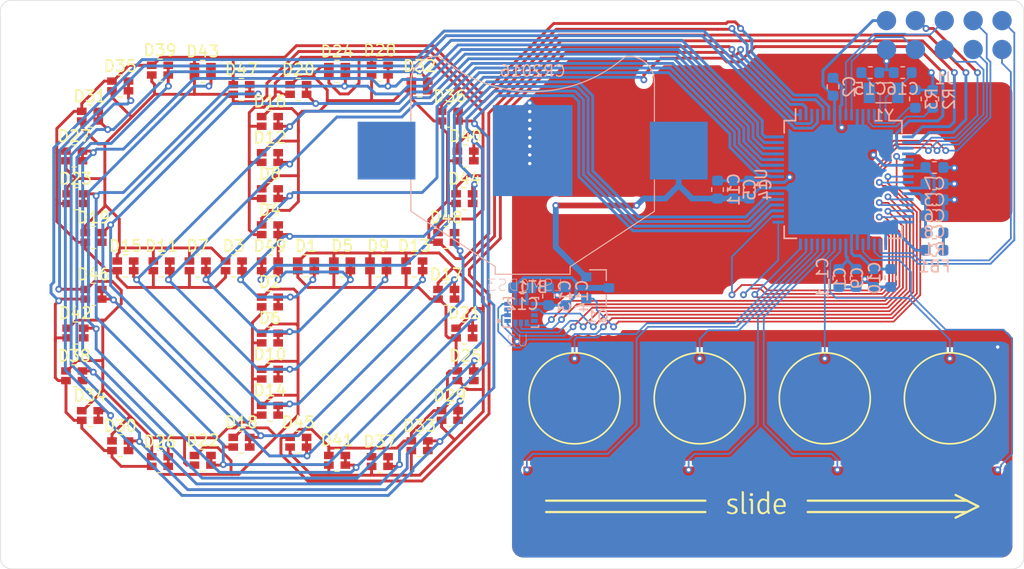
<source format=kicad_pcb>
(kicad_pcb (version 20171130) (host pcbnew 5.0.2+dfsg1-1~bpo9+1)
  (layers (0 F.Cu signal) (31 B.Cu signal) (34 B.Paste user hide) (35 F.Paste user hide) (36 B.SilkS user) (37 F.SilkS user) (38 B.Mask user) (39 F.Mask user) (44 Edge.Cuts user))
  (net 0 "")
  (net 1 LED_K0)
  (net 2 LED_K1)
  (net 3 LED_A0)
  (net 4 LED_K3)
  (net 5 LED_K2)
  (net 6 LED_K4)
  (net 7 LED_K5)
  (net 8 LED_K7)
  (net 9 LED_K6)
  (net 10 LED_K8)
  (net 11 LED_A1)
  (net 12 LED_A2)
  (net 13 LED_A3)
  (net 14 LED_A4)
  (net 15 LED_A5)
  (net 16 LED_A6)
  (net 17 LED_A7)
  (net 18 LED_A8)
  (net 19 VDD)
  (net 20 GND)
  (net 21 N$7)
  (net 22 N$6)
  (net 23 N$13)
  (net 24 N$14)
  (net 25 N$5)
  (net 26 N$19)
  (net 27 N$20)
  (net 28 N$16)
  (net 29 N$15)
  (net 30 N$17)
  (net 31 N$18)
  (net 32 N$12)
  (net 33 N$11)
  (net 34 TOUCH_PAD0)
  (net 35 N$1)
  (net 36 TOUCH_PAD1)
  (net 37 TOUCH_PAD2)
  (net 38 TOUCH_PAD3)
  (net 39 N$21)
  (net 40 N$22)
  (net 41 N$23)
  (net 42 N$8)
  (net 43 N$10)
  (net 44 N$9)
  (net 45 LED_K9)
  (net 46 LED_K10)
  (net 47 LED_K11)
  (net 48 LFXTAL_P)
  (net 49 LFXTAL_N)
  (net 50 IMU_VDD)
  (net 51 N$24)
  (net 52 MCU_AVDD)
  (net 53 N$2)
  (net 54 N$25)
  (module footprints:Text_Contacts_Reversed-2_Mask (layer F.Cu) (at 148.63064 104.11714)
    (fp_text reference svg2mod hide)
    (fp_text value G*** hide)
  )
  (module footprints:Text_Position_Mask (layer F.Cu) (at 148.63318 94.63532)
    (fp_text reference svg2mod hide)
    (fp_text value G*** hide)
  )
  (module footprints:Text_Name_9.5pt_Mask (layer F.Cu) (at 148.62 90.55)
    (fp_text reference svg2mod hide)
    (fp_text value G*** hide)
  )
  (module footprints:Text_Slide_Signika_Cu (layer F.Cu) (at 166.5 124.55)
    (fp_text reference svg2mod hide)
    (fp_text value G*** hide)
  )
  (module footprints:TouchPad_D8.0mm (layer F.Cu) (at 183.5 115)
    (fp_text reference TS4 hide)
    (fp_text value TOUCH_PAD)
    (pad 1 smd circle (at 0 0) (size 8 8) (layers F.Cu) (net 38 TOUCH_PAD3))
  )
  (module footprints:TouchPad_D8.0mm (layer F.Cu) (at 172.5 115)
    (fp_text reference TS3 hide)
    (fp_text value TOUCH_PAD)
    (pad 1 smd circle (at 0 0) (size 8 8) (layers F.Cu) (net 37 TOUCH_PAD2))
  )
  (module footprints:TouchPad_D8.0mm (layer F.Cu) (at 161.5 115)
    (fp_text reference TS2 hide)
    (fp_text value TOUCH_PAD)
    (pad 1 smd circle (at 0 0) (size 8 8) (layers F.Cu) (net 36 TOUCH_PAD1))
  )
  (module footprints:TouchPad_D8.0mm (layer F.Cu) (at 150.5 115)
    (fp_text reference TS1 hide)
    (fp_text value TOUCH_PAD)
    (pad 1 smd circle (at 0 0) (size 8 8) (layers F.Cu) (net 34 TOUCH_PAD0))
  )
  (module footprints:BatteryHolder_Keystone_3026_1x2016 (layer B.Cu) (at 146.812 93.218)
    (fp_text reference BT1 (at 0 12) (layer B.SilkS) (effects (justify mirror)))
    (fp_text value Battery_Cell)
    (fp_text user CR2016 (at 0 -7) (layer B.SilkS) (effects (font (thickness 0.125)) (justify mirror)))
    (pad 1 smd rect (at -12.85 0) (size 5.08 5.08) (layers B.Cu B.Paste B.Mask))
    (pad 1 smd rect (at 12.85 0) (size 5.08 5.08) (layers B.Cu B.Paste B.Mask) (net 19 VDD))
    (pad 2 smd rect (at 0 0) (size 7 8) (layers B.Cu B.Mask) (net 20 GND))
  )
  (module footprints:LED_DUAL_0606 (layer F.Cu) (at 123.709 103.351)
    (fp_text reference D49 (at 0 -1.75) (layer F.SilkS))
    (fp_text value LED_Dual_AACC)
    (pad 1 smd rect (at -0.725 -0.425) (size 0.85 0.65) (layers F.Cu F.Paste F.Mask) (net 18 LED_A8))
    (pad 2 smd rect (at -0.725 0.425) (size 0.85 0.65) (layers F.Cu F.Paste F.Mask) (net 18 LED_A8))
    (pad 4 smd rect (at 0.725 0.425) (size 0.85 0.65) (layers F.Cu F.Paste F.Mask) (net 2 LED_K1))
    (pad 3 smd rect (at 0.725 -0.425) (size 0.85 0.65) (layers F.Cu F.Paste F.Mask) (net 1 LED_K0))
  )
  (module footprints:LED_DUAL_0606 (layer F.Cu) (at 139.217852 100.851333)
    (fp_text reference D48 (at 0 -1.75) (layer F.SilkS))
    (fp_text value LED_Dual_AACC)
    (pad 1 smd rect (at -0.725 -0.425) (size 0.85 0.65) (layers F.Cu F.Paste F.Mask) (net 17 LED_A7))
    (pad 2 smd rect (at -0.725 0.425) (size 0.85 0.65) (layers F.Cu F.Paste F.Mask) (net 16 LED_A6))
    (pad 4 smd rect (at 0.725 0.425) (size 0.85 0.65) (layers F.Cu F.Paste F.Mask) (net 47 LED_K11))
    (pad 3 smd rect (at 0.725 -0.425) (size 0.85 0.65) (layers F.Cu F.Paste F.Mask) (net 47 LED_K11))
  )
  (module footprints:LED_DUAL_0606 (layer F.Cu) (at 121.209333 87.842147)
    (fp_text reference D47 (at 0 -1.75) (layer F.SilkS))
    (fp_text value LED_Dual_AACC)
    (pad 1 smd rect (at -0.725 -0.425) (size 0.85 0.65) (layers F.Cu F.Paste F.Mask) (net 15 LED_A5))
    (pad 2 smd rect (at -0.725 0.425) (size 0.85 0.65) (layers F.Cu F.Paste F.Mask) (net 14 LED_A4))
    (pad 4 smd rect (at 0.725 0.425) (size 0.85 0.65) (layers F.Cu F.Paste F.Mask) (net 47 LED_K11))
    (pad 3 smd rect (at 0.725 -0.425) (size 0.85 0.65) (layers F.Cu F.Paste F.Mask) (net 47 LED_K11))
  )
  (module footprints:LED_DUAL_0606 (layer F.Cu) (at 108.200147 105.850666)
    (fp_text reference D46 (at 0 -1.75) (layer F.SilkS))
    (fp_text value LED_Dual_AACC)
    (pad 1 smd rect (at -0.725 -0.425) (size 0.85 0.65) (layers F.Cu F.Paste F.Mask) (net 13 LED_A3))
    (pad 2 smd rect (at -0.725 0.425) (size 0.85 0.65) (layers F.Cu F.Paste F.Mask) (net 12 LED_A2))
    (pad 4 smd rect (at 0.725 0.425) (size 0.85 0.65) (layers F.Cu F.Paste F.Mask) (net 47 LED_K11))
    (pad 3 smd rect (at 0.725 -0.425) (size 0.85 0.65) (layers F.Cu F.Paste F.Mask) (net 47 LED_K11))
  )
  (module footprints:LED_DUAL_0606 (layer F.Cu) (at 126.208666 118.859852)
    (fp_text reference D45 (at 0 -1.75) (layer F.SilkS))
    (fp_text value LED_Dual_AACC)
    (pad 1 smd rect (at -0.725 -0.425) (size 0.85 0.65) (layers F.Cu F.Paste F.Mask) (net 11 LED_A1))
    (pad 2 smd rect (at -0.725 0.425) (size 0.85 0.65) (layers F.Cu F.Paste F.Mask) (net 3 LED_A0))
    (pad 4 smd rect (at 0.725 0.425) (size 0.85 0.65) (layers F.Cu F.Paste F.Mask) (net 47 LED_K11))
    (pad 3 smd rect (at 0.725 -0.425) (size 0.85 0.65) (layers F.Cu F.Paste F.Mask) (net 47 LED_K11))
  )
  (module footprints:LED_DUAL_0606 (layer F.Cu) (at 140.806919 97.443568)
    (fp_text reference D44 (at 0 -1.75) (layer F.SilkS))
    (fp_text value LED_Dual_AACC)
    (pad 1 smd rect (at -0.725 -0.425) (size 0.85 0.65) (layers F.Cu F.Paste F.Mask) (net 17 LED_A7))
    (pad 2 smd rect (at -0.725 0.425) (size 0.85 0.65) (layers F.Cu F.Paste F.Mask) (net 16 LED_A6))
    (pad 4 smd rect (at 0.725 0.425) (size 0.85 0.65) (layers F.Cu F.Paste F.Mask) (net 46 LED_K10))
    (pad 3 smd rect (at 0.725 -0.425) (size 0.85 0.65) (layers F.Cu F.Paste F.Mask) (net 46 LED_K10))
  )
  (module footprints:LED_DUAL_0606 (layer F.Cu) (at 117.801568 86.25308)
    (fp_text reference D43 (at 0 -1.75) (layer F.SilkS))
    (fp_text value LED_Dual_AACC)
    (pad 1 smd rect (at -0.725 -0.425) (size 0.85 0.65) (layers F.Cu F.Paste F.Mask) (net 15 LED_A5))
    (pad 2 smd rect (at -0.725 0.425) (size 0.85 0.65) (layers F.Cu F.Paste F.Mask) (net 14 LED_A4))
    (pad 4 smd rect (at 0.725 0.425) (size 0.85 0.65) (layers F.Cu F.Paste F.Mask) (net 46 LED_K10))
    (pad 3 smd rect (at 0.725 -0.425) (size 0.85 0.65) (layers F.Cu F.Paste F.Mask) (net 46 LED_K10))
  )
  (module footprints:LED_DUAL_0606 (layer F.Cu) (at 106.61108 109.258431)
    (fp_text reference D42 (at 0 -1.75) (layer F.SilkS))
    (fp_text value LED_Dual_AACC)
    (pad 1 smd rect (at -0.725 -0.425) (size 0.85 0.65) (layers F.Cu F.Paste F.Mask) (net 13 LED_A3))
    (pad 2 smd rect (at -0.725 0.425) (size 0.85 0.65) (layers F.Cu F.Paste F.Mask) (net 12 LED_A2))
    (pad 4 smd rect (at 0.725 0.425) (size 0.85 0.65) (layers F.Cu F.Paste F.Mask) (net 46 LED_K10))
    (pad 3 smd rect (at 0.725 -0.425) (size 0.85 0.65) (layers F.Cu F.Paste F.Mask) (net 46 LED_K10))
  )
  (module footprints:LED_DUAL_0606 (layer F.Cu) (at 129.616431 120.448919)
    (fp_text reference D41 (at 0 -1.75) (layer F.SilkS))
    (fp_text value LED_Dual_AACC)
    (pad 1 smd rect (at -0.725 -0.425) (size 0.85 0.65) (layers F.Cu F.Paste F.Mask) (net 11 LED_A1))
    (pad 2 smd rect (at -0.725 0.425) (size 0.85 0.65) (layers F.Cu F.Paste F.Mask) (net 3 LED_A0))
    (pad 4 smd rect (at 0.725 0.425) (size 0.85 0.65) (layers F.Cu F.Paste F.Mask) (net 46 LED_K10))
    (pad 3 smd rect (at 0.725 -0.425) (size 0.85 0.65) (layers F.Cu F.Paste F.Mask) (net 46 LED_K10))
  )
  (module footprints:LED_DUAL_0606 (layer F.Cu) (at 140.916279 93.685107)
    (fp_text reference D40 (at 0 -1.75) (layer F.SilkS))
    (fp_text value LED_Dual_AACC)
    (pad 1 smd rect (at -0.725 -0.425) (size 0.85 0.65) (layers F.Cu F.Paste F.Mask) (net 17 LED_A7))
    (pad 2 smd rect (at -0.725 0.425) (size 0.85 0.65) (layers F.Cu F.Paste F.Mask) (net 16 LED_A6))
    (pad 4 smd rect (at 0.725 0.425) (size 0.85 0.65) (layers F.Cu F.Paste F.Mask) (net 45 LED_K9))
    (pad 3 smd rect (at 0.725 -0.425) (size 0.85 0.65) (layers F.Cu F.Paste F.Mask) (net 45 LED_K9))
  )
  (module footprints:LED_DUAL_0606 (layer F.Cu) (at 114.043107 86.14372)
    (fp_text reference D39 (at 0 -1.75) (layer F.SilkS))
    (fp_text value LED_Dual_AACC)
    (pad 1 smd rect (at -0.725 -0.425) (size 0.85 0.65) (layers F.Cu F.Paste F.Mask) (net 15 LED_A5))
    (pad 2 smd rect (at -0.725 0.425) (size 0.85 0.65) (layers F.Cu F.Paste F.Mask) (net 14 LED_A4))
    (pad 4 smd rect (at 0.725 0.425) (size 0.85 0.65) (layers F.Cu F.Paste F.Mask) (net 45 LED_K9))
    (pad 3 smd rect (at 0.725 -0.425) (size 0.85 0.65) (layers F.Cu F.Paste F.Mask) (net 45 LED_K9))
  )
  (module footprints:LED_DUAL_0606 (layer F.Cu) (at 106.50172 113.016892)
    (fp_text reference D38 (at 0 -1.75) (layer F.SilkS))
    (fp_text value LED_Dual_AACC)
    (pad 1 smd rect (at -0.725 -0.425) (size 0.85 0.65) (layers F.Cu F.Paste F.Mask) (net 13 LED_A3))
    (pad 2 smd rect (at -0.725 0.425) (size 0.85 0.65) (layers F.Cu F.Paste F.Mask) (net 12 LED_A2))
    (pad 4 smd rect (at 0.725 0.425) (size 0.85 0.65) (layers F.Cu F.Paste F.Mask) (net 45 LED_K9))
    (pad 3 smd rect (at 0.725 -0.425) (size 0.85 0.65) (layers F.Cu F.Paste F.Mask) (net 45 LED_K9))
  )
  (module footprints:LED_DUAL_0606 (layer F.Cu) (at 133.374892 120.558279)
    (fp_text reference D37 (at 0 -1.75) (layer F.SilkS))
    (fp_text value LED_Dual_AACC)
    (pad 1 smd rect (at -0.725 -0.425) (size 0.85 0.65) (layers F.Cu F.Paste F.Mask) (net 11 LED_A1))
    (pad 2 smd rect (at -0.725 0.425) (size 0.85 0.65) (layers F.Cu F.Paste F.Mask) (net 3 LED_A0))
    (pad 4 smd rect (at 0.725 0.425) (size 0.85 0.65) (layers F.Cu F.Paste F.Mask) (net 45 LED_K9))
    (pad 3 smd rect (at 0.725 -0.425) (size 0.85 0.65) (layers F.Cu F.Paste F.Mask) (net 45 LED_K9))
  )
  (module footprints:LED_DUAL_0606 (layer F.Cu) (at 139.528045 90.190712)
    (fp_text reference D36 (at 0 -1.75) (layer F.SilkS))
    (fp_text value LED_Dual_AACC)
    (pad 1 smd rect (at -0.725 -0.425) (size 0.85 0.65) (layers F.Cu F.Paste F.Mask) (net 17 LED_A7))
    (pad 2 smd rect (at -0.725 0.425) (size 0.85 0.65) (layers F.Cu F.Paste F.Mask) (net 16 LED_A6))
    (pad 4 smd rect (at 0.725 0.425) (size 0.85 0.65) (layers F.Cu F.Paste F.Mask) (net 10 LED_K8))
    (pad 3 smd rect (at 0.725 -0.425) (size 0.85 0.65) (layers F.Cu F.Paste F.Mask) (net 10 LED_K8))
  )
  (module footprints:LED_DUAL_0606 (layer F.Cu) (at 110.548712 87.531954)
    (fp_text reference D35 (at 0 -1.75) (layer F.SilkS))
    (fp_text value LED_Dual_AACC)
    (pad 1 smd rect (at -0.725 -0.425) (size 0.85 0.65) (layers F.Cu F.Paste F.Mask) (net 15 LED_A5))
    (pad 2 smd rect (at -0.725 0.425) (size 0.85 0.65) (layers F.Cu F.Paste F.Mask) (net 14 LED_A4))
    (pad 4 smd rect (at 0.725 0.425) (size 0.85 0.65) (layers F.Cu F.Paste F.Mask) (net 10 LED_K8))
    (pad 3 smd rect (at 0.725 -0.425) (size 0.85 0.65) (layers F.Cu F.Paste F.Mask) (net 10 LED_K8))
  )
  (module footprints:LED_DUAL_0606 (layer F.Cu) (at 107.889954 116.511287)
    (fp_text reference D34 (at 0 -1.75) (layer F.SilkS))
    (fp_text value LED_Dual_AACC)
    (pad 1 smd rect (at -0.725 -0.425) (size 0.85 0.65) (layers F.Cu F.Paste F.Mask) (net 13 LED_A3))
    (pad 2 smd rect (at -0.725 0.425) (size 0.85 0.65) (layers F.Cu F.Paste F.Mask) (net 12 LED_A2))
    (pad 4 smd rect (at 0.725 0.425) (size 0.85 0.65) (layers F.Cu F.Paste F.Mask) (net 10 LED_K8))
    (pad 3 smd rect (at 0.725 -0.425) (size 0.85 0.65) (layers F.Cu F.Paste F.Mask) (net 10 LED_K8))
  )
  (module footprints:LED_DUAL_0606 (layer F.Cu) (at 136.869287 119.170045)
    (fp_text reference D33 (at 0 -1.75) (layer F.SilkS))
    (fp_text value LED_Dual_AACC)
    (pad 1 smd rect (at -0.725 -0.425) (size 0.85 0.65) (layers F.Cu F.Paste F.Mask) (net 11 LED_A1))
    (pad 2 smd rect (at -0.725 0.425) (size 0.85 0.65) (layers F.Cu F.Paste F.Mask) (net 3 LED_A0))
    (pad 4 smd rect (at 0.725 0.425) (size 0.85 0.65) (layers F.Cu F.Paste F.Mask) (net 10 LED_K8))
    (pad 3 smd rect (at 0.725 -0.425) (size 0.85 0.65) (layers F.Cu F.Paste F.Mask) (net 10 LED_K8))
  )
  (module footprints:LED_DUAL_0606 (layer F.Cu) (at 136.869287 87.531954)
    (fp_text reference D32 (at 0 -1.75) (layer F.SilkS))
    (fp_text value LED_Dual_AACC)
    (pad 1 smd rect (at -0.725 -0.425) (size 0.85 0.65) (layers F.Cu F.Paste F.Mask) (net 17 LED_A7))
    (pad 2 smd rect (at -0.725 0.425) (size 0.85 0.65) (layers F.Cu F.Paste F.Mask) (net 16 LED_A6))
    (pad 4 smd rect (at 0.725 0.425) (size 0.85 0.65) (layers F.Cu F.Paste F.Mask) (net 8 LED_K7))
    (pad 3 smd rect (at 0.725 -0.425) (size 0.85 0.65) (layers F.Cu F.Paste F.Mask) (net 8 LED_K7))
  )
  (module footprints:LED_DUAL_0606 (layer F.Cu) (at 107.889954 90.190712)
    (fp_text reference D31 (at 0 -1.75) (layer F.SilkS))
    (fp_text value LED_Dual_AACC)
    (pad 1 smd rect (at -0.725 -0.425) (size 0.85 0.65) (layers F.Cu F.Paste F.Mask) (net 15 LED_A5))
    (pad 2 smd rect (at -0.725 0.425) (size 0.85 0.65) (layers F.Cu F.Paste F.Mask) (net 14 LED_A4))
    (pad 4 smd rect (at 0.725 0.425) (size 0.85 0.65) (layers F.Cu F.Paste F.Mask) (net 8 LED_K7))
    (pad 3 smd rect (at 0.725 -0.425) (size 0.85 0.65) (layers F.Cu F.Paste F.Mask) (net 8 LED_K7))
  )
  (module footprints:LED_DUAL_0606 (layer F.Cu) (at 110.548712 119.170045)
    (fp_text reference D30 (at 0 -1.75) (layer F.SilkS))
    (fp_text value LED_Dual_AACC)
    (pad 1 smd rect (at -0.725 -0.425) (size 0.85 0.65) (layers F.Cu F.Paste F.Mask) (net 13 LED_A3))
    (pad 2 smd rect (at -0.725 0.425) (size 0.85 0.65) (layers F.Cu F.Paste F.Mask) (net 12 LED_A2))
    (pad 4 smd rect (at 0.725 0.425) (size 0.85 0.65) (layers F.Cu F.Paste F.Mask) (net 8 LED_K7))
    (pad 3 smd rect (at 0.725 -0.425) (size 0.85 0.65) (layers F.Cu F.Paste F.Mask) (net 8 LED_K7))
  )
  (module footprints:LED_DUAL_0606 (layer F.Cu) (at 139.528045 116.511287)
    (fp_text reference D29 (at 0 -1.75) (layer F.SilkS))
    (fp_text value LED_Dual_AACC)
    (pad 1 smd rect (at -0.725 -0.425) (size 0.85 0.65) (layers F.Cu F.Paste F.Mask) (net 11 LED_A1))
    (pad 2 smd rect (at -0.725 0.425) (size 0.85 0.65) (layers F.Cu F.Paste F.Mask) (net 3 LED_A0))
    (pad 4 smd rect (at 0.725 0.425) (size 0.85 0.65) (layers F.Cu F.Paste F.Mask) (net 8 LED_K7))
    (pad 3 smd rect (at 0.725 -0.425) (size 0.85 0.65) (layers F.Cu F.Paste F.Mask) (net 8 LED_K7))
  )
  (module footprints:LED_DUAL_0606 (layer F.Cu) (at 133.374892 86.14372)
    (fp_text reference D28 (at 0 -1.75) (layer F.SilkS))
    (fp_text value LED_Dual_AACC)
    (pad 1 smd rect (at -0.725 -0.425) (size 0.85 0.65) (layers F.Cu F.Paste F.Mask) (net 17 LED_A7))
    (pad 2 smd rect (at -0.725 0.425) (size 0.85 0.65) (layers F.Cu F.Paste F.Mask) (net 16 LED_A6))
    (pad 4 smd rect (at 0.725 0.425) (size 0.85 0.65) (layers F.Cu F.Paste F.Mask) (net 9 LED_K6))
    (pad 3 smd rect (at 0.725 -0.425) (size 0.85 0.65) (layers F.Cu F.Paste F.Mask) (net 9 LED_K6))
  )
  (module footprints:LED_DUAL_0606 (layer F.Cu) (at 106.50172 93.685107)
    (fp_text reference D27 (at 0 -1.75) (layer F.SilkS))
    (fp_text value LED_Dual_AACC)
    (pad 1 smd rect (at -0.725 -0.425) (size 0.85 0.65) (layers F.Cu F.Paste F.Mask) (net 15 LED_A5))
    (pad 2 smd rect (at -0.725 0.425) (size 0.85 0.65) (layers F.Cu F.Paste F.Mask) (net 14 LED_A4))
    (pad 4 smd rect (at 0.725 0.425) (size 0.85 0.65) (layers F.Cu F.Paste F.Mask) (net 9 LED_K6))
    (pad 3 smd rect (at 0.725 -0.425) (size 0.85 0.65) (layers F.Cu F.Paste F.Mask) (net 9 LED_K6))
  )
  (module footprints:LED_DUAL_0606 (layer F.Cu) (at 114.043107 120.558279)
    (fp_text reference D26 (at 0 -1.75) (layer F.SilkS))
    (fp_text value LED_Dual_AACC)
    (pad 1 smd rect (at -0.725 -0.425) (size 0.85 0.65) (layers F.Cu F.Paste F.Mask) (net 13 LED_A3))
    (pad 2 smd rect (at -0.725 0.425) (size 0.85 0.65) (layers F.Cu F.Paste F.Mask) (net 12 LED_A2))
    (pad 4 smd rect (at 0.725 0.425) (size 0.85 0.65) (layers F.Cu F.Paste F.Mask) (net 9 LED_K6))
    (pad 3 smd rect (at 0.725 -0.425) (size 0.85 0.65) (layers F.Cu F.Paste F.Mask) (net 9 LED_K6))
  )
  (module footprints:LED_DUAL_0606 (layer F.Cu) (at 140.916279 113.016892)
    (fp_text reference D25 (at 0 -1.75) (layer F.SilkS))
    (fp_text value LED_Dual_AACC)
    (pad 1 smd rect (at -0.725 -0.425) (size 0.85 0.65) (layers F.Cu F.Paste F.Mask) (net 11 LED_A1))
    (pad 2 smd rect (at -0.725 0.425) (size 0.85 0.65) (layers F.Cu F.Paste F.Mask) (net 3 LED_A0))
    (pad 4 smd rect (at 0.725 0.425) (size 0.85 0.65) (layers F.Cu F.Paste F.Mask) (net 9 LED_K6))
    (pad 3 smd rect (at 0.725 -0.425) (size 0.85 0.65) (layers F.Cu F.Paste F.Mask) (net 9 LED_K6))
  )
  (module footprints:LED_DUAL_0606 (layer F.Cu) (at 129.616431 86.25308)
    (fp_text reference D24 (at 0 -1.75) (layer F.SilkS))
    (fp_text value LED_Dual_AACC)
    (pad 1 smd rect (at -0.725 -0.425) (size 0.85 0.65) (layers F.Cu F.Paste F.Mask) (net 16 LED_A6))
    (pad 2 smd rect (at -0.725 0.425) (size 0.85 0.65) (layers F.Cu F.Paste F.Mask) (net 17 LED_A7))
    (pad 4 smd rect (at 0.725 0.425) (size 0.85 0.65) (layers F.Cu F.Paste F.Mask) (net 7 LED_K5))
    (pad 3 smd rect (at 0.725 -0.425) (size 0.85 0.65) (layers F.Cu F.Paste F.Mask) (net 7 LED_K5))
  )
  (module footprints:LED_DUAL_0606 (layer F.Cu) (at 106.61108 97.443568)
    (fp_text reference D23 (at 0 -1.75) (layer F.SilkS))
    (fp_text value LED_Dual_AACC)
    (pad 1 smd rect (at -0.725 -0.425) (size 0.85 0.65) (layers F.Cu F.Paste F.Mask) (net 14 LED_A4))
    (pad 2 smd rect (at -0.725 0.425) (size 0.85 0.65) (layers F.Cu F.Paste F.Mask) (net 15 LED_A5))
    (pad 4 smd rect (at 0.725 0.425) (size 0.85 0.65) (layers F.Cu F.Paste F.Mask) (net 7 LED_K5))
    (pad 3 smd rect (at 0.725 -0.425) (size 0.85 0.65) (layers F.Cu F.Paste F.Mask) (net 7 LED_K5))
  )
  (module footprints:LED_DUAL_0606 (layer F.Cu) (at 117.801568 120.448919)
    (fp_text reference D22 (at 0 -1.75) (layer F.SilkS))
    (fp_text value LED_Dual_AACC)
    (pad 1 smd rect (at -0.725 -0.425) (size 0.85 0.65) (layers F.Cu F.Paste F.Mask) (net 12 LED_A2))
    (pad 2 smd rect (at -0.725 0.425) (size 0.85 0.65) (layers F.Cu F.Paste F.Mask) (net 13 LED_A3))
    (pad 4 smd rect (at 0.725 0.425) (size 0.85 0.65) (layers F.Cu F.Paste F.Mask) (net 7 LED_K5))
    (pad 3 smd rect (at 0.725 -0.425) (size 0.85 0.65) (layers F.Cu F.Paste F.Mask) (net 7 LED_K5))
  )
  (module footprints:LED_DUAL_0606 (layer F.Cu) (at 140.806919 109.258431)
    (fp_text reference D21 (at 0 -1.75) (layer F.SilkS))
    (fp_text value LED_Dual_AACC)
    (pad 1 smd rect (at -0.725 -0.425) (size 0.85 0.65) (layers F.Cu F.Paste F.Mask) (net 3 LED_A0))
    (pad 2 smd rect (at -0.725 0.425) (size 0.85 0.65) (layers F.Cu F.Paste F.Mask) (net 11 LED_A1))
    (pad 4 smd rect (at 0.725 0.425) (size 0.85 0.65) (layers F.Cu F.Paste F.Mask) (net 7 LED_K5))
    (pad 3 smd rect (at 0.725 -0.425) (size 0.85 0.65) (layers F.Cu F.Paste F.Mask) (net 7 LED_K5))
  )
  (module footprints:LED_DUAL_0606 (layer F.Cu) (at 126.208666 87.842147)
    (fp_text reference D20 (at 0 -1.75) (layer F.SilkS))
    (fp_text value LED_Dual_AACC)
    (pad 1 smd rect (at -0.725 -0.425) (size 0.85 0.65) (layers F.Cu F.Paste F.Mask) (net 16 LED_A6))
    (pad 2 smd rect (at -0.725 0.425) (size 0.85 0.65) (layers F.Cu F.Paste F.Mask) (net 17 LED_A7))
    (pad 4 smd rect (at 0.725 0.425) (size 0.85 0.65) (layers F.Cu F.Paste F.Mask) (net 6 LED_K4))
    (pad 3 smd rect (at 0.725 -0.425) (size 0.85 0.65) (layers F.Cu F.Paste F.Mask) (net 6 LED_K4))
  )
  (module footprints:LED_DUAL_0606 (layer F.Cu) (at 108.200147 100.851333)
    (fp_text reference D19 (at 0 -1.75) (layer F.SilkS))
    (fp_text value LED_Dual_AACC)
    (pad 1 smd rect (at -0.725 -0.425) (size 0.85 0.65) (layers F.Cu F.Paste F.Mask) (net 14 LED_A4))
    (pad 2 smd rect (at -0.725 0.425) (size 0.85 0.65) (layers F.Cu F.Paste F.Mask) (net 15 LED_A5))
    (pad 4 smd rect (at 0.725 0.425) (size 0.85 0.65) (layers F.Cu F.Paste F.Mask) (net 6 LED_K4))
    (pad 3 smd rect (at 0.725 -0.425) (size 0.85 0.65) (layers F.Cu F.Paste F.Mask) (net 6 LED_K4))
  )
  (module footprints:LED_DUAL_0606 (layer F.Cu) (at 121.209333 118.859852)
    (fp_text reference D18 (at 0 -1.75) (layer F.SilkS))
    (fp_text value LED_Dual_AACC)
    (pad 1 smd rect (at -0.725 -0.425) (size 0.85 0.65) (layers F.Cu F.Paste F.Mask) (net 12 LED_A2))
    (pad 2 smd rect (at -0.725 0.425) (size 0.85 0.65) (layers F.Cu F.Paste F.Mask) (net 13 LED_A3))
    (pad 4 smd rect (at 0.725 0.425) (size 0.85 0.65) (layers F.Cu F.Paste F.Mask) (net 6 LED_K4))
    (pad 3 smd rect (at 0.725 -0.425) (size 0.85 0.65) (layers F.Cu F.Paste F.Mask) (net 6 LED_K4))
  )
  (module footprints:LED_DUAL_0606 (layer F.Cu) (at 139.217852 105.850666)
    (fp_text reference D17 (at 0 -1.75) (layer F.SilkS))
    (fp_text value LED_Dual_AACC)
    (pad 1 smd rect (at -0.725 -0.425) (size 0.85 0.65) (layers F.Cu F.Paste F.Mask) (net 3 LED_A0))
    (pad 2 smd rect (at -0.725 0.425) (size 0.85 0.65) (layers F.Cu F.Paste F.Mask) (net 11 LED_A1))
    (pad 4 smd rect (at 0.725 0.425) (size 0.85 0.65) (layers F.Cu F.Paste F.Mask) (net 6 LED_K4))
    (pad 3 smd rect (at 0.725 -0.425) (size 0.85 0.65) (layers F.Cu F.Paste F.Mask) (net 6 LED_K4))
  )
  (module footprints:LED_DUAL_0606 (layer F.Cu) (at 123.709 90.651)
    (fp_text reference D16 (at 0 -1.75) (layer F.SilkS))
    (fp_text value LED_Dual_AACC)
    (pad 1 smd rect (at -0.725 -0.425) (size 0.85 0.65) (layers F.Cu F.Paste F.Mask) (net 16 LED_A6))
    (pad 2 smd rect (at -0.725 0.425) (size 0.85 0.65) (layers F.Cu F.Paste F.Mask) (net 17 LED_A7))
    (pad 4 smd rect (at 0.725 0.425) (size 0.85 0.65) (layers F.Cu F.Paste F.Mask) (net 4 LED_K3))
    (pad 3 smd rect (at 0.725 -0.425) (size 0.85 0.65) (layers F.Cu F.Paste F.Mask) (net 4 LED_K3))
  )
  (module footprints:LED_DUAL_0606 (layer F.Cu) (at 111.009 103.351)
    (fp_text reference D15 (at 0 -1.75) (layer F.SilkS))
    (fp_text value LED_Dual_AACC)
    (pad 1 smd rect (at -0.725 -0.425) (size 0.85 0.65) (layers F.Cu F.Paste F.Mask) (net 14 LED_A4))
    (pad 2 smd rect (at -0.725 0.425) (size 0.85 0.65) (layers F.Cu F.Paste F.Mask) (net 15 LED_A5))
    (pad 4 smd rect (at 0.725 0.425) (size 0.85 0.65) (layers F.Cu F.Paste F.Mask) (net 4 LED_K3))
    (pad 3 smd rect (at 0.725 -0.425) (size 0.85 0.65) (layers F.Cu F.Paste F.Mask) (net 4 LED_K3))
  )
  (module footprints:LED_DUAL_0606 (layer F.Cu) (at 123.709 116.051)
    (fp_text reference D14 (at 0 -1.75) (layer F.SilkS))
    (fp_text value LED_Dual_AACC)
    (pad 1 smd rect (at -0.725 -0.425) (size 0.85 0.65) (layers F.Cu F.Paste F.Mask) (net 12 LED_A2))
    (pad 2 smd rect (at -0.725 0.425) (size 0.85 0.65) (layers F.Cu F.Paste F.Mask) (net 13 LED_A3))
    (pad 4 smd rect (at 0.725 0.425) (size 0.85 0.65) (layers F.Cu F.Paste F.Mask) (net 4 LED_K3))
    (pad 3 smd rect (at 0.725 -0.425) (size 0.85 0.65) (layers F.Cu F.Paste F.Mask) (net 4 LED_K3))
  )
  (module footprints:LED_DUAL_0606 (layer F.Cu) (at 136.409 103.351)
    (fp_text reference D13 (at 0 -1.75) (layer F.SilkS))
    (fp_text value LED_Dual_AACC)
    (pad 1 smd rect (at -0.725 -0.425) (size 0.85 0.65) (layers F.Cu F.Paste F.Mask) (net 3 LED_A0))
    (pad 2 smd rect (at -0.725 0.425) (size 0.85 0.65) (layers F.Cu F.Paste F.Mask) (net 11 LED_A1))
    (pad 4 smd rect (at 0.725 0.425) (size 0.85 0.65) (layers F.Cu F.Paste F.Mask) (net 4 LED_K3))
    (pad 3 smd rect (at 0.725 -0.425) (size 0.85 0.65) (layers F.Cu F.Paste F.Mask) (net 4 LED_K3))
  )
  (module footprints:LED_DUAL_0606 (layer F.Cu) (at 123.709 93.826)
    (fp_text reference D12 (at 0 -1.75) (layer F.SilkS))
    (fp_text value LED_Dual_AACC)
    (pad 1 smd rect (at -0.725 -0.425) (size 0.85 0.65) (layers F.Cu F.Paste F.Mask) (net 16 LED_A6))
    (pad 2 smd rect (at -0.725 0.425) (size 0.85 0.65) (layers F.Cu F.Paste F.Mask) (net 17 LED_A7))
    (pad 4 smd rect (at 0.725 0.425) (size 0.85 0.65) (layers F.Cu F.Paste F.Mask) (net 5 LED_K2))
    (pad 3 smd rect (at 0.725 -0.425) (size 0.85 0.65) (layers F.Cu F.Paste F.Mask) (net 5 LED_K2))
  )
  (module footprints:LED_DUAL_0606 (layer F.Cu) (at 114.184 103.351)
    (fp_text reference D11 (at 0 -1.75) (layer F.SilkS))
    (fp_text value LED_Dual_AACC)
    (pad 1 smd rect (at -0.725 -0.425) (size 0.85 0.65) (layers F.Cu F.Paste F.Mask) (net 14 LED_A4))
    (pad 2 smd rect (at -0.725 0.425) (size 0.85 0.65) (layers F.Cu F.Paste F.Mask) (net 15 LED_A5))
    (pad 4 smd rect (at 0.725 0.425) (size 0.85 0.65) (layers F.Cu F.Paste F.Mask) (net 5 LED_K2))
    (pad 3 smd rect (at 0.725 -0.425) (size 0.85 0.65) (layers F.Cu F.Paste F.Mask) (net 5 LED_K2))
  )
  (module footprints:LED_DUAL_0606 (layer F.Cu) (at 123.709 112.875999)
    (fp_text reference D10 (at 0 -1.75) (layer F.SilkS))
    (fp_text value LED_Dual_AACC)
    (pad 1 smd rect (at -0.725 -0.425) (size 0.85 0.65) (layers F.Cu F.Paste F.Mask) (net 12 LED_A2))
    (pad 2 smd rect (at -0.725 0.425) (size 0.85 0.65) (layers F.Cu F.Paste F.Mask) (net 13 LED_A3))
    (pad 4 smd rect (at 0.725 0.425) (size 0.85 0.65) (layers F.Cu F.Paste F.Mask) (net 5 LED_K2))
    (pad 3 smd rect (at 0.725 -0.425) (size 0.85 0.65) (layers F.Cu F.Paste F.Mask) (net 5 LED_K2))
  )
  (module footprints:LED_DUAL_0606 (layer F.Cu) (at 133.234 103.351)
    (fp_text reference D9 (at 0 -1.75) (layer F.SilkS))
    (fp_text value LED_Dual_AACC)
    (pad 1 smd rect (at -0.725 -0.425) (size 0.85 0.65) (layers F.Cu F.Paste F.Mask) (net 3 LED_A0))
    (pad 2 smd rect (at -0.725 0.425) (size 0.85 0.65) (layers F.Cu F.Paste F.Mask) (net 11 LED_A1))
    (pad 4 smd rect (at 0.725 0.425) (size 0.85 0.65) (layers F.Cu F.Paste F.Mask) (net 5 LED_K2))
    (pad 3 smd rect (at 0.725 -0.425) (size 0.85 0.65) (layers F.Cu F.Paste F.Mask) (net 5 LED_K2))
  )
  (module footprints:LED_DUAL_0606 (layer F.Cu) (at 123.709 97.001)
    (fp_text reference D8 (at 0 -1.75) (layer F.SilkS))
    (fp_text value LED_Dual_AACC)
    (pad 1 smd rect (at -0.725 -0.425) (size 0.85 0.65) (layers F.Cu F.Paste F.Mask) (net 16 LED_A6))
    (pad 2 smd rect (at -0.725 0.425) (size 0.85 0.65) (layers F.Cu F.Paste F.Mask) (net 17 LED_A7))
    (pad 4 smd rect (at 0.725 0.425) (size 0.85 0.65) (layers F.Cu F.Paste F.Mask) (net 2 LED_K1))
    (pad 3 smd rect (at 0.725 -0.425) (size 0.85 0.65) (layers F.Cu F.Paste F.Mask) (net 2 LED_K1))
  )
  (module footprints:LED_DUAL_0606 (layer F.Cu) (at 117.359 103.351)
    (fp_text reference D7 (at 0 -1.75) (layer F.SilkS))
    (fp_text value LED_Dual_AACC)
    (pad 1 smd rect (at -0.725 -0.425) (size 0.85 0.65) (layers F.Cu F.Paste F.Mask) (net 14 LED_A4))
    (pad 2 smd rect (at -0.725 0.425) (size 0.85 0.65) (layers F.Cu F.Paste F.Mask) (net 15 LED_A5))
    (pad 4 smd rect (at 0.725 0.425) (size 0.85 0.65) (layers F.Cu F.Paste F.Mask) (net 2 LED_K1))
    (pad 3 smd rect (at 0.725 -0.425) (size 0.85 0.65) (layers F.Cu F.Paste F.Mask) (net 2 LED_K1))
  )
  (module footprints:LED_DUAL_0606 (layer F.Cu) (at 123.709 109.701)
    (fp_text reference D6 (at 0 -1.75) (layer F.SilkS))
    (fp_text value LED_Dual_AACC)
    (pad 1 smd rect (at -0.725 -0.425) (size 0.85 0.65) (layers F.Cu F.Paste F.Mask) (net 12 LED_A2))
    (pad 2 smd rect (at -0.725 0.425) (size 0.85 0.65) (layers F.Cu F.Paste F.Mask) (net 13 LED_A3))
    (pad 4 smd rect (at 0.725 0.425) (size 0.85 0.65) (layers F.Cu F.Paste F.Mask) (net 2 LED_K1))
    (pad 3 smd rect (at 0.725 -0.425) (size 0.85 0.65) (layers F.Cu F.Paste F.Mask) (net 2 LED_K1))
  )
  (module footprints:LED_DUAL_0606 (layer F.Cu) (at 130.059 103.351)
    (fp_text reference D5 (at 0 -1.75) (layer F.SilkS))
    (fp_text value LED_Dual_AACC)
    (pad 1 smd rect (at -0.725 -0.425) (size 0.85 0.65) (layers F.Cu F.Paste F.Mask) (net 3 LED_A0))
    (pad 2 smd rect (at -0.725 0.425) (size 0.85 0.65) (layers F.Cu F.Paste F.Mask) (net 11 LED_A1))
    (pad 4 smd rect (at 0.725 0.425) (size 0.85 0.65) (layers F.Cu F.Paste F.Mask) (net 2 LED_K1))
    (pad 3 smd rect (at 0.725 -0.425) (size 0.85 0.65) (layers F.Cu F.Paste F.Mask) (net 2 LED_K1))
  )
  (module footprints:LED_DUAL_0606 (layer F.Cu) (at 123.709 100.176)
    (fp_text reference D4 (at 0 -1.75) (layer F.SilkS))
    (fp_text value LED_Dual_AACC)
    (pad 1 smd rect (at -0.725 -0.425) (size 0.85 0.65) (layers F.Cu F.Paste F.Mask) (net 16 LED_A6))
    (pad 2 smd rect (at -0.725 0.425) (size 0.85 0.65) (layers F.Cu F.Paste F.Mask) (net 17 LED_A7))
    (pad 4 smd rect (at 0.725 0.425) (size 0.85 0.65) (layers F.Cu F.Paste F.Mask) (net 1 LED_K0))
    (pad 3 smd rect (at 0.725 -0.425) (size 0.85 0.65) (layers F.Cu F.Paste F.Mask) (net 1 LED_K0))
  )
  (module footprints:LED_DUAL_0606 (layer F.Cu) (at 120.534 103.351)
    (fp_text reference D3 (at 0 -1.75) (layer F.SilkS))
    (fp_text value LED_Dual_AACC)
    (pad 1 smd rect (at -0.725 -0.425) (size 0.85 0.65) (layers F.Cu F.Paste F.Mask) (net 14 LED_A4))
    (pad 2 smd rect (at -0.725 0.425) (size 0.85 0.65) (layers F.Cu F.Paste F.Mask) (net 15 LED_A5))
    (pad 4 smd rect (at 0.725 0.425) (size 0.85 0.65) (layers F.Cu F.Paste F.Mask) (net 1 LED_K0))
    (pad 3 smd rect (at 0.725 -0.425) (size 0.85 0.65) (layers F.Cu F.Paste F.Mask) (net 1 LED_K0))
  )
  (module footprints:LED_DUAL_0606 (layer F.Cu) (at 123.709 106.526)
    (fp_text reference D2 (at 0 -1.75) (layer F.SilkS))
    (fp_text value LED_Dual_AACC)
    (pad 1 smd rect (at -0.725 -0.425) (size 0.85 0.65) (layers F.Cu F.Paste F.Mask) (net 12 LED_A2))
    (pad 2 smd rect (at -0.725 0.425) (size 0.85 0.65) (layers F.Cu F.Paste F.Mask) (net 13 LED_A3))
    (pad 4 smd rect (at 0.725 0.425) (size 0.85 0.65) (layers F.Cu F.Paste F.Mask) (net 1 LED_K0))
    (pad 3 smd rect (at 0.725 -0.425) (size 0.85 0.65) (layers F.Cu F.Paste F.Mask) (net 1 LED_K0))
  )
  (module footprints:LED_DUAL_0606 (layer F.Cu) (at 126.884 103.351)
    (fp_text reference D1 (at 0 -1.75) (layer F.SilkS))
    (fp_text value LED_Dual_AACC)
    (pad 1 smd rect (at -0.725 -0.425) (size 0.85 0.65) (layers F.Cu F.Paste F.Mask) (net 3 LED_A0))
    (pad 2 smd rect (at -0.725 0.425) (size 0.85 0.65) (layers F.Cu F.Paste F.Mask) (net 11 LED_A1))
    (pad 4 smd rect (at 0.725 0.425) (size 0.85 0.65) (layers F.Cu F.Paste F.Mask) (net 1 LED_K0))
    (pad 3 smd rect (at 0.725 -0.425) (size 0.85 0.65) (layers F.Cu F.Paste F.Mask) (net 1 LED_K0))
  )
  (module Capacitor_SMD:C_0603_1608Metric (layer B.Cu) (at 173.736 104.4195 270)
    (fp_text reference C1_1 (at 0 1.43 270) (layer B.SilkS) (effects (justify mirror)))
    (fp_text value 10uF)
    (pad 1 smd roundrect (at -0.7875 0 270) (size 0.875 0.95) (layers B.Cu B.Paste B.Mask) (net 35 N$1))
    (pad 2 smd roundrect (at 0.7875 0 270) (size 0.875 0.95) (layers B.Cu B.Paste B.Mask) (net 20 GND))
  )
  (module Resistor_SMD:R_0603_1608Metric (layer B.Cu) (at 180.467 88.6715 90)
    (fp_text reference R3 (at 0 1.43 90) (layer B.SilkS) (effects (justify mirror)))
    (fp_text value 0)
    (pad 1 smd roundrect (at -0.7875 0 90) (size 0.875 0.95) (layers B.Cu B.Paste B.Mask) (net 54 N$25))
    (pad 2 smd roundrect (at 0.7875 0 90) (size 0.875 0.95) (layers B.Cu B.Paste B.Mask) (net 20 GND))
  )
  (module Inductor_SMD:L_0603_1608Metric (layer B.Cu) (at 182.1435 101.981)
    (fp_text reference FB1 (at 0 1.43) (layer B.SilkS) (effects (justify mirror)))
    (fp_text value Ferrite_Bead_Small)
    (pad 1 smd roundrect (at -0.7875 0) (size 0.875 0.95) (layers B.Cu B.Paste B.Mask) (net 19 VDD))
    (pad 2 smd roundrect (at 0.7875 0) (size 0.875 0.95) (layers B.Cu B.Paste B.Mask) (net 53 N$2))
  )
  (module Package_TO_SOT_SMD:SOT-23 (layer B.Cu) (at 152.527 105.283)
    (fp_text reference Q1 (at 0 2.5) (layer B.SilkS) (effects (justify mirror)))
    (fp_text value Q_PMOS_GSD)
    (pad 1 smd rect (at -1 0.95) (size 0.9 0.8) (layers B.Cu B.Paste B.Mask) (net 23 N$13))
    (pad 2 smd rect (at -1 -0.95) (size 0.9 0.8) (layers B.Cu B.Paste B.Mask) (net 19 VDD))
    (pad 3 smd rect (at 1 0) (size 0.9 0.8) (layers B.Cu B.Paste B.Mask) (net 50 IMU_VDD))
  )
  (module Capacitor_SMD:C_0603_1608Metric (layer B.Cu) (at 179.3495 86.36)
    (fp_text reference C16 (at 0 1.43) (layer B.SilkS) (effects (justify mirror)))
    (fp_text value 22pF)
    (pad 2 smd roundrect (at -0.7875 0) (size 0.875 0.95) (layers B.Cu B.Paste B.Mask) (net 20 GND))
    (pad 1 smd roundrect (at 0.7875 0) (size 0.875 0.95) (layers B.Cu B.Paste B.Mask) (net 49 LFXTAL_N))
  )
  (module Capacitor_SMD:C_0603_1608Metric (layer B.Cu) (at 176.5045 86.36)
    (fp_text reference C15 (at 0 1.43) (layer B.SilkS) (effects (justify mirror)))
    (fp_text value 22pF)
    (pad 2 smd roundrect (at 0.7875 0) (size 0.875 0.95) (layers B.Cu B.Paste B.Mask) (net 20 GND))
    (pad 1 smd roundrect (at -0.7875 0) (size 0.875 0.95) (layers B.Cu B.Paste B.Mask) (net 48 LFXTAL_P))
  )
  (module Capacitor_SMD:C_0603_1608Metric (layer B.Cu) (at 149.733 106.0195 90)
    (fp_text reference C14 (at 0 1.43 90) (layer B.SilkS) (effects (justify mirror)))
    (fp_text value 10uF)
    (pad 1 smd roundrect (at -0.7875 0 90) (size 0.875 0.95) (layers B.Cu B.Paste B.Mask) (net 50 IMU_VDD))
    (pad 2 smd roundrect (at 0.7875 0 90) (size 0.875 0.95) (layers B.Cu B.Paste B.Mask) (net 20 GND))
  )
  (module Capacitor_SMD:C_0603_1608Metric (layer B.Cu) (at 173.228 87.6045 90)
    (fp_text reference C2 (at 0 1.43 90) (layer B.SilkS) (effects (justify mirror)))
    (fp_text value 0.1uF)
    (pad 2 smd roundrect (at 0.7875 0 90) (size 0.875 0.95) (layers B.Cu B.Paste B.Mask) (net 20 GND))
    (pad 1 smd roundrect (at -0.7875 0 90) (size 0.875 0.95) (layers B.Cu B.Paste B.Mask) (net 19 VDD))
  )
  (module footprints:TouchSlider-4_42x7mm (layer F.Cu) (at 146 128)
    (fp_text reference TS5 hide)
    (fp_text value TOUCH_SLIDER_4PADS hide)
    (pad 1 smd custom (at 1.5 -3.5) (size 2.333333 2.333333) (layers F.Cu) (net 27 N$20) (options (clearance outline) (anchor circle)) (primitives (gr_poly (pts (xy -1.5 -3.5) (xy 1.5 -3.5) (xy 1.5 -3.270579) (xy 11.140237 -2.333333) (xy 1.5 -1.396088) (xy 1.5 -0.937245) (xy 11.140237 0) (xy 1.5 0.937245) (xy 1.5 1.396088) (xy 11.140237 2.333333) (xy 1.5 3.270579) (xy 1.5 3.5) (xy -1.5 3.5)) (width 0))))
    (pad 2 smd custom (at 14.476341 -3.5) (size 2.333333 2.333333) (layers F.Cu) (net 39 N$21) (options (clearance outline) (anchor circle)) (primitives (gr_poly (pts (xy -11.211214 -3.5) (xy -1.570978 -2.562755) (xy -1.570978 -2.103912) (xy -11.211214 -1.166667) (xy -1.570978 -0.229421) (xy -1.570978 0.229421) (xy -11.211214 1.166667) (xy -1.570978 2.103912) (xy -1.570978 2.562755) (xy -11.211214 3.5) (xy 1.570978 3.5) (xy 1.570978 3.270579) (xy 11.211214 2.333333) (xy 1.570978 1.396088) (xy 1.570978 0.937245) (xy 11.211214 0) (xy 1.570978 -0.937245) (xy 1.570978 -1.396088) (xy 11.211214 -2.333333) (xy 1.570978 -3.270579) (xy 1.570978 -3.5)) (width 0))))
    (pad 3 smd custom (at 27.523659 -3.5) (size 2.333333 2.333333) (layers F.Cu) (net 40 N$22) (options (clearance outline) (anchor circle)) (primitives (gr_poly (pts (xy -11.211214 -3.5) (xy -1.570978 -2.562755) (xy -1.570978 -2.103912) (xy -11.211214 -1.166667) (xy -1.570978 -0.229421) (xy -1.570978 0.229421) (xy -11.211214 1.166667) (xy -1.570978 2.103912) (xy -1.570978 2.562755) (xy -11.211214 3.5) (xy 1.570978 3.5) (xy 1.570978 3.270579) (xy 11.211214 2.333333) (xy 1.570978 1.396088) (xy 1.570978 0.937245) (xy 11.211214 0) (xy 1.570978 -0.937245) (xy 1.570978 -1.396088) (xy 11.211214 -2.333333) (xy 1.570978 -3.270579) (xy 1.570978 -3.5)) (width 0))))
    (pad 4 smd custom (at 40.5 -3.5) (size 2.333333 2.333333) (layers F.Cu) (net 41 N$23) (options (clearance outline) (anchor circle)) (primitives (gr_poly (pts (xy -11.140237 -3.5) (xy -1.5 -2.562755) (xy -1.5 -2.103912) (xy -11.140237 -1.166667) (xy -1.5 -0.229421) (xy -1.5 0.229421) (xy -11.140237 1.166667) (xy -1.5 2.103912) (xy -1.5 2.562755) (xy -11.140237 3.5) (xy 1.5 3.5) (xy 1.5 -3.5)) (width 0))))
  )
  (module footprints:TestPoints_2x05_P2.54_D1.7 (layer B.Cu) (at 183.007 83.058)
    (fp_text reference J1 (at 0 3.81) (layer B.SilkS) (effects (justify mirror)))
    (fp_text value POGO_10PADS)
    (pad 5 smd circle (at 0 -1.27) (size 1.7 1.7) (layers B.Cu B.Mask) (net 21 N$7))
    (pad 4 smd circle (at -2.54 1.27) (size 1.7 1.7) (layers B.Cu B.Mask) (net 22 N$6))
    (pad 3 smd circle (at -2.54 -1.27) (size 1.7 1.7) (layers B.Cu B.Mask) (net 25 N$5))
    (pad 2 smd circle (at -5.08 1.27) (size 1.7 1.7) (layers B.Cu B.Mask) (net 20 GND))
    (pad 1 smd circle (at -5.08 -1.27) (size 1.7 1.7) (layers B.Cu B.Mask) (net 19 VDD))
    (pad 10 smd circle (at 5.08 1.27) (size 1.7 1.7) (layers B.Cu B.Mask) (net 32 N$12))
    (pad 9 smd circle (at 5.08 -1.27) (size 1.7 1.7) (layers B.Cu B.Mask) (net 33 N$11))
    (pad 8 smd circle (at 2.54 1.27) (size 1.7 1.7) (layers B.Cu B.Mask) (net 43 N$10))
    (pad 7 smd circle (at 2.54 -1.27) (size 1.7 1.7) (layers B.Cu B.Mask) (net 44 N$9))
    (pad 6 smd circle (at 0 1.27) (size 1.7 1.7) (layers B.Cu B.Mask) (net 42 N$8))
  )
  (module footprints:LSM6DS3 (layer B.Cu) (at 145.7844 107.4416)
    (fp_text reference U2 (at -0.31031 2.48754) (layer B.SilkS) (effects (font (size 1.00102 1.00102) (thickness 0.05)) (justify mirror)))
    (fp_text value LSM6DS3 (at 0.325055 -2.39047) (layer B.SilkS) (effects (font (size 1.0002 1.0002) (thickness 0.05)) (justify mirror)))
    (pad 4 smd rect (at -1.175 -0.75 180) (size 0.58 0.35) (layers B.Cu B.Paste B.Mask) (net 31 N$18))
    (pad 3 smd rect (at -1.175 -0.25 180) (size 0.58 0.35) (layers B.Cu B.Paste B.Mask) (net 20 GND))
    (pad 2 smd rect (at -1.175 0.25 180) (size 0.58 0.35) (layers B.Cu B.Paste B.Mask) (net 20 GND))
    (pad 1 smd rect (at -1.175 0.75 180) (size 0.58 0.35) (layers B.Cu B.Paste B.Mask) (net 24 N$14))
    (pad 7 smd rect (at 0.5 -0.925 270) (size 0.58 0.35) (layers B.Cu B.Paste B.Mask) (net 20 GND))
    (pad 6 smd rect (at 0 -0.925 270) (size 0.58 0.35) (layers B.Cu B.Paste B.Mask) (net 20 GND))
    (pad 5 smd rect (at -0.5 -0.925 270) (size 0.58 0.35) (layers B.Cu B.Paste B.Mask) (net 50 IMU_VDD))
    (pad 8 smd rect (at 1.175 -0.75 180) (size 0.58 0.35) (layers B.Cu B.Paste B.Mask) (net 50 IMU_VDD))
    (pad 9 smd rect (at 1.175 -0.25 180) (size 0.58 0.35) (layers B.Cu B.Paste B.Mask) (net 26 N$19))
    (pad 10 smd rect (at 1.175 0.25 180) (size 0.58 0.35) (layers B.Cu B.Paste B.Mask))
    (pad 11 smd rect (at 1.175 0.75 180) (size 0.58 0.35) (layers B.Cu B.Paste B.Mask))
    (pad 12 smd rect (at 0.5 0.925 270) (size 0.58 0.35) (layers B.Cu B.Paste B.Mask) (net 30 N$17))
    (pad 13 smd rect (at 0 0.925 270) (size 0.58 0.35) (layers B.Cu B.Paste B.Mask) (net 28 N$16))
    (pad 14 smd rect (at -0.5 0.925 270) (size 0.58 0.35) (layers B.Cu B.Paste B.Mask) (net 29 N$15))
  )
  (module Resistor_SMD:R_0603_1608Metric (layer B.Cu) (at 181.991 88.6715 90)
    (fp_text reference R2 (at 0 1.43 90) (layer B.SilkS) (effects (justify mirror)))
    (fp_text value 0)
    (pad 2 smd roundrect (at 0.7875 0 90) (size 0.875 0.95) (layers B.Cu B.Paste B.Mask) (net 20 GND))
    (pad 1 smd roundrect (at -0.7875 0 90) (size 0.875 0.95) (layers B.Cu B.Paste B.Mask) (net 51 N$24))
  )
  (module Capacitor_SMD:C_0603_1608Metric (layer B.Cu) (at 148.209 106.0195 90)
    (fp_text reference C13 (at 0 1.43 90) (layer B.SilkS) (effects (justify mirror)))
    (fp_text value 0.1uF)
    (pad 2 smd roundrect (at 0.7875 0 90) (size 0.875 0.95) (layers B.Cu B.Paste B.Mask) (net 20 GND))
    (pad 1 smd roundrect (at -0.7875 0 90) (size 0.875 0.95) (layers B.Cu B.Paste B.Mask) (net 50 IMU_VDD))
  )
  (module Capacitor_SMD:C_0603_1608Metric (layer B.Cu) (at 145.8975 105.283)
    (fp_text reference C12 (at 0 1.43) (layer B.SilkS) (effects (justify mirror)))
    (fp_text value 0.1uF)
    (pad 2 smd roundrect (at 0.7875 0) (size 0.875 0.95) (layers B.Cu B.Paste B.Mask) (net 20 GND))
    (pad 1 smd roundrect (at -0.7875 0) (size 0.875 0.95) (layers B.Cu B.Paste B.Mask) (net 50 IMU_VDD))
  )
  (module Capacitor_SMD:C_0603_1608Metric (layer B.Cu) (at 178.308 104.4195 270)
    (fp_text reference C10 (at 0 1.43 270) (layer B.SilkS) (effects (justify mirror)))
    (fp_text value 10uF)
    (pad 2 smd roundrect (at 0.7875 0 270) (size 0.875 0.95) (layers B.Cu B.Paste B.Mask) (net 20 GND))
    (pad 1 smd roundrect (at -0.7875 0 270) (size 0.875 0.95) (layers B.Cu B.Paste B.Mask) (net 19 VDD))
  )
  (module Capacitor_SMD:C_0603_1608Metric (layer B.Cu) (at 176.784 104.4195 270)
    (fp_text reference C9 (at 0 1.43 270) (layer B.SilkS) (effects (justify mirror)))
    (fp_text value 0.1uF)
    (pad 2 smd roundrect (at 0.7875 0 270) (size 0.875 0.95) (layers B.Cu B.Paste B.Mask) (net 20 GND))
    (pad 1 smd roundrect (at -0.7875 0 270) (size 0.875 0.95) (layers B.Cu B.Paste B.Mask) (net 19 VDD))
  )
  (module Capacitor_SMD:C_0603_1608Metric (layer B.Cu) (at 182.1435 98.933)
    (fp_text reference C8 (at 0 1.43) (layer B.SilkS) (effects (justify mirror)))
    (fp_text value 10uF)
    (pad 2 smd roundrect (at 0.7875 0) (size 0.875 0.95) (layers B.Cu B.Paste B.Mask) (net 20 GND))
    (pad 1 smd roundrect (at -0.7875 0) (size 0.875 0.95) (layers B.Cu B.Paste B.Mask) (net 52 MCU_AVDD))
  )
  (module Capacitor_SMD:C_0603_1608Metric (layer B.Cu) (at 182.1435 94.7039)
    (fp_text reference C7 (at 0 1.43) (layer B.SilkS) (effects (justify mirror)))
    (fp_text value 10nF)
    (pad 2 smd roundrect (at 0.7875 0) (size 0.875 0.95) (layers B.Cu B.Paste B.Mask) (net 20 GND))
    (pad 1 smd roundrect (at -0.7875 0) (size 0.875 0.95) (layers B.Cu B.Paste B.Mask) (net 52 MCU_AVDD))
  )
  (module Capacitor_SMD:C_0603_1608Metric (layer B.Cu) (at 182.1435 97.536)
    (fp_text reference C6 (at 0 1.43) (layer B.SilkS) (effects (justify mirror)))
    (fp_text value 10nF)
    (pad 1 smd roundrect (at -0.7875 0) (size 0.875 0.95) (layers B.Cu B.Paste B.Mask) (net 52 MCU_AVDD))
    (pad 2 smd roundrect (at 0.7875 0) (size 0.875 0.95) (layers B.Cu B.Paste B.Mask) (net 20 GND))
  )
  (module Capacitor_SMD:C_0603_1608Metric (layer B.Cu) (at 164.465 96.647 90)
    (fp_text reference C5 (at 0 1.43 90) (layer B.SilkS) (effects (justify mirror)))
    (fp_text value 1uF)
    (pad 2 smd roundrect (at 0.7875 0 90) (size 0.875 0.95) (layers B.Cu B.Paste B.Mask) (net 20 GND))
    (pad 1 smd roundrect (at -0.7875 0 90) (size 0.875 0.95) (layers B.Cu B.Paste B.Mask) (net 19 VDD))
  )
  (module Capacitor_SMD:C_0603_1608Metric (layer B.Cu) (at 165.862 96.647 90)
    (fp_text reference C4 (at 0 1.43 90) (layer B.SilkS) (effects (justify mirror)))
    (fp_text value 0.1uF)
    (pad 2 smd roundrect (at 0.7875 0 90) (size 0.875 0.95) (layers B.Cu B.Paste B.Mask) (net 20 GND))
    (pad 1 smd roundrect (at -0.7875 0 90) (size 0.875 0.95) (layers B.Cu B.Paste B.Mask) (net 19 VDD))
  )
  (module Capacitor_SMD:C_0603_1608Metric (layer B.Cu) (at 182.1435 96.139)
    (fp_text reference C3 (at 0 1.43) (layer B.SilkS) (effects (justify mirror)))
    (fp_text value 0.1uF)
    (pad 2 smd roundrect (at 0.7875 0) (size 0.875 0.95) (layers B.Cu B.Paste B.Mask) (net 20 GND))
    (pad 1 smd roundrect (at -0.7875 0) (size 0.875 0.95) (layers B.Cu B.Paste B.Mask) (net 19 VDD))
  )
  (module Capacitor_SMD:C_0603_1608Metric (layer B.Cu) (at 175.26 104.4195 270)
    (fp_text reference C1 (at 0 1.43 270) (layer B.SilkS) (effects (justify mirror)))
    (fp_text value 1uF)
    (pad 2 smd roundrect (at 0.7875 0 270) (size 0.875 0.95) (layers B.Cu B.Paste B.Mask) (net 20 GND))
    (pad 1 smd roundrect (at -0.7875 0 270) (size 0.875 0.95) (layers B.Cu B.Paste B.Mask) (net 35 N$1))
  )
  (module Crystal:Crystal_SMD_3215-2Pin_3.2x1.5mm (layer B.Cu) (at 177.673 88.138)
    (fp_text reference Y1 (at 0 2) (layer B.SilkS) (effects (justify mirror)))
    (fp_text value 32768Hz)
    (pad 1 smd rect (at -1.25 0) (size 1 1.8) (layers B.Cu B.Paste B.Mask) (net 48 LFXTAL_P))
    (pad 2 smd rect (at 1.25 0) (size 1 1.8) (layers B.Cu B.Paste B.Mask) (net 49 LFXTAL_N))
  )
  (module Package_QFP:LQFP-64_10x10mm_P0.5mm (layer B.Cu) (at 174.10708 95.75756 270)
    (fp_text reference U1 (at 0 7.2 270) (layer B.SilkS) (effects (justify mirror)))
    (fp_text value EFM32LG232F64)
    (pad 64 smd rect (at -3.75 5.7 180) (size 1 0.25) (layers B.Cu B.Paste B.Mask) (net 8 LED_K7))
    (pad 63 smd rect (at -3.25 5.7 180) (size 1 0.25) (layers B.Cu B.Paste B.Mask) (net 9 LED_K6))
    (pad 62 smd rect (at -2.75 5.7 180) (size 1 0.25) (layers B.Cu B.Paste B.Mask) (net 7 LED_K5))
    (pad 61 smd rect (at -2.25 5.7 180) (size 1 0.25) (layers B.Cu B.Paste B.Mask) (net 6 LED_K4))
    (pad 60 smd rect (at -1.75 5.7 180) (size 1 0.25) (layers B.Cu B.Paste B.Mask) (net 4 LED_K3))
    (pad 59 smd rect (at -1.25 5.7 180) (size 1 0.25) (layers B.Cu B.Paste B.Mask) (net 5 LED_K2))
    (pad 58 smd rect (at -0.75 5.7 180) (size 1 0.25) (layers B.Cu B.Paste B.Mask) (net 2 LED_K1))
    (pad 57 smd rect (at -0.25 5.7 180) (size 1 0.25) (layers B.Cu B.Paste B.Mask) (net 1 LED_K0))
    (pad 56 smd rect (at 0.25 5.7 180) (size 1 0.25) (layers B.Cu B.Paste B.Mask) (net 20 GND))
    (pad 55 smd rect (at 0.75 5.7 180) (size 1 0.25) (layers B.Cu B.Paste B.Mask) (net 19 VDD))
    (pad 54 smd rect (at 1.25 5.7 180) (size 1 0.25) (layers B.Cu B.Paste B.Mask) (net 47 LED_K11))
    (pad 53 smd rect (at 1.75 5.7 180) (size 1 0.25) (layers B.Cu B.Paste B.Mask) (net 46 LED_K10))
    (pad 52 smd rect (at 2.25 5.7 180) (size 1 0.25) (layers B.Cu B.Paste B.Mask) (net 45 LED_K9))
    (pad 51 smd rect (at 2.75 5.7 180) (size 1 0.25) (layers B.Cu B.Paste B.Mask) (net 10 LED_K8))
    (pad 50 smd rect (at 3.25 5.7 180) (size 1 0.25) (layers B.Cu B.Paste B.Mask) (net 44 N$9))
    (pad 49 smd rect (at 3.75 5.7 180) (size 1 0.25) (layers B.Cu B.Paste B.Mask) (net 43 N$10))
    (pad 48 smd rect (at 5.7 3.75 270) (size 1 0.25) (layers B.Cu B.Paste B.Mask) (net 42 N$8))
    (pad 47 smd rect (at 5.7 3.25 270) (size 1 0.25) (layers B.Cu B.Paste B.Mask) (net 34 TOUCH_PAD0))
    (pad 46 smd rect (at 5.7 2.75 270) (size 1 0.25) (layers B.Cu B.Paste B.Mask) (net 27 N$20))
    (pad 45 smd rect (at 5.7 2.25 270) (size 1 0.25) (layers B.Cu B.Paste B.Mask) (net 36 TOUCH_PAD1))
    (pad 44 smd rect (at 5.7 1.75 270) (size 1 0.25) (layers B.Cu B.Paste B.Mask) (net 39 N$21))
    (pad 43 smd rect (at 5.7 1.25 270) (size 1 0.25) (layers B.Cu B.Paste B.Mask) (net 40 N$22))
    (pad 42 smd rect (at 5.7 0.75 270) (size 1 0.25) (layers B.Cu B.Paste B.Mask) (net 37 TOUCH_PAD2))
    (pad 41 smd rect (at 5.7 0.25 270) (size 1 0.25) (layers B.Cu B.Paste B.Mask) (net 38 TOUCH_PAD3))
    (pad 40 smd rect (at 5.7 -0.25 270) (size 1 0.25) (layers B.Cu B.Paste B.Mask) (net 35 N$1))
    (pad 39 smd rect (at 5.7 -0.75 270) (size 1 0.25) (layers B.Cu B.Paste B.Mask) (net 19 VDD))
    (pad 38 smd rect (at 5.7 -1.25 270) (size 1 0.25) (layers B.Cu B.Paste B.Mask) (net 19 VDD))
    (pad 37 smd rect (at 5.7 -1.75 270) (size 1 0.25) (layers B.Cu B.Paste B.Mask) (net 41 N$23))
    (pad 36 smd rect (at 5.7 -2.25 270) (size 1 0.25) (layers B.Cu B.Paste B.Mask) (net 19 VDD))
    (pad 35 smd rect (at 5.7 -2.75 270) (size 1 0.25) (layers B.Cu B.Paste B.Mask) (net 33 N$11))
    (pad 34 smd rect (at 5.7 -3.25 270) (size 1 0.25) (layers B.Cu B.Paste B.Mask) (net 32 N$12))
    (pad 33 smd rect (at 5.7 -3.75 270) (size 1 0.25) (layers B.Cu B.Paste B.Mask) (net 19 VDD))
    (pad 32 smd rect (at 3.75 -5.7 180) (size 1 0.25) (layers B.Cu B.Paste B.Mask) (net 19 VDD))
    (pad 31 smd rect (at 3.25 -5.7 180) (size 1 0.25) (layers B.Cu B.Paste B.Mask) (net 30 N$17))
    (pad 30 smd rect (at 2.75 -5.7 180) (size 1 0.25) (layers B.Cu B.Paste B.Mask) (net 28 N$16))
    (pad 29 smd rect (at 2.25 -5.7 180) (size 1 0.25) (layers B.Cu B.Paste B.Mask) (net 24 N$14))
    (pad 28 smd rect (at 1.75 -5.7 180) (size 1 0.25) (layers B.Cu B.Paste B.Mask) (net 29 N$15))
    (pad 27 smd rect (at 1.25 -5.7 180) (size 1 0.25) (layers B.Cu B.Paste B.Mask) (net 52 MCU_AVDD))
    (pad 26 smd rect (at 0.75 -5.7 180) (size 1 0.25) (layers B.Cu B.Paste B.Mask) (net 19 VDD))
    (pad 25 smd rect (at 0.25 -5.7 180) (size 1 0.25) (layers B.Cu B.Paste B.Mask) (net 26 N$19))
    (pad 24 smd rect (at -0.25 -5.7 180) (size 1 0.25) (layers B.Cu B.Paste B.Mask) (net 31 N$18))
    (pad 23 smd rect (at -0.75 -5.7 180) (size 1 0.25) (layers B.Cu B.Paste B.Mask) (net 52 MCU_AVDD))
    (pad 22 smd rect (at -1.25 -5.7 180) (size 1 0.25) (layers B.Cu B.Paste B.Mask) (net 20 GND))
    (pad 21 smd rect (at -1.75 -5.7 180) (size 1 0.25) (layers B.Cu B.Paste B.Mask) (net 23 N$13))
    (pad 20 smd rect (at -2.25 -5.7 180) (size 1 0.25) (layers B.Cu B.Paste B.Mask) (net 25 N$5))
    (pad 19 smd rect (at -2.75 -5.7 180) (size 1 0.25) (layers B.Cu B.Paste B.Mask) (net 18 LED_A8))
    (pad 18 smd rect (at -3.25 -5.7 180) (size 1 0.25) (layers B.Cu B.Paste B.Mask) (net 17 LED_A7))
    (pad 17 smd rect (at -3.75 -5.7 180) (size 1 0.25) (layers B.Cu B.Paste B.Mask) (net 16 LED_A6))
    (pad 16 smd rect (at -5.7 -3.75 270) (size 1 0.25) (layers B.Cu B.Paste B.Mask) (net 49 LFXTAL_N))
    (pad 15 smd rect (at -5.7 -3.25 270) (size 1 0.25) (layers B.Cu B.Paste B.Mask) (net 48 LFXTAL_P))
    (pad 14 smd rect (at -5.7 -2.75 270) (size 1 0.25) (layers B.Cu B.Paste B.Mask) (net 54 N$25))
    (pad 13 smd rect (at -5.7 -2.25 270) (size 1 0.25) (layers B.Cu B.Paste B.Mask) (net 51 N$24))
    (pad 12 smd rect (at -5.7 -1.75 270) (size 1 0.25) (layers B.Cu B.Paste B.Mask) (net 19 VDD))
    (pad 11 smd rect (at -5.7 -1.25 270) (size 1 0.25) (layers B.Cu B.Paste B.Mask) (net 19 VDD))
    (pad 10 smd rect (at -5.7 -0.75 270) (size 1 0.25) (layers B.Cu B.Paste B.Mask) (net 22 N$6))
    (pad 9 smd rect (at -5.7 -0.25 270) (size 1 0.25) (layers B.Cu B.Paste B.Mask) (net 21 N$7))
    (pad 8 smd rect (at -5.7 0.25 270) (size 1 0.25) (layers B.Cu B.Paste B.Mask) (net 20 GND))
    (pad 7 smd rect (at -5.7 0.75 270) (size 1 0.25) (layers B.Cu B.Paste B.Mask) (net 19 VDD))
    (pad 6 smd rect (at -5.7 1.25 270) (size 1 0.25) (layers B.Cu B.Paste B.Mask) (net 15 LED_A5))
    (pad 5 smd rect (at -5.7 1.75 270) (size 1 0.25) (layers B.Cu B.Paste B.Mask) (net 14 LED_A4))
    (pad 4 smd rect (at -5.7 2.25 270) (size 1 0.25) (layers B.Cu B.Paste B.Mask) (net 13 LED_A3))
    (pad 3 smd rect (at -5.7 2.75 270) (size 1 0.25) (layers B.Cu B.Paste B.Mask) (net 12 LED_A2))
    (pad 2 smd rect (at -5.7 3.25 270) (size 1 0.25) (layers B.Cu B.Paste B.Mask) (net 11 LED_A1))
    (pad 1 smd rect (at -5.7 3.75 270) (size 1 0.25) (layers B.Cu B.Paste B.Mask) (net 3 LED_A0))
  )
  (module Resistor_SMD:R_0603_1608Metric (layer B.Cu) (at 182.1435 100.457)
    (fp_text reference R1 (at 0 1.43) (layer B.SilkS) (effects (justify mirror)))
    (fp_text value 1)
    (pad 1 smd roundrect (at 0.7875 0) (size 0.875 0.95) (layers B.Cu B.Paste B.Mask) (net 53 N$2))
    (pad 2 smd roundrect (at -0.7875 0) (size 0.875 0.95) (layers B.Cu B.Paste B.Mask) (net 52 MCU_AVDD))
  )
  (module Capacitor_SMD:C_0603_1608Metric (layer B.Cu) (at 163.068 96.647 90)
    (fp_text reference C11 (at 0 1.43 90) (layer B.SilkS) (effects (justify mirror)))
    (fp_text value 47uF)
    (pad 2 smd roundrect (at 0.7875 0 90) (size 0.875 0.95) (layers B.Cu B.Paste B.Mask) (net 20 GND))
    (pad 1 smd roundrect (at -0.7875 0 90) (size 0.875 0.95) (layers B.Cu B.Paste B.Mask) (net 19 VDD))
  )
  (gr_line (start 184 125.5) (end 186 124.5) (layer F.SilkS) (width 0.2))
  (gr_line (start 186 124.5) (end 184 123.5) (layer F.SilkS) (width 0.2))
  (gr_line (start 185 125) (end 171 125) (layer F.SilkS) (width 0.2))
  (gr_line (start 185 124) (end 171 124) (layer F.SilkS) (width 0.2))
  (gr_line (start 162 125) (end 148 125) (layer F.SilkS) (width 0.2))
  (gr_line (start 162 124) (end 148 124) (layer F.SilkS) (width 0.2))
  (gr_arc (start 101 129) (end 100 129) (angle -90) (layer Edge.Cuts) (width 0.05))
  (gr_arc (start 101 81) (end 101 80) (angle -90) (layer Edge.Cuts) (width 0.05))
  (gr_arc (start 189 81) (end 190 81) (angle -90) (layer Edge.Cuts) (width 0.05))
  (gr_arc (start 189 129) (end 189 130) (angle -90) (layer Edge.Cuts) (width 0.05))
  (gr_line (start 100 129) (end 100 81) (layer Edge.Cuts) (width 0.05))
  (gr_line (start 189 130) (end 101 130) (layer Edge.Cuts) (width 0.05))
  (gr_line (start 190 81) (end 190 129) (layer Edge.Cuts) (width 0.05))
  (gr_line (start 101 80) (end 189 80) (layer Edge.Cuts) (width 0.05))
  (segment (start 124.434 99.751) (end 124.434 100.601) (width 0.254) (layer F.Cu) (net 1))
  (segment (start 121.259 102.926) (end 121.259 103.776) (width 0.254) (layer F.Cu) (net 1))
  (segment (start 127.609 102.926) (end 127.609 103.776) (width 0.254) (layer F.Cu) (net 1))
  (segment (start 124.434 106.101) (end 124.434 106.951) (width 0.254) (layer F.Cu) (net 1))
  (segment (start 125.4958 106.101) (end 125.5018 106.095) (width 0.254) (layer F.Cu) (net 1))
  (via (at 125.5018 106.095) (size 0.6) (drill 0.3) (layers F.Cu B.Cu) (net 1))
  (segment (start 124.434 106.101) (end 125.4958 106.101) (width 0.254) (layer F.Cu) (net 1))
  (segment (start 125.291 100.601) (end 125.451 100.761) (width 0.254) (layer F.Cu) (net 1))
  (via (at 125.451 100.761) (size 0.6) (drill 0.3) (layers F.Cu B.Cu) (net 1))
  (segment (start 124.434 100.601) (end 125.291 100.601) (width 0.254) (layer F.Cu) (net 1))
  (via (at 121.133 104.571) (size 0.6) (drill 0.3) (layers F.Cu B.Cu) (net 1))
  (segment (start 121.259 104.445) (end 121.133 104.571) (width 0.254) (layer F.Cu) (net 1))
  (segment (start 121.259 103.776) (end 121.259 104.445) (width 0.254) (layer F.Cu) (net 1))
  (via (at 127.483 104.571) (size 0.6) (drill 0.3) (layers F.Cu B.Cu) (net 1))
  (segment (start 127.609 104.445) (end 127.483 104.571) (width 0.254) (layer F.Cu) (net 1))
  (segment (start 127.609 103.776) (end 127.609 104.445) (width 0.254) (layer F.Cu) (net 1))
  (segment (start 124.434 102.926) (end 124.434 100.601) (width 0.254) (layer F.Cu) (net 1))
  (segment (start 125.959 106.095) (end 127.483 104.571) (width 0.254) (layer B.Cu) (net 1))
  (segment (start 125.5018 106.095) (end 125.959 106.095) (width 0.254) (layer B.Cu) (net 1))
  (segment (start 122.657 106.095) (end 121.133 104.571) (width 0.254) (layer B.Cu) (net 1))
  (segment (start 125.5018 106.095) (end 122.657 106.095) (width 0.254) (layer B.Cu) (net 1))
  (segment (start 124.943 100.761) (end 125.451 100.761) (width 0.254) (layer B.Cu) (net 1))
  (segment (start 121.133 104.571) (end 124.943 100.761) (width 0.254) (layer B.Cu) (net 1))
  (segment (start 168.417 95.508) (end 167.663 95.508) (width 0.254) (layer B.Cu) (net 1))
  (segment (start 167.663 95.508) (end 167.56901 95.41401) (width 0.254) (layer B.Cu) (net 1))
  (segment (start 167.56901 95.41401) (end 166.644722 95.41401) (width 0.254) (layer B.Cu) (net 1))
  (segment (start 166.644722 95.41401) (end 164.15793 92.927218) (width 0.254) (layer B.Cu) (net 1))
  (segment (start 158.76988 86.36195) (end 164.15793 91.75) (width 0.254) (layer B.Cu) (net 1))
  (segment (start 142.120536 86.36195) (end 158.76988 86.36195) (width 0.254) (layer B.Cu) (net 1))
  (segment (start 138.91298 89.569506) (end 142.120536 86.36195) (width 0.254) (layer B.Cu) (net 1))
  (segment (start 138.91298 99.08702) (end 138.91298 89.569506) (width 0.254) (layer B.Cu) (net 1))
  (segment (start 137.239 100.761) (end 138.91298 99.08702) (width 0.254) (layer B.Cu) (net 1))
  (segment (start 125.451 100.761) (end 137.239 100.761) (width 0.254) (layer B.Cu) (net 1))
  (segment (start 164.15793 92.927218) (end 164.15793 91.75) (width 0.254) (layer B.Cu) (net 1))
  (segment (start 130.784 102.926) (end 130.784 103.776) (width 0.254) (layer F.Cu) (net 2))
  (via (at 130.785 104.571) (size 0.6) (drill 0.3) (layers F.Cu B.Cu) (net 2))
  (segment (start 130.784 104.57) (end 130.785 104.571) (width 0.254) (layer F.Cu) (net 2))
  (segment (start 130.784 103.776) (end 130.784 104.57) (width 0.254) (layer F.Cu) (net 2))
  (segment (start 124.434 110.126) (end 124.434 109.276) (width 0.254) (layer F.Cu) (net 2))
  (via (at 125.451 109.143) (size 0.6) (drill 0.3) (layers F.Cu B.Cu) (net 2))
  (segment (start 125.318 109.276) (end 125.451 109.143) (width 0.254) (layer F.Cu) (net 2))
  (segment (start 124.434 109.276) (end 125.318 109.276) (width 0.254) (layer F.Cu) (net 2))
  (segment (start 124.434 96.576) (end 124.434 97.426) (width 0.254) (layer F.Cu) (net 2))
  (segment (start 118.084 102.926) (end 118.084 103.776) (width 0.254) (layer F.Cu) (net 2))
  (via (at 118.085 104.571) (size 0.6) (drill 0.3) (layers F.Cu B.Cu) (net 2))
  (segment (start 118.084 104.57) (end 118.085 104.571) (width 0.254) (layer F.Cu) (net 2))
  (segment (start 118.084 103.776) (end 118.084 104.57) (width 0.254) (layer F.Cu) (net 2))
  (via (at 124.435 104.571) (size 0.6) (drill 0.3) (layers F.Cu B.Cu) (net 2))
  (segment (start 124.434 104.57) (end 124.435 104.571) (width 0.254) (layer F.Cu) (net 2))
  (segment (start 124.434 103.776) (end 124.434 104.57) (width 0.254) (layer F.Cu) (net 2))
  (segment (start 122.657 109.143) (end 125.451 109.143) (width 0.254) (layer B.Cu) (net 2))
  (segment (start 118.085 104.571) (end 122.657 109.143) (width 0.254) (layer B.Cu) (net 2))
  (segment (start 126.213 109.143) (end 130.785 104.571) (width 0.254) (layer B.Cu) (net 2))
  (segment (start 125.451 109.143) (end 126.213 109.143) (width 0.254) (layer B.Cu) (net 2))
  (segment (start 130.485001 104.271001) (end 130.785 104.571) (width 0.254) (layer B.Cu) (net 2))
  (segment (start 130.103999 103.889999) (end 130.485001 104.271001) (width 0.254) (layer B.Cu) (net 2))
  (segment (start 125.116001 103.889999) (end 130.103999 103.889999) (width 0.254) (layer B.Cu) (net 2))
  (segment (start 124.435 104.571) (end 125.116001 103.889999) (width 0.254) (layer B.Cu) (net 2))
  (via (at 125.451 97.205) (size 0.6) (drill 0.3) (layers F.Cu B.Cu) (net 2))
  (segment (start 125.23 97.426) (end 125.451 97.205) (width 0.254) (layer F.Cu) (net 2))
  (segment (start 124.434 97.426) (end 125.23 97.426) (width 0.254) (layer F.Cu) (net 2))
  (segment (start 125.151001 97.504999) (end 118.085 104.571) (width 0.254) (layer B.Cu) (net 2))
  (segment (start 125.451 97.205) (end 125.151001 97.504999) (width 0.254) (layer B.Cu) (net 2))
  (segment (start 166.812896 95.008) (end 164.56394 92.759044) (width 0.254) (layer B.Cu) (net 2))
  (segment (start 168.417 95.008) (end 166.812896 95.008) (width 0.254) (layer B.Cu) (net 2))
  (segment (start 138.40497 95.59503) (end 138.40497 89.359082) (width 0.254) (layer B.Cu) (net 2))
  (segment (start 158.938054 85.95594) (end 164.56394 91.581826) (width 0.254) (layer B.Cu) (net 2))
  (segment (start 138.40497 89.359082) (end 141.808112 85.95594) (width 0.254) (layer B.Cu) (net 2))
  (segment (start 137.094999 96.905001) (end 138.40497 95.59503) (width 0.254) (layer B.Cu) (net 2))
  (segment (start 125.750999 96.905001) (end 137.094999 96.905001) (width 0.254) (layer B.Cu) (net 2))
  (segment (start 125.451 97.205) (end 125.750999 96.905001) (width 0.254) (layer B.Cu) (net 2))
  (segment (start 141.808112 85.95594) (end 158.938054 85.95594) (width 0.254) (layer B.Cu) (net 2))
  (segment (start 164.56394 92.759044) (end 164.56394 92) (width 0.254) (layer B.Cu) (net 2))
  (segment (start 164.56394 91.581826) (end 164.56394 92) (width 0.254) (layer B.Cu) (net 2))
  (segment (start 126.159 102.926) (end 126.259 102.926) (width 0.254) (layer F.Cu) (net 3))
  (segment (start 126.259 102.926) (end 126.965001 102.219999) (width 0.254) (layer F.Cu) (net 3))
  (segment (start 139.784518 103.555) (end 139.920882 103.555) (width 0.254) (layer F.Cu) (net 3))
  (segment (start 138.492852 105.425666) (end 138.492852 104.846666) (width 0.254) (layer F.Cu) (net 3))
  (segment (start 141.023909 107.548209) (end 141.461118 107.111) (width 0.254) (layer F.Cu) (net 3))
  (segment (start 141.023909 107.991441) (end 141.023909 107.548209) (width 0.254) (layer F.Cu) (net 3))
  (segment (start 140.081919 108.833431) (end 140.181919 108.833431) (width 0.254) (layer F.Cu) (net 3))
  (segment (start 140.181919 108.833431) (end 141.023909 107.991441) (width 0.254) (layer F.Cu) (net 3))
  (segment (start 141.961 107.111) (end 142.215 107.111) (width 0.254) (layer F.Cu) (net 3))
  (segment (start 142.469 106.857) (end 142.469 107.111) (width 0.254) (layer F.Cu) (net 3))
  (segment (start 141.461118 107.111) (end 141.961 107.111) (width 0.254) (layer F.Cu) (net 3))
  (segment (start 141.961 107.111) (end 142.469 107.111) (width 0.254) (layer F.Cu) (net 3))
  (segment (start 142.469 106.103118) (end 142.469 106.857) (width 0.254) (layer F.Cu) (net 3))
  (segment (start 142.469 107.111) (end 142.469 107.365) (width 0.254) (layer F.Cu) (net 3))
  (segment (start 139.675 103.664518) (end 139.784518 103.555) (width 0.254) (layer F.Cu) (net 3))
  (segment (start 138.492852 104.846666) (end 139.675 103.664518) (width 0.254) (layer F.Cu) (net 3))
  (segment (start 140.0304 103.664518) (end 140.183 103.817118) (width 0.254) (layer F.Cu) (net 3))
  (segment (start 140.183 103.817118) (end 142.469 106.103118) (width 0.254) (layer F.Cu) (net 3))
  (segment (start 139.920882 103.555) (end 140.183 103.817118) (width 0.254) (layer F.Cu) (net 3))
  (segment (start 127.381815 121.762001) (end 125.483666 119.863852) (width 0.254) (layer F.Cu) (net 3))
  (segment (start 125.483666 119.863852) (end 125.483666 119.284852) (width 0.254) (layer F.Cu) (net 3))
  (segment (start 141.072387 114.223) (end 142.469 114.223) (width 0.254) (layer F.Cu) (net 3))
  (segment (start 140.291279 113.441892) (end 141.072387 114.223) (width 0.254) (layer F.Cu) (net 3))
  (segment (start 140.191279 113.441892) (end 140.291279 113.441892) (width 0.254) (layer F.Cu) (net 3))
  (segment (start 142.469 107.365) (end 142.469 114.223) (width 0.254) (layer F.Cu) (net 3))
  (segment (start 142.469 114.223) (end 142.469 116.156134) (width 0.254) (layer F.Cu) (net 3))
  (segment (start 139.929 118.641242) (end 139.929 118.696134) (width 0.254) (layer F.Cu) (net 3))
  (segment (start 138.803045 117.515287) (end 139.929 118.641242) (width 0.254) (layer F.Cu) (net 3))
  (segment (start 138.803045 116.936287) (end 138.803045 117.515287) (width 0.254) (layer F.Cu) (net 3))
  (segment (start 139.929 118.696134) (end 136.863133 121.762001) (width 0.254) (layer F.Cu) (net 3))
  (segment (start 142.469 116.156134) (end 139.929 118.696134) (width 0.254) (layer F.Cu) (net 3))
  (segment (start 136.144287 119.595045) (end 136.144287 121.736714) (width 0.254) (layer F.Cu) (net 3))
  (segment (start 136.144287 121.736714) (end 136.119 121.762001) (width 0.254) (layer F.Cu) (net 3))
  (segment (start 136.863133 121.762001) (end 136.119 121.762001) (width 0.254) (layer F.Cu) (net 3))
  (segment (start 132.649892 120.983279) (end 132.649892 121.562279) (width 0.254) (layer F.Cu) (net 3))
  (segment (start 132.649892 121.562279) (end 132.649892 121.594893) (width 0.254) (layer F.Cu) (net 3))
  (segment (start 132.817 121.762001) (end 132.563 121.762001) (width 0.254) (layer F.Cu) (net 3))
  (segment (start 136.119 121.762001) (end 132.817 121.762001) (width 0.254) (layer F.Cu) (net 3))
  (segment (start 132.649892 121.675109) (end 132.563 121.762001) (width 0.254) (layer F.Cu) (net 3))
  (segment (start 132.649892 121.562279) (end 132.649892 121.675109) (width 0.254) (layer F.Cu) (net 3))
  (segment (start 132.563 121.762001) (end 129.007 121.762001) (width 0.254) (layer F.Cu) (net 3))
  (segment (start 170.35708 90.05756) (end 169.803908 90.05756) (width 0.254) (layer B.Cu) (net 3))
  (segment (start 169.803908 90.05756) (end 164.455497 84.709149) (width 0.254) (layer B.Cu) (net 3))
  (segment (start 164.455497 84.445497) (end 164.338 84.328) (width 0.254) (layer B.Cu) (net 3))
  (via (at 164.338 84.328) (size 0.6) (drill 0.3) (layers F.Cu B.Cu) (net 3))
  (segment (start 164.455497 84.709149) (end 164.455497 84.445497) (width 0.254) (layer B.Cu) (net 3))
  (segment (start 164.33796 84.328) (end 164.338 84.328) (width 0.254) (layer F.Cu) (net 3))
  (segment (start 164.08398 84.07402) (end 164.33796 84.328) (width 0.254) (layer F.Cu) (net 3))
  (segment (start 140.183 103.817118) (end 140.377198 103.817118) (width 0.254) (layer F.Cu) (net 3))
  (segment (start 140.377198 103.817118) (end 143.4633 100.731016) (width 0.254) (layer F.Cu) (net 3))
  (segment (start 143.4633 100.731016) (end 143.4633 90.129568) (width 0.254) (layer F.Cu) (net 3))
  (segment (start 149.518848 84.07402) (end 164.08398 84.07402) (width 0.254) (layer F.Cu) (net 3))
  (segment (start 143.4633 90.129568) (end 149.518848 84.07402) (width 0.254) (layer F.Cu) (net 3))
  (segment (start 135.684 102.926) (end 135.684 102.222799) (width 0.254) (layer F.Cu) (net 3))
  (segment (start 139.920882 103.555) (end 138.585881 102.219999) (width 0.254) (layer F.Cu) (net 3))
  (segment (start 138.585881 102.219999) (end 132.817 102.219999) (width 0.254) (layer F.Cu) (net 3))
  (segment (start 132.509 102.267999) (end 132.461 102.219999) (width 0.254) (layer F.Cu) (net 3))
  (segment (start 132.509 102.926) (end 132.509 102.267999) (width 0.254) (layer F.Cu) (net 3))
  (segment (start 132.817 102.219999) (end 132.461 102.219999) (width 0.254) (layer F.Cu) (net 3))
  (segment (start 132.461 102.219999) (end 129.515 102.219999) (width 0.254) (layer F.Cu) (net 3))
  (segment (start 126.965001 102.219999) (end 128.778 102.219999) (width 0.254) (layer F.Cu) (net 3))
  (segment (start 129.334 102.267999) (end 129.286 102.219999) (width 0.254) (layer F.Cu) (net 3))
  (segment (start 129.286 102.219999) (end 128.778 102.219999) (width 0.254) (layer F.Cu) (net 3))
  (segment (start 129.334 102.926) (end 129.334 102.267999) (width 0.254) (layer F.Cu) (net 3))
  (segment (start 129.515 102.219999) (end 129.286 102.219999) (width 0.254) (layer F.Cu) (net 3))
  (segment (start 128.891431 121.748432) (end 128.905 121.762001) (width 0.254) (layer F.Cu) (net 3))
  (segment (start 128.891431 120.873919) (end 128.891431 121.748432) (width 0.254) (layer F.Cu) (net 3))
  (segment (start 128.905 121.762001) (end 127.381815 121.762001) (width 0.254) (layer F.Cu) (net 3))
  (segment (start 129.007 121.762001) (end 128.905 121.762001) (width 0.254) (layer F.Cu) (net 3))
  (segment (start 137.134 102.926) (end 137.134 103.776) (width 0.254) (layer F.Cu) (net 4))
  (via (at 137.135 104.571) (size 0.6) (drill 0.3) (layers F.Cu B.Cu) (net 4))
  (segment (start 137.134 104.57) (end 137.135 104.571) (width 0.254) (layer F.Cu) (net 4))
  (segment (start 137.134 103.776) (end 137.134 104.57) (width 0.254) (layer F.Cu) (net 4))
  (segment (start 124.434 116.476) (end 124.434 115.626) (width 0.254) (layer F.Cu) (net 4))
  (via (at 125.451 115.493) (size 0.6) (drill 0.3) (layers F.Cu B.Cu) (net 4))
  (segment (start 125.318 115.626) (end 125.451 115.493) (width 0.254) (layer F.Cu) (net 4))
  (segment (start 124.434 115.626) (end 125.318 115.626) (width 0.254) (layer F.Cu) (net 4))
  (segment (start 124.434 90.226) (end 124.434 91.076) (width 0.254) (layer F.Cu) (net 4))
  (segment (start 125.418 91.076) (end 125.451 91.109) (width 0.254) (layer F.Cu) (net 4))
  (via (at 125.451 91.109) (size 0.6) (drill 0.3) (layers F.Cu B.Cu) (net 4))
  (segment (start 124.434 91.076) (end 125.418 91.076) (width 0.254) (layer F.Cu) (net 4))
  (segment (start 111.734 102.926) (end 111.734 103.776) (width 0.254) (layer F.Cu) (net 4))
  (segment (start 126.213 115.493) (end 137.135 104.571) (width 0.254) (layer B.Cu) (net 4))
  (segment (start 125.451 115.493) (end 126.213 115.493) (width 0.254) (layer B.Cu) (net 4))
  (segment (start 111.734 104.316) (end 111.989 104.571) (width 0.254) (layer F.Cu) (net 4))
  (via (at 111.989 104.571) (size 0.6) (drill 0.3) (layers F.Cu B.Cu) (net 4))
  (segment (start 111.734 103.776) (end 111.734 104.316) (width 0.254) (layer F.Cu) (net 4))
  (segment (start 111.989 104.571) (end 125.451 91.109) (width 0.254) (layer B.Cu) (net 4))
  (segment (start 122.911 115.493) (end 111.989 104.571) (width 0.254) (layer B.Cu) (net 4))
  (segment (start 125.451 115.493) (end 122.911 115.493) (width 0.254) (layer B.Cu) (net 4))
  (segment (start 166.961264 94.008) (end 165.37596 92.422696) (width 0.254) (layer B.Cu) (net 4))
  (segment (start 168.417 94.008) (end 166.961264 94.008) (width 0.254) (layer B.Cu) (net 4))
  (segment (start 165.37596 91.245478) (end 165.37596 91.75) (width 0.254) (layer B.Cu) (net 4))
  (segment (start 159.274402 85.14392) (end 165.37596 91.245478) (width 0.254) (layer B.Cu) (net 4))
  (segment (start 137.758166 88.569018) (end 141.183264 85.14392) (width 0.254) (layer B.Cu) (net 4))
  (segment (start 136.285848 88.56902) (end 137.758166 88.569018) (width 0.254) (layer B.Cu) (net 4))
  (segment (start 125.451 91.109) (end 126.801999 89.758001) (width 0.254) (layer B.Cu) (net 4))
  (segment (start 141.183264 85.14392) (end 159.274402 85.14392) (width 0.254) (layer B.Cu) (net 4))
  (segment (start 135.096867 89.758001) (end 136.285848 88.56902) (width 0.254) (layer B.Cu) (net 4))
  (segment (start 126.801999 89.758001) (end 135.096867 89.758001) (width 0.254) (layer B.Cu) (net 4))
  (segment (start 165.37596 92.422696) (end 165.37596 91.75) (width 0.254) (layer B.Cu) (net 4))
  (segment (start 133.959 102.926) (end 133.959 103.776) (width 0.254) (layer F.Cu) (net 5))
  (via (at 133.833 104.571) (size 0.6) (drill 0.3) (layers F.Cu B.Cu) (net 5))
  (segment (start 133.959 104.445) (end 133.833 104.571) (width 0.254) (layer F.Cu) (net 5))
  (segment (start 133.959 103.776) (end 133.959 104.445) (width 0.254) (layer F.Cu) (net 5))
  (segment (start 124.434 113.300999) (end 124.434 112.450999) (width 0.254) (layer F.Cu) (net 5))
  (via (at 125.451 112.445) (size 0.6) (drill 0.3) (layers F.Cu B.Cu) (net 5))
  (segment (start 125.445001 112.450999) (end 125.451 112.445) (width 0.254) (layer F.Cu) (net 5))
  (segment (start 124.434 112.450999) (end 125.445001 112.450999) (width 0.254) (layer F.Cu) (net 5))
  (segment (start 124.434 93.401) (end 124.434 94.251) (width 0.254) (layer F.Cu) (net 5))
  (via (at 125.451 94.411) (size 0.6) (drill 0.3) (layers F.Cu B.Cu) (net 5))
  (segment (start 125.291 94.251) (end 125.451 94.411) (width 0.254) (layer F.Cu) (net 5))
  (segment (start 124.434 94.251) (end 125.291 94.251) (width 0.254) (layer F.Cu) (net 5))
  (segment (start 114.909 102.926) (end 114.909 103.776) (width 0.254) (layer F.Cu) (net 5))
  (via (at 114.783 104.571) (size 0.6) (drill 0.3) (layers F.Cu B.Cu) (net 5))
  (segment (start 114.909 104.445) (end 114.783 104.571) (width 0.254) (layer F.Cu) (net 5))
  (segment (start 114.909 103.776) (end 114.909 104.445) (width 0.254) (layer F.Cu) (net 5))
  (segment (start 125.959 112.445) (end 133.833 104.571) (width 0.254) (layer B.Cu) (net 5))
  (segment (start 125.451 112.445) (end 125.959 112.445) (width 0.254) (layer B.Cu) (net 5))
  (segment (start 122.657 112.445) (end 114.783 104.571) (width 0.254) (layer B.Cu) (net 5))
  (segment (start 125.451 112.445) (end 122.657 112.445) (width 0.254) (layer B.Cu) (net 5))
  (segment (start 124.943 94.411) (end 114.783 104.571) (width 0.254) (layer B.Cu) (net 5))
  (segment (start 125.451 94.411) (end 124.943 94.411) (width 0.254) (layer B.Cu) (net 5))
  (segment (start 166.88708 94.508) (end 164.96995 92.59087) (width 0.254) (layer B.Cu) (net 5))
  (segment (start 168.417 94.508) (end 166.88708 94.508) (width 0.254) (layer B.Cu) (net 5))
  (segment (start 159.106228 85.54993) (end 164.96995 91.413652) (width 0.254) (layer B.Cu) (net 5))
  (segment (start 141.495688 85.54993) (end 159.106228 85.54993) (width 0.254) (layer B.Cu) (net 5))
  (segment (start 137.968588 89.07703) (end 141.495688 85.54993) (width 0.254) (layer B.Cu) (net 5))
  (segment (start 164.96995 91.413652) (end 164.96995 92.25) (width 0.254) (layer B.Cu) (net 5))
  (segment (start 136.496272 89.07703) (end 137.968588 89.07703) (width 0.254) (layer B.Cu) (net 5))
  (segment (start 135.307292 90.26601) (end 136.496272 89.07703) (width 0.254) (layer B.Cu) (net 5))
  (segment (start 129.595989 90.266011) (end 135.307292 90.26601) (width 0.254) (layer B.Cu) (net 5))
  (segment (start 125.451 94.411) (end 129.595989 90.266011) (width 0.254) (layer B.Cu) (net 5))
  (segment (start 164.96995 92.59087) (end 164.96995 92.25) (width 0.254) (layer B.Cu) (net 5))
  (segment (start 139.942852 106.275666) (end 139.942852 105.425666) (width 0.254) (layer F.Cu) (net 6))
  (via (at 139.929 104.571) (size 0.6) (drill 0.3) (layers F.Cu B.Cu) (net 6))
  (segment (start 139.942852 104.584852) (end 139.929 104.571) (width 0.254) (layer F.Cu) (net 6))
  (segment (start 139.942852 105.425666) (end 139.942852 104.584852) (width 0.254) (layer F.Cu) (net 6))
  (segment (start 126.933666 87.417147) (end 126.933666 88.267147) (width 0.254) (layer F.Cu) (net 6))
  (via (at 127.737 89.077) (size 0.6) (drill 0.3) (layers F.Cu B.Cu) (net 6))
  (segment (start 126.933666 88.273666) (end 127.737 89.077) (width 0.254) (layer F.Cu) (net 6))
  (segment (start 126.933666 88.267147) (end 126.933666 88.273666) (width 0.254) (layer F.Cu) (net 6))
  (segment (start 121.934333 118.434852) (end 121.934333 119.284852) (width 0.254) (layer F.Cu) (net 6))
  (segment (start 108.925147 101.276333) (end 108.925147 100.426333) (width 0.254) (layer F.Cu) (net 6))
  (via (at 109.703 99.745) (size 0.6) (drill 0.3) (layers F.Cu B.Cu) (net 6))
  (segment (start 109.021667 100.426333) (end 109.703 99.745) (width 0.254) (layer F.Cu) (net 6))
  (segment (start 108.925147 100.426333) (end 109.021667 100.426333) (width 0.254) (layer F.Cu) (net 6))
  (via (at 122.911 118.287) (size 0.6) (drill 0.3) (layers F.Cu B.Cu) (net 6))
  (segment (start 122.763148 118.434852) (end 122.911 118.287) (width 0.254) (layer F.Cu) (net 6))
  (segment (start 121.934333 118.434852) (end 122.763148 118.434852) (width 0.254) (layer F.Cu) (net 6))
  (segment (start 126.213 118.287) (end 122.911 118.287) (width 0.254) (layer B.Cu) (net 6))
  (segment (start 139.929 104.571) (end 126.213 118.287) (width 0.254) (layer B.Cu) (net 6))
  (segment (start 109.703 105.079) (end 109.703 99.745) (width 0.254) (layer B.Cu) (net 6))
  (segment (start 122.911 118.287) (end 109.703 105.079) (width 0.254) (layer B.Cu) (net 6))
  (segment (start 120.371 89.077) (end 127.737 89.077) (width 0.254) (layer B.Cu) (net 6))
  (segment (start 109.703 99.745) (end 120.371 89.077) (width 0.254) (layer B.Cu) (net 6))
  (segment (start 167.035448 93.508) (end 165.78197 92.254522) (width 0.254) (layer B.Cu) (net 6))
  (segment (start 168.417 93.508) (end 167.035448 93.508) (width 0.254) (layer B.Cu) (net 6))
  (segment (start 159.442576 84.73791) (end 165.78197 91.077304) (width 0.254) (layer B.Cu) (net 6))
  (segment (start 165.78197 91.077304) (end 165.78197 91.5) (width 0.254) (layer B.Cu) (net 6))
  (segment (start 140.87084 84.73791) (end 159.442576 84.73791) (width 0.254) (layer B.Cu) (net 6))
  (segment (start 137.547741 88.061009) (end 140.87084 84.73791) (width 0.254) (layer B.Cu) (net 6))
  (segment (start 135.059434 89.077) (end 136.075424 88.06101) (width 0.254) (layer B.Cu) (net 6))
  (segment (start 136.075424 88.06101) (end 137.547741 88.061009) (width 0.254) (layer B.Cu) (net 6))
  (segment (start 165.78197 92.254522) (end 165.78197 91.5) (width 0.254) (layer B.Cu) (net 6))
  (segment (start 127.737 89.077) (end 135.059434 89.077) (width 0.254) (layer B.Cu) (net 6))
  (segment (start 130.341431 85.82808) (end 130.341431 86.67808) (width 0.254) (layer F.Cu) (net 7))
  (segment (start 141.531919 109.683431) (end 141.531919 108.833431) (width 0.254) (layer F.Cu) (net 7))
  (segment (start 118.526568 120.023919) (end 118.526568 120.873919) (width 0.254) (layer F.Cu) (net 7))
  (segment (start 141.531919 108.048081) (end 141.707 107.873) (width 0.254) (layer F.Cu) (net 7))
  (segment (start 141.531919 108.833431) (end 141.531919 108.048081) (width 0.254) (layer F.Cu) (net 7))
  (via (at 130.277 87.553) (size 0.6) (drill 0.3) (layers F.Cu B.Cu) (net 7))
  (via (at 141.707 107.873) (size 0.6) (drill 0.3) (layers F.Cu B.Cu) (net 7))
  (segment (start 130.341431 87.488569) (end 130.277 87.553) (width 0.254) (layer F.Cu) (net 7))
  (segment (start 130.341431 86.67808) (end 130.341431 87.488569) (width 0.254) (layer F.Cu) (net 7))
  (segment (start 107.33608 97.868568) (end 107.33608 97.018568) (width 0.254) (layer F.Cu) (net 7))
  (via (at 108.433 97.205) (size 0.6) (drill 0.3) (layers F.Cu B.Cu) (net 7))
  (segment (start 108.246568 97.018568) (end 108.433 97.205) (width 0.254) (layer F.Cu) (net 7))
  (segment (start 107.33608 97.018568) (end 108.246568 97.018568) (width 0.254) (layer F.Cu) (net 7))
  (segment (start 119.562081 120.873919) (end 119.609 120.827) (width 0.254) (layer F.Cu) (net 7))
  (via (at 119.609 120.827) (size 0.6) (drill 0.3) (layers F.Cu B.Cu) (net 7))
  (segment (start 118.526568 120.873919) (end 119.562081 120.873919) (width 0.254) (layer F.Cu) (net 7))
  (segment (start 128.753 120.827) (end 119.609 120.827) (width 0.254) (layer B.Cu) (net 7))
  (segment (start 141.707 107.873) (end 128.753 120.827) (width 0.254) (layer B.Cu) (net 7))
  (segment (start 108.433 97.629264) (end 108.433 97.205) (width 0.254) (layer B.Cu) (net 7))
  (segment (start 108.433 107.881118) (end 108.433 97.629264) (width 0.254) (layer B.Cu) (net 7))
  (segment (start 119.609 119.057118) (end 108.433 107.881118) (width 0.254) (layer B.Cu) (net 7))
  (segment (start 119.609 120.827) (end 119.609 119.057118) (width 0.254) (layer B.Cu) (net 7))
  (segment (start 129.852736 87.553) (end 130.277 87.553) (width 0.254) (layer B.Cu) (net 7))
  (segment (start 120.168684 87.553) (end 129.852736 87.553) (width 0.254) (layer B.Cu) (net 7))
  (segment (start 110.816683 96.905001) (end 120.168684 87.553) (width 0.254) (layer B.Cu) (net 7))
  (segment (start 108.732999 96.905001) (end 110.816683 96.905001) (width 0.254) (layer B.Cu) (net 7))
  (segment (start 108.433 97.205) (end 108.732999 96.905001) (width 0.254) (layer B.Cu) (net 7))
  (segment (start 167.109632 93.008) (end 166.18798 92.086348) (width 0.254) (layer B.Cu) (net 7))
  (segment (start 168.417 93.008) (end 167.109632 93.008) (width 0.254) (layer B.Cu) (net 7))
  (segment (start 166.18798 90.90913) (end 166.18798 91.5) (width 0.254) (layer B.Cu) (net 7))
  (segment (start 132.309 87.553) (end 132.990001 88.234001) (width 0.254) (layer B.Cu) (net 7))
  (segment (start 166.18798 92.086348) (end 166.18798 91.5) (width 0.254) (layer B.Cu) (net 7))
  (segment (start 132.990001 88.234001) (end 135.183999 88.234001) (width 0.254) (layer B.Cu) (net 7))
  (segment (start 135.183999 88.234001) (end 135.865 87.553) (width 0.254) (layer B.Cu) (net 7))
  (segment (start 130.277 87.553) (end 132.309 87.553) (width 0.254) (layer B.Cu) (net 7))
  (segment (start 159.61075 84.3319) (end 166.18798 90.90913) (width 0.254) (layer B.Cu) (net 7))
  (segment (start 135.865 87.553) (end 137.337316 87.553) (width 0.254) (layer B.Cu) (net 7))
  (segment (start 137.337316 87.553) (end 140.558416 84.3319) (width 0.254) (layer B.Cu) (net 7))
  (segment (start 140.558416 84.3319) (end 159.61075 84.3319) (width 0.254) (layer B.Cu) (net 7))
  (segment (start 137.594287 87.106954) (end 137.594287 87.956954) (width 0.254) (layer F.Cu) (net 8))
  (segment (start 140.253045 116.936287) (end 140.253045 116.086287) (width 0.254) (layer F.Cu) (net 8))
  (via (at 140.437 115.239) (size 0.6) (drill 0.3) (layers F.Cu B.Cu) (net 8))
  (segment (start 140.253045 115.422955) (end 140.437 115.239) (width 0.254) (layer F.Cu) (net 8))
  (segment (start 140.253045 116.086287) (end 140.253045 115.422955) (width 0.254) (layer F.Cu) (net 8))
  (segment (start 111.273712 118.745045) (end 111.273712 119.595045) (width 0.254) (layer F.Cu) (net 8))
  (via (at 109.449 91.363) (size 0.6) (drill 0.3) (layers F.Cu B.Cu) (net 8))
  (segment (start 108.701712 90.615712) (end 109.449 91.363) (width 0.254) (layer F.Cu) (net 8))
  (segment (start 108.614954 90.615712) (end 108.701712 90.615712) (width 0.254) (layer F.Cu) (net 8))
  (via (at 112.243 118.795) (size 0.6) (drill 0.3) (layers F.Cu B.Cu) (net 8))
  (segment (start 112.193045 118.745045) (end 112.243 118.795) (width 0.254) (layer F.Cu) (net 8))
  (segment (start 111.273712 118.745045) (end 112.193045 118.745045) (width 0.254) (layer F.Cu) (net 8))
  (segment (start 112.542999 119.094999) (end 112.243 118.795) (width 0.254) (layer B.Cu) (net 8))
  (segment (start 116.480031 123.032031) (end 112.542999 119.094999) (width 0.254) (layer B.Cu) (net 8))
  (segment (start 133.905851 123.032031) (end 116.480031 123.032031) (width 0.254) (layer B.Cu) (net 8))
  (segment (start 135.784001 121.153881) (end 133.905851 123.032031) (width 0.254) (layer B.Cu) (net 8))
  (segment (start 135.784001 119.891999) (end 135.784001 121.153881) (width 0.254) (layer B.Cu) (net 8))
  (segment (start 140.437 115.239) (end 135.784001 119.891999) (width 0.254) (layer B.Cu) (net 8))
  (segment (start 109.024736 91.363) (end 109.449 91.363) (width 0.254) (layer B.Cu) (net 8))
  (segment (start 108.484684 91.363) (end 109.024736 91.363) (width 0.254) (layer B.Cu) (net 8))
  (segment (start 106.227971 93.619713) (end 108.484684 91.363) (width 0.254) (layer B.Cu) (net 8))
  (segment (start 106.22797 112.026088) (end 106.227971 93.619713) (width 0.254) (layer B.Cu) (net 8))
  (segment (start 112.243 118.041118) (end 106.22797 112.026088) (width 0.254) (layer B.Cu) (net 8))
  (segment (start 112.243 118.795) (end 112.243 118.041118) (width 0.254) (layer B.Cu) (net 8))
  (via (at 136.881 86.283) (size 0.6) (drill 0.3) (layers F.Cu B.Cu) (net 8))
  (segment (start 137.594287 86.996287) (end 136.881 86.283) (width 0.254) (layer F.Cu) (net 8))
  (segment (start 137.594287 87.106954) (end 137.594287 86.996287) (width 0.254) (layer F.Cu) (net 8))
  (segment (start 109.873264 91.363) (end 109.449 91.363) (width 0.254) (layer B.Cu) (net 8))
  (segment (start 109.948882 91.363) (end 109.873264 91.363) (width 0.254) (layer B.Cu) (net 8))
  (segment (start 115.028882 86.283) (end 109.948882 91.363) (width 0.254) (layer B.Cu) (net 8))
  (segment (start 136.881 86.283) (end 115.028882 86.283) (width 0.254) (layer B.Cu) (net 8))
  (segment (start 108.614954 89.765712) (end 108.614954 90.615712) (width 0.254) (layer F.Cu) (net 8))
  (segment (start 168.417 92.008) (end 167.258 92.008) (width 0.254) (layer B.Cu) (net 8))
  (segment (start 167.258 92.008) (end 167 91.75) (width 0.254) (layer B.Cu) (net 8))
  (segment (start 159.947098 83.51988) (end 167 90.572782) (width 0.254) (layer B.Cu) (net 8))
  (segment (start 167 90.572782) (end 167 91.25) (width 0.254) (layer B.Cu) (net 8))
  (segment (start 139.64412 83.51988) (end 159.947098 83.51988) (width 0.254) (layer B.Cu) (net 8))
  (segment (start 167 91.75) (end 167 91.25) (width 0.254) (layer B.Cu) (net 8))
  (segment (start 136.881 86.283) (end 139.64412 83.51988) (width 0.254) (layer B.Cu) (net 8))
  (segment (start 134.099892 85.71872) (end 134.099892 86.56872) (width 0.254) (layer F.Cu) (net 9))
  (via (at 134.087 87.553) (size 0.6) (drill 0.3) (layers F.Cu B.Cu) (net 9))
  (segment (start 134.099892 87.540108) (end 134.087 87.553) (width 0.254) (layer F.Cu) (net 9))
  (segment (start 134.099892 86.56872) (end 134.099892 87.540108) (width 0.254) (layer F.Cu) (net 9))
  (segment (start 141.641279 113.441892) (end 141.641279 112.591892) (width 0.254) (layer F.Cu) (net 9))
  (via (at 141.707 111.683) (size 0.6) (drill 0.3) (layers F.Cu B.Cu) (net 9))
  (segment (start 141.641279 111.748721) (end 141.707 111.683) (width 0.254) (layer F.Cu) (net 9))
  (segment (start 141.641279 112.591892) (end 141.641279 111.748721) (width 0.254) (layer F.Cu) (net 9))
  (segment (start 114.768107 120.133279) (end 114.768107 120.983279) (width 0.254) (layer F.Cu) (net 9))
  (segment (start 107.22672 94.110107) (end 107.22672 93.260107) (width 0.254) (layer F.Cu) (net 9))
  (segment (start 108.044107 93.260107) (end 108.179 93.395) (width 0.254) (layer F.Cu) (net 9))
  (via (at 108.179 93.395) (size 0.6) (drill 0.3) (layers F.Cu B.Cu) (net 9))
  (segment (start 107.22672 93.260107) (end 108.044107 93.260107) (width 0.254) (layer F.Cu) (net 9))
  (via (at 114.783 119.049) (size 0.6) (drill 0.3) (layers F.Cu B.Cu) (net 9))
  (segment (start 114.768107 119.063893) (end 114.783 119.049) (width 0.254) (layer F.Cu) (net 9))
  (segment (start 114.768107 120.133279) (end 114.768107 119.063893) (width 0.254) (layer F.Cu) (net 9))
  (segment (start 115.082999 119.348999) (end 114.783 119.049) (width 0.254) (layer B.Cu) (net 9))
  (segment (start 117.750011 122.016011) (end 115.082999 119.348999) (width 0.254) (layer B.Cu) (net 9))
  (segment (start 131.373989 122.016011) (end 117.750011 122.016011) (width 0.254) (layer B.Cu) (net 9))
  (segment (start 141.707 111.683) (end 131.373989 122.016011) (width 0.254) (layer B.Cu) (net 9))
  (segment (start 107.879001 93.694999) (end 108.179 93.395) (width 0.254) (layer B.Cu) (net 9))
  (segment (start 107.243989 94.330011) (end 107.879001 93.694999) (width 0.254) (layer B.Cu) (net 9))
  (segment (start 107.243989 110.756107) (end 107.243989 94.330011) (width 0.254) (layer B.Cu) (net 9))
  (segment (start 114.783 118.295118) (end 107.243989 110.756107) (width 0.254) (layer B.Cu) (net 9))
  (segment (start 114.783 119.049) (end 114.783 118.295118) (width 0.254) (layer B.Cu) (net 9))
  (segment (start 167.183816 92.508) (end 166.59399 91.918174) (width 0.254) (layer B.Cu) (net 9))
  (segment (start 168.417 92.508) (end 167.183816 92.508) (width 0.254) (layer B.Cu) (net 9))
  (segment (start 137.207881 86.964001) (end 140.245992 83.92589) (width 0.254) (layer B.Cu) (net 9))
  (segment (start 166.59399 90.740956) (end 166.59399 91.25) (width 0.254) (layer B.Cu) (net 9))
  (segment (start 133.325 87.553) (end 134.768001 87.553) (width 0.254) (layer B.Cu) (net 9))
  (segment (start 166.59399 91.918174) (end 166.59399 91.25) (width 0.254) (layer B.Cu) (net 9))
  (segment (start 132.643999 86.871999) (end 133.325 87.553) (width 0.254) (layer B.Cu) (net 9))
  (segment (start 159.778924 83.92589) (end 166.59399 90.740956) (width 0.254) (layer B.Cu) (net 9))
  (segment (start 108.478999 93.095001) (end 110.816683 93.095001) (width 0.254) (layer B.Cu) (net 9))
  (segment (start 108.179 93.395) (end 108.478999 93.095001) (width 0.254) (layer B.Cu) (net 9))
  (segment (start 110.816683 93.095001) (end 117.039685 86.871999) (width 0.254) (layer B.Cu) (net 9))
  (segment (start 117.039685 86.871999) (end 132.643999 86.871999) (width 0.254) (layer B.Cu) (net 9))
  (segment (start 135.357 86.964001) (end 137.207881 86.964001) (width 0.254) (layer B.Cu) (net 9))
  (segment (start 140.245992 83.92589) (end 159.778924 83.92589) (width 0.254) (layer B.Cu) (net 9))
  (segment (start 134.768001 87.553) (end 135.357 86.964001) (width 0.254) (layer B.Cu) (net 9))
  (segment (start 140.253045 89.765712) (end 140.253045 90.615712) (width 0.254) (layer F.Cu) (net 10))
  (segment (start 137.594287 119.595045) (end 137.594287 118.745045) (width 0.254) (layer F.Cu) (net 10))
  (segment (start 108.614954 116.086287) (end 108.614954 116.936287) (width 0.254) (layer F.Cu) (net 10))
  (segment (start 111.273712 87.106954) (end 111.273712 87.956954) (width 0.254) (layer F.Cu) (net 10))
  (via (at 111.481 88.823) (size 0.6) (drill 0.3) (layers F.Cu B.Cu) (net 10))
  (segment (start 111.273712 88.615712) (end 111.481 88.823) (width 0.254) (layer F.Cu) (net 10))
  (segment (start 111.273712 87.956954) (end 111.273712 88.615712) (width 0.254) (layer F.Cu) (net 10))
  (via (at 138.659 118.795) (size 0.6) (drill 0.3) (layers F.Cu B.Cu) (net 10))
  (segment (start 138.609045 118.745045) (end 138.659 118.795) (width 0.254) (layer F.Cu) (net 10))
  (segment (start 137.594287 118.745045) (end 138.609045 118.745045) (width 0.254) (layer F.Cu) (net 10))
  (via (at 109.703 116.509) (size 0.6) (drill 0.3) (layers F.Cu B.Cu) (net 10))
  (segment (start 109.280287 116.086287) (end 109.703 116.509) (width 0.254) (layer F.Cu) (net 10))
  (segment (start 108.614954 116.086287) (end 109.280287 116.086287) (width 0.254) (layer F.Cu) (net 10))
  (segment (start 109.703 116.933264) (end 109.703 116.509) (width 0.254) (layer B.Cu) (net 10))
  (segment (start 109.703 117.262882) (end 109.703 116.933264) (width 0.254) (layer B.Cu) (net 10))
  (segment (start 115.980159 123.540041) (end 109.703 117.262882) (width 0.254) (layer B.Cu) (net 10))
  (segment (start 109.403001 116.209001) (end 109.703 116.509) (width 0.254) (layer B.Cu) (net 10))
  (segment (start 105.719961 112.525961) (end 109.403001 116.209001) (width 0.254) (layer B.Cu) (net 10))
  (segment (start 105.719961 93.409289) (end 105.719961 112.525961) (width 0.254) (layer B.Cu) (net 10))
  (segment (start 110.006251 89.122999) (end 105.719961 93.409289) (width 0.254) (layer B.Cu) (net 10))
  (segment (start 111.181001 89.122999) (end 110.006251 89.122999) (width 0.254) (layer B.Cu) (net 10))
  (segment (start 111.481 88.823) (end 111.181001 89.122999) (width 0.254) (layer B.Cu) (net 10))
  (segment (start 134.116275 123.540041) (end 115.980159 123.540041) (width 0.254) (layer B.Cu) (net 10))
  (segment (start 136.29201 121.364306) (end 134.116275 123.540041) (width 0.254) (layer B.Cu) (net 10))
  (segment (start 136.292011 121.161989) (end 136.29201 121.364306) (width 0.254) (layer B.Cu) (net 10))
  (segment (start 138.659 118.795) (end 136.292011 121.161989) (width 0.254) (layer B.Cu) (net 10))
  (via (at 141.707 90.855) (size 0.6) (drill 0.3) (layers F.Cu B.Cu) (net 10))
  (segment (start 141.467712 90.615712) (end 141.707 90.855) (width 0.254) (layer F.Cu) (net 10))
  (segment (start 140.253045 90.615712) (end 141.467712 90.615712) (width 0.254) (layer F.Cu) (net 10))
  (segment (start 143.404021 114.049979) (end 143.40402 106.819586) (width 0.254) (layer B.Cu) (net 10))
  (segment (start 138.659 118.795) (end 143.404021 114.049979) (width 0.254) (layer B.Cu) (net 10))
  (segment (start 142.006999 91.154999) (end 141.707 90.855) (width 0.254) (layer B.Cu) (net 10))
  (segment (start 142.896011 92.044011) (end 142.006999 91.154999) (width 0.254) (layer B.Cu) (net 10))
  (segment (start 142.896011 106.311577) (end 142.896011 92.044011) (width 0.254) (layer B.Cu) (net 10))
  (segment (start 143.40402 106.819586) (end 142.896011 106.311577) (width 0.254) (layer B.Cu) (net 10))
  (segment (start 141.707 90.426736) (end 141.707 90.855) (width 0.254) (layer B.Cu) (net 10))
  (segment (start 155.64165 100.26965) (end 150.876 95.504) (width 0.254) (layer B.Cu) (net 10))
  (segment (start 168.417 98.508) (end 167.811368 98.508) (width 0.254) (layer B.Cu) (net 10))
  (segment (start 143.217001 88.938999) (end 143.194737 88.938999) (width 0.254) (layer B.Cu) (net 10))
  (segment (start 150.876 88.9) (end 150.368 88.392) (width 0.254) (layer B.Cu) (net 10))
  (segment (start 167.811368 98.508) (end 166.049718 100.26965) (width 0.254) (layer B.Cu) (net 10))
  (segment (start 150.876 95.504) (end 150.876 88.9) (width 0.254) (layer B.Cu) (net 10))
  (segment (start 143.764 88.392) (end 143.217001 88.938999) (width 0.254) (layer B.Cu) (net 10))
  (segment (start 150.368 88.392) (end 143.764 88.392) (width 0.254) (layer B.Cu) (net 10))
  (segment (start 143.194737 88.938999) (end 141.707 90.426736) (width 0.254) (layer B.Cu) (net 10))
  (segment (start 155.64165 100.26965) (end 166.049718 100.26965) (width 0.254) (layer B.Cu) (net 10))
  (segment (start 126.159 104.355) (end 127.056001 105.252001) (width 0.254) (layer F.Cu) (net 11))
  (segment (start 126.159 103.776) (end 126.159 104.355) (width 0.254) (layer F.Cu) (net 11))
  (segment (start 140.081919 112.482532) (end 140.191279 112.591892) (width 0.254) (layer F.Cu) (net 11))
  (segment (start 140.081919 109.683431) (end 140.081919 112.482532) (width 0.254) (layer F.Cu) (net 11))
  (segment (start 136.790187 105.252001) (end 135.865 105.252001) (width 0.254) (layer F.Cu) (net 11))
  (segment (start 138.492852 106.275666) (end 137.813852 106.275666) (width 0.254) (layer F.Cu) (net 11))
  (segment (start 135.865 105.252001) (end 136.199999 105.252001) (width 0.254) (layer F.Cu) (net 11))
  (segment (start 137.813852 106.275666) (end 136.790187 105.252001) (width 0.254) (layer F.Cu) (net 11))
  (segment (start 136.144287 118.166045) (end 136.144287 118.745045) (width 0.254) (layer F.Cu) (net 11))
  (segment (start 136.144287 118.066045) (end 136.144287 118.166045) (width 0.254) (layer F.Cu) (net 11))
  (segment (start 138.124045 116.086287) (end 136.144287 118.066045) (width 0.254) (layer F.Cu) (net 11))
  (segment (start 138.803045 116.086287) (end 138.124045 116.086287) (width 0.254) (layer F.Cu) (net 11))
  (segment (start 129.334 103.776) (end 129.334 105.179001) (width 0.254) (layer F.Cu) (net 11))
  (segment (start 129.334 105.179001) (end 129.261 105.252001) (width 0.254) (layer F.Cu) (net 11))
  (segment (start 127.056001 105.252001) (end 129.261 105.252001) (width 0.254) (layer F.Cu) (net 11))
  (segment (start 132.509 105.198001) (end 132.563 105.252001) (width 0.254) (layer F.Cu) (net 11))
  (segment (start 132.509 103.776) (end 132.509 105.198001) (width 0.254) (layer F.Cu) (net 11))
  (segment (start 129.261 105.252001) (end 132.563 105.252001) (width 0.254) (layer F.Cu) (net 11))
  (segment (start 135.684 103.776) (end 135.684 105.179001) (width 0.254) (layer F.Cu) (net 11))
  (segment (start 135.611 105.252001) (end 135.865 105.252001) (width 0.254) (layer F.Cu) (net 11))
  (segment (start 135.684 105.179001) (end 135.611 105.252001) (width 0.254) (layer F.Cu) (net 11))
  (segment (start 132.563 105.252001) (end 135.611 105.252001) (width 0.254) (layer F.Cu) (net 11))
  (segment (start 135.509 118.745045) (end 136.144287 118.745045) (width 0.254) (layer F.Cu) (net 11))
  (segment (start 132.649892 119.38) (end 132.649892 120.133279) (width 0.254) (layer F.Cu) (net 11))
  (segment (start 134.874045 119.38) (end 135.382045 118.872) (width 0.254) (layer F.Cu) (net 11))
  (segment (start 135.382045 118.872) (end 135.509 118.745045) (width 0.254) (layer F.Cu) (net 11))
  (segment (start 132.649892 119.38) (end 134.874045 119.38) (width 0.254) (layer F.Cu) (net 11))
  (segment (start 132.649892 119.38) (end 128.891431 119.38) (width 0.254) (layer F.Cu) (net 11))
  (segment (start 128.891431 119.507) (end 128.891431 120.023919) (width 0.254) (layer F.Cu) (net 11))
  (segment (start 128.891431 119.38) (end 128.891431 119.507) (width 0.254) (layer F.Cu) (net 11))
  (segment (start 128.891431 120.023919) (end 128.891431 119.239282) (width 0.254) (layer F.Cu) (net 11))
  (segment (start 127.381 117.728851) (end 126.289667 117.728851) (width 0.254) (layer F.Cu) (net 11))
  (segment (start 128.891431 119.239282) (end 127.381 117.728851) (width 0.254) (layer F.Cu) (net 11))
  (segment (start 125.583666 118.434852) (end 125.483666 118.434852) (width 0.254) (layer F.Cu) (net 11))
  (segment (start 126.289667 117.728851) (end 125.583666 118.434852) (width 0.254) (layer F.Cu) (net 11))
  (segment (start 138.803045 116.086287) (end 138.803045 116.085955) (width 0.254) (layer F.Cu) (net 11))
  (segment (start 138.803045 116.085955) (end 139.319 115.57) (width 0.254) (layer F.Cu) (net 11))
  (segment (start 139.319 112.785171) (end 139.319 115.57) (width 0.254) (layer F.Cu) (net 11))
  (segment (start 139.512279 112.591892) (end 139.319 112.785171) (width 0.254) (layer F.Cu) (net 11))
  (segment (start 140.191279 112.591892) (end 139.512279 112.591892) (width 0.254) (layer F.Cu) (net 11))
  (segment (start 139.402919 109.683431) (end 140.081919 109.683431) (width 0.254) (layer F.Cu) (net 11))
  (segment (start 138.492852 106.275666) (end 138.592852 106.275666) (width 0.254) (layer F.Cu) (net 11))
  (segment (start 139.192 106.874814) (end 139.192 109.472512) (width 0.254) (layer F.Cu) (net 11))
  (segment (start 138.592852 106.275666) (end 139.192 106.874814) (width 0.254) (layer F.Cu) (net 11))
  (segment (start 139.192 109.472512) (end 139.402919 109.683431) (width 0.254) (layer F.Cu) (net 11))
  (segment (start 170.581442 89.154) (end 169.475098 89.154) (width 0.254) (layer B.Cu) (net 11))
  (segment (start 170.85708 89.429638) (end 170.581442 89.154) (width 0.254) (layer B.Cu) (net 11))
  (segment (start 170.85708 90.05756) (end 170.85708 89.429638) (width 0.254) (layer B.Cu) (net 11))
  (via (at 165.1 84.328) (size 0.6) (drill 0.3) (layers F.Cu B.Cu) (net 11))
  (segment (start 165.1 84.328) (end 165.1 84.778902) (width 0.254) (layer B.Cu) (net 11))
  (segment (start 165.1 84.778902) (end 169.475098 89.154) (width 0.254) (layer B.Cu) (net 11))
  (segment (start 124.804666 118.434852) (end 125.483666 118.434852) (width 0.254) (layer F.Cu) (net 11))
  (segment (start 124.677665 118.561853) (end 124.804666 118.434852) (width 0.254) (layer F.Cu) (net 11))
  (segment (start 124.677665 119.914653) (end 124.677665 118.561853) (width 0.254) (layer F.Cu) (net 11))
  (segment (start 142.97701 116.366558) (end 137.073558 122.27001) (width 0.254) (layer F.Cu) (net 11))
  (segment (start 142.97701 105.892694) (end 142.97701 116.366558) (width 0.254) (layer F.Cu) (net 11))
  (segment (start 141.5 104.415684) (end 142.97701 105.892694) (width 0.254) (layer F.Cu) (net 11))
  (segment (start 127.033023 122.270011) (end 124.677665 119.914653) (width 0.254) (layer F.Cu) (net 11))
  (segment (start 141.5 104.41275) (end 141.5 104.415684) (width 0.254) (layer F.Cu) (net 11))
  (segment (start 165.1 84.328) (end 165.1 84.423514) (width 0.254) (layer F.Cu) (net 11))
  (segment (start 149.729272 84.58203) (end 143.97131 90.339992) (width 0.254) (layer F.Cu) (net 11))
  (segment (start 165.1 84.423514) (end 164.616113 84.907401) (width 0.254) (layer F.Cu) (net 11))
  (segment (start 164.616113 84.907401) (end 164.084 84.907401) (width 0.254) (layer F.Cu) (net 11))
  (segment (start 137.073558 122.27001) (end 127.033023 122.270011) (width 0.254) (layer F.Cu) (net 11))
  (segment (start 164.084 84.907401) (end 163.758629 84.58203) (width 0.254) (layer F.Cu) (net 11))
  (segment (start 163.758629 84.58203) (end 149.729272 84.58203) (width 0.254) (layer F.Cu) (net 11))
  (segment (start 141.25 103.66275) (end 141.25 104.16275) (width 0.254) (layer F.Cu) (net 11))
  (segment (start 143.97131 90.339992) (end 143.97131 100.94144) (width 0.254) (layer F.Cu) (net 11))
  (segment (start 143.97131 100.94144) (end 141.25 103.66275) (width 0.254) (layer F.Cu) (net 11))
  (segment (start 141.25 104.16275) (end 141.5 104.41275) (width 0.254) (layer F.Cu) (net 11))
  (segment (start 119.609 119.811) (end 119.617118 119.811) (width 0.254) (layer F.Cu) (net 12))
  (segment (start 117.076568 120.023919) (end 117.176568 120.023919) (width 0.254) (layer F.Cu) (net 12))
  (segment (start 117.176568 120.023919) (end 117.882569 119.317918) (width 0.254) (layer F.Cu) (net 12))
  (segment (start 117.882569 119.317918) (end 119.115918 119.317918) (width 0.254) (layer F.Cu) (net 12))
  (segment (start 119.115918 119.317918) (end 119.609 119.811) (width 0.254) (layer F.Cu) (net 12))
  (segment (start 122.984 106.101) (end 123.084 106.101) (width 0.254) (layer F.Cu) (net 12))
  (segment (start 125.809681 105.394999) (end 126.182801 105.768119) (width 0.254) (layer F.Cu) (net 12))
  (segment (start 123.084 106.101) (end 123.790001 105.394999) (width 0.254) (layer F.Cu) (net 12))
  (segment (start 123.790001 105.394999) (end 125.809681 105.394999) (width 0.254) (layer F.Cu) (net 12))
  (segment (start 126.0098 108.461999) (end 126.182801 108.635) (width 0.254) (layer F.Cu) (net 12))
  (segment (start 123.084 109.276) (end 123.898001 108.461999) (width 0.254) (layer F.Cu) (net 12))
  (segment (start 122.984 109.276) (end 123.084 109.276) (width 0.254) (layer F.Cu) (net 12))
  (segment (start 123.898001 108.461999) (end 126.0098 108.461999) (width 0.254) (layer F.Cu) (net 12))
  (segment (start 126.182801 105.768119) (end 126.182801 108.635) (width 0.254) (layer F.Cu) (net 12))
  (segment (start 123.084 112.450999) (end 123.790001 111.744998) (width 0.254) (layer F.Cu) (net 12))
  (segment (start 122.984 112.450999) (end 123.084 112.450999) (width 0.254) (layer F.Cu) (net 12))
  (segment (start 123.084 115.626) (end 123.979 114.731) (width 0.254) (layer F.Cu) (net 12))
  (segment (start 122.984 115.626) (end 123.084 115.626) (width 0.254) (layer F.Cu) (net 12))
  (segment (start 126.182801 111.937) (end 126.182801 114.731) (width 0.254) (layer F.Cu) (net 12))
  (segment (start 123.979 114.731) (end 126.182801 114.731) (width 0.254) (layer F.Cu) (net 12))
  (segment (start 109.144712 119.595045) (end 109.823712 119.595045) (width 0.254) (layer F.Cu) (net 12))
  (segment (start 107.164954 117.615287) (end 109.144712 119.595045) (width 0.254) (layer F.Cu) (net 12))
  (segment (start 107.164954 116.936287) (end 107.164954 117.615287) (width 0.254) (layer F.Cu) (net 12))
  (segment (start 113.418107 120.983279) (end 113.318107 120.983279) (width 0.254) (layer F.Cu) (net 12))
  (segment (start 114.124108 121.68928) (end 113.418107 120.983279) (width 0.254) (layer F.Cu) (net 12))
  (segment (start 109.823712 120.174045) (end 109.823712 119.595045) (width 0.254) (layer F.Cu) (net 12))
  (segment (start 110.632946 120.983279) (end 109.823712 120.174045) (width 0.254) (layer F.Cu) (net 12))
  (segment (start 113.318107 120.983279) (end 110.632946 120.983279) (width 0.254) (layer F.Cu) (net 12))
  (segment (start 120.290001 121.608281) (end 120.371 121.68928) (width 0.254) (layer F.Cu) (net 12))
  (segment (start 119.609 119.811) (end 120.290001 120.492001) (width 0.254) (layer F.Cu) (net 12))
  (segment (start 120.965707 121.68928) (end 120.371 121.68928) (width 0.254) (layer F.Cu) (net 12))
  (segment (start 120.290001 120.492001) (end 120.290001 121.608281) (width 0.254) (layer F.Cu) (net 12))
  (segment (start 120.371 121.68928) (end 114.124108 121.68928) (width 0.254) (layer F.Cu) (net 12))
  (segment (start 105.77672 116.227053) (end 105.77672 114.020892) (width 0.254) (layer F.Cu) (net 12))
  (segment (start 105.77672 114.020892) (end 105.77672 113.441892) (width 0.254) (layer F.Cu) (net 12))
  (segment (start 106.485954 116.936287) (end 105.77672 116.227053) (width 0.254) (layer F.Cu) (net 12))
  (segment (start 107.164954 116.936287) (end 106.485954 116.936287) (width 0.254) (layer F.Cu) (net 12))
  (segment (start 105.09772 113.441892) (end 104.840562 113.184734) (width 0.254) (layer F.Cu) (net 12))
  (segment (start 105.77672 113.441892) (end 105.09772 113.441892) (width 0.254) (layer F.Cu) (net 12))
  (segment (start 104.885131 109.683431) (end 104.840562 109.728) (width 0.254) (layer F.Cu) (net 12))
  (segment (start 105.88608 109.683431) (end 104.885131 109.683431) (width 0.254) (layer F.Cu) (net 12))
  (segment (start 105.290895 106.275666) (end 105.140561 106.426) (width 0.254) (layer F.Cu) (net 12))
  (via (at 105.140561 106.426) (size 0.6) (drill 0.3) (layers F.Cu B.Cu) (net 12))
  (segment (start 107.475147 106.275666) (end 105.290895 106.275666) (width 0.254) (layer F.Cu) (net 12))
  (segment (start 105.140561 106.426) (end 104.840562 106.725999) (width 0.254) (layer F.Cu) (net 12))
  (segment (start 104.840562 106.725999) (end 104.840562 109.982) (width 0.254) (layer F.Cu) (net 12))
  (segment (start 104.840562 109.982) (end 104.840562 109.728) (width 0.254) (layer F.Cu) (net 12))
  (segment (start 104.840562 113.184734) (end 104.840562 109.982) (width 0.254) (layer F.Cu) (net 12))
  (segment (start 123.274987 119.38) (end 120.965707 121.68928) (width 0.254) (layer F.Cu) (net 12))
  (segment (start 123.514715 119.140272) (end 123.274987 119.38) (width 0.254) (layer F.Cu) (net 12))
  (segment (start 126.182801 114.731) (end 126.182801 115.824) (width 0.254) (layer F.Cu) (net 12))
  (segment (start 126.182801 116.472186) (end 126.182801 115.824) (width 0.254) (layer F.Cu) (net 12))
  (segment (start 126.182801 115.824) (end 126.182801 116.299915) (width 0.254) (layer F.Cu) (net 12))
  (segment (start 123.528987 117.602) (end 124.290987 118.364) (width 0.254) (layer F.Cu) (net 12))
  (segment (start 121.417185 117.602) (end 123.528987 117.602) (width 0.254) (layer F.Cu) (net 12))
  (segment (start 123.274987 119.38) (end 124.290987 118.364) (width 0.254) (layer F.Cu) (net 12))
  (segment (start 120.484333 118.434852) (end 120.584333 118.434852) (width 0.254) (layer F.Cu) (net 12))
  (segment (start 124.290987 118.364) (end 126.182801 116.472186) (width 0.254) (layer F.Cu) (net 12))
  (segment (start 120.584333 118.434852) (end 121.417185 117.602) (width 0.254) (layer F.Cu) (net 12))
  (segment (start 171.35708 90.685482) (end 171.35708 90.05756) (width 0.254) (layer B.Cu) (net 12))
  (segment (start 104.703941 104.796059) (end 104.703941 92.984259) (width 0.254) (layer B.Cu) (net 12))
  (segment (start 171.205601 90.836961) (end 171.35708 90.685482) (width 0.254) (layer B.Cu) (net 12))
  (segment (start 112.4712 85.217) (end 136.5123 85.217) (width 0.254) (layer B.Cu) (net 12))
  (segment (start 104.45956 105.744999) (end 104.45956 105.04044) (width 0.254) (layer B.Cu) (net 12))
  (segment (start 161.878658 82.70706) (end 170.008559 90.836961) (width 0.254) (layer B.Cu) (net 12))
  (segment (start 104.45956 105.04044) (end 104.703941 104.796059) (width 0.254) (layer B.Cu) (net 12))
  (segment (start 105.140561 106.426) (end 104.45956 105.744999) (width 0.254) (layer B.Cu) (net 12))
  (segment (start 104.703941 92.984259) (end 112.4712 85.217) (width 0.254) (layer B.Cu) (net 12))
  (segment (start 136.5123 85.217) (end 139.02224 82.70706) (width 0.254) (layer B.Cu) (net 12))
  (segment (start 139.02224 82.70706) (end 161.878658 82.70706) (width 0.254) (layer B.Cu) (net 12))
  (segment (start 170.008559 90.836961) (end 171.205601 90.836961) (width 0.254) (layer B.Cu) (net 12))
  (segment (start 126.167799 111.744998) (end 126.182801 111.76) (width 0.254) (layer F.Cu) (net 12))
  (segment (start 123.790001 111.744998) (end 126.167799 111.744998) (width 0.254) (layer F.Cu) (net 12))
  (segment (start 126.182801 111.76) (end 126.182801 111.937) (width 0.254) (layer F.Cu) (net 12))
  (segment (start 126.182801 108.635) (end 126.182801 111.76) (width 0.254) (layer F.Cu) (net 12))
  (segment (start 136.381118 85.775) (end 136.381118 85.766882) (width 0.254) (layer B.Cu) (net 13))
  (segment (start 135.865 85.775) (end 136.381118 85.775) (width 0.254) (layer B.Cu) (net 13))
  (segment (start 108.281148 104.719665) (end 109.851665 104.719665) (width 0.254) (layer F.Cu) (net 13))
  (segment (start 107.575147 105.425666) (end 108.281148 104.719665) (width 0.254) (layer F.Cu) (net 13))
  (segment (start 107.475147 105.425666) (end 107.575147 105.425666) (width 0.254) (layer F.Cu) (net 13))
  (segment (start 110.638001 105.506001) (end 110.638001 106.683999) (width 0.254) (layer F.Cu) (net 13))
  (segment (start 109.851665 104.719665) (end 110.638001 105.506001) (width 0.254) (layer F.Cu) (net 13))
  (segment (start 110.638001 106.683999) (end 109.195 108.127) (width 0.254) (layer F.Cu) (net 13))
  (segment (start 105.98608 108.833431) (end 106.692511 108.127) (width 0.254) (layer F.Cu) (net 13))
  (segment (start 105.88608 108.833431) (end 105.98608 108.833431) (width 0.254) (layer F.Cu) (net 13))
  (segment (start 105.87672 112.591892) (end 106.785612 111.683) (width 0.254) (layer F.Cu) (net 13))
  (segment (start 105.77672 112.591892) (end 105.87672 112.591892) (width 0.254) (layer F.Cu) (net 13))
  (segment (start 113.318107 120.133279) (end 113.318107 118.481893) (width 0.254) (layer F.Cu) (net 13))
  (segment (start 106.692511 108.127) (end 108.839 108.127) (width 0.254) (layer F.Cu) (net 13))
  (segment (start 108.962001 111.683) (end 109.012001 111.633) (width 0.254) (layer F.Cu) (net 13))
  (segment (start 106.785612 111.683) (end 108.962001 111.683) (width 0.254) (layer F.Cu) (net 13))
  (segment (start 109.012001 111.633) (end 109.012001 113.931117) (width 0.254) (layer F.Cu) (net 13))
  (segment (start 109.012001 108.611079) (end 109.012001 111.633) (width 0.254) (layer F.Cu) (net 13))
  (segment (start 109.012001 108.173001) (end 108.966 108.127) (width 0.254) (layer F.Cu) (net 13))
  (segment (start 109.012001 108.611079) (end 109.012001 108.173001) (width 0.254) (layer F.Cu) (net 13))
  (segment (start 108.966 108.127) (end 109.195 108.127) (width 0.254) (layer F.Cu) (net 13))
  (segment (start 108.839 108.127) (end 108.966 108.127) (width 0.254) (layer F.Cu) (net 13))
  (segment (start 122.174 108.34) (end 122.174 110.126) (width 0.254) (layer F.Cu) (net 13))
  (segment (start 122.984 107.53) (end 122.174 108.34) (width 0.254) (layer F.Cu) (net 13))
  (segment (start 122.984 106.951) (end 122.984 107.53) (width 0.254) (layer F.Cu) (net 13))
  (segment (start 122.984 110.126) (end 122.174 110.126) (width 0.254) (layer F.Cu) (net 13))
  (segment (start 122.984 116.476) (end 122.174 116.476) (width 0.254) (layer F.Cu) (net 13))
  (segment (start 113.318107 118.481893) (end 113.330001 118.469999) (width 0.254) (layer F.Cu) (net 13))
  (segment (start 116.205 120.681351) (end 116.205 118.469999) (width 0.254) (layer F.Cu) (net 13))
  (segment (start 116.397568 120.873919) (end 116.205 120.681351) (width 0.254) (layer F.Cu) (net 13))
  (segment (start 117.076568 120.873919) (end 116.397568 120.873919) (width 0.254) (layer F.Cu) (net 13))
  (segment (start 113.330001 118.469999) (end 116.205 118.469999) (width 0.254) (layer F.Cu) (net 13))
  (segment (start 119.147001 118.469999) (end 116.205 118.469999) (width 0.254) (layer F.Cu) (net 13))
  (segment (start 120.015 117.602) (end 119.147001 118.469999) (width 0.254) (layer F.Cu) (net 13))
  (segment (start 122.174 116.476) (end 122.174 116.84) (width 0.254) (layer F.Cu) (net 13))
  (segment (start 122.174 116.84) (end 121.92 117.094) (width 0.254) (layer F.Cu) (net 13))
  (segment (start 121.92 117.094) (end 121.158 117.094) (width 0.254) (layer F.Cu) (net 13))
  (segment (start 120.65 117.602) (end 120.015 117.602) (width 0.254) (layer F.Cu) (net 13))
  (segment (start 121.158 117.094) (end 120.65 117.602) (width 0.254) (layer F.Cu) (net 13))
  (segment (start 109.012001 114.175787) (end 109.012001 113.931117) (width 0.254) (layer F.Cu) (net 13))
  (segment (start 111.403757 116.586) (end 111.422214 116.586) (width 0.254) (layer F.Cu) (net 13))
  (segment (start 109.823712 118.745045) (end 109.823712 118.166045) (width 0.254) (layer F.Cu) (net 13))
  (segment (start 111.422214 116.586) (end 109.012001 114.175787) (width 0.254) (layer F.Cu) (net 13))
  (segment (start 109.823712 118.166045) (end 111.403757 116.586) (width 0.254) (layer F.Cu) (net 13))
  (segment (start 113.318107 118.481893) (end 111.422214 116.586) (width 0.254) (layer F.Cu) (net 13))
  (segment (start 107.264954 116.086287) (end 107.164954 116.086287) (width 0.254) (layer F.Cu) (net 13))
  (segment (start 109.012001 114.33924) (end 107.264954 116.086287) (width 0.254) (layer F.Cu) (net 13))
  (segment (start 109.012001 114.175787) (end 109.012001 114.33924) (width 0.254) (layer F.Cu) (net 13))
  (segment (start 107.293945 105.244464) (end 107.475147 105.425666) (width 0.254) (layer F.Cu) (net 13))
  (segment (start 107.459481 105.41) (end 107.475147 105.425666) (width 0.254) (layer F.Cu) (net 13))
  (segment (start 105.140561 105.41) (end 107.459481 105.41) (width 0.254) (layer F.Cu) (net 13))
  (segment (start 136.531486 85.775) (end 135.865 85.775) (width 0.254) (layer B.Cu) (net 13))
  (segment (start 139.193016 83.11347) (end 136.531486 85.775) (width 0.254) (layer B.Cu) (net 13))
  (segment (start 161.710318 83.11347) (end 139.193016 83.11347) (width 0.254) (layer B.Cu) (net 13))
  (segment (start 171.85708 90.760232) (end 171.373941 91.243371) (width 0.254) (layer B.Cu) (net 13))
  (segment (start 171.373941 91.243371) (end 169.840219 91.243371) (width 0.254) (layer B.Cu) (net 13))
  (segment (start 171.85708 90.05756) (end 171.85708 90.760232) (width 0.254) (layer B.Cu) (net 13))
  (segment (start 169.840219 91.243371) (end 161.710318 83.11347) (width 0.254) (layer B.Cu) (net 13))
  (segment (start 119.147001 118.62652) (end 119.147001 118.469999) (width 0.254) (layer F.Cu) (net 13))
  (segment (start 119.805333 119.284852) (end 119.147001 118.62652) (width 0.254) (layer F.Cu) (net 13))
  (segment (start 120.484333 119.284852) (end 119.805333 119.284852) (width 0.254) (layer F.Cu) (net 13))
  (segment (start 112.635816 85.775) (end 135.865 85.775) (width 0.254) (layer B.Cu) (net 13))
  (segment (start 105.211951 93.198865) (end 112.635816 85.775) (width 0.254) (layer B.Cu) (net 13))
  (segment (start 105.140561 105.41) (end 105.211951 105.33861) (width 0.254) (layer B.Cu) (net 13))
  (via (at 105.140561 105.41) (size 0.6) (drill 0.3) (layers F.Cu B.Cu) (net 13))
  (segment (start 105.140561 105.41) (end 105.140561 105.359439) (width 0.254) (layer B.Cu) (net 13))
  (segment (start 105.140561 105.359439) (end 105.211951 105.288049) (width 0.254) (layer B.Cu) (net 13))
  (segment (start 105.211951 105.288049) (end 105.211951 96) (width 0.254) (layer B.Cu) (net 13))
  (segment (start 105.211951 96) (end 105.211951 93.198865) (width 0.254) (layer B.Cu) (net 13))
  (segment (start 105.211951 96.461951) (end 105.211951 96) (width 0.254) (layer B.Cu) (net 13))
  (segment (start 122.174 113.919) (end 122.174 116.476) (width 0.254) (layer F.Cu) (net 13))
  (segment (start 122.190999 113.300999) (end 122.984 113.300999) (width 0.254) (layer F.Cu) (net 13))
  (segment (start 122.174 113.284) (end 122.190999 113.300999) (width 0.254) (layer F.Cu) (net 13))
  (segment (start 122.174 110.126) (end 122.174 113.284) (width 0.254) (layer F.Cu) (net 13))
  (segment (start 122.174 113.284) (end 122.174 113.919) (width 0.254) (layer F.Cu) (net 13))
  (segment (start 110.284 102.347) (end 110.284 102.926) (width 0.254) (layer F.Cu) (net 14))
  (segment (start 110.465 102.166) (end 110.284 102.347) (width 0.254) (layer F.Cu) (net 14))
  (segment (start 109.195 97.967) (end 110.465 99.237) (width 0.254) (layer F.Cu) (net 14))
  (segment (start 110.465 99.237) (end 110.465 101.777) (width 0.254) (layer F.Cu) (net 14))
  (segment (start 110.465 101.777) (end 110.465 102.166) (width 0.254) (layer F.Cu) (net 14))
  (segment (start 119.709 102.926) (end 119.809 102.926) (width 0.254) (layer F.Cu) (net 14))
  (segment (start 118.56 101.777) (end 119.709 102.926) (width 0.254) (layer F.Cu) (net 14))
  (segment (start 116.815 101.777) (end 118.56 101.777) (width 0.254) (layer F.Cu) (net 14))
  (segment (start 113.459 101.831) (end 113.513 101.777) (width 0.254) (layer F.Cu) (net 14))
  (segment (start 113.459 102.926) (end 113.459 101.831) (width 0.254) (layer F.Cu) (net 14))
  (segment (start 110.465 101.777) (end 113.513 101.777) (width 0.254) (layer F.Cu) (net 14))
  (segment (start 109.195 98.12748) (end 109.195 97.967) (width 0.254) (layer F.Cu) (net 14))
  (segment (start 107.475147 99.847333) (end 109.195 98.12748) (width 0.254) (layer F.Cu) (net 14))
  (segment (start 107.475147 100.426333) (end 107.475147 99.847333) (width 0.254) (layer F.Cu) (net 14))
  (segment (start 105.88608 96.439568) (end 106.644648 95.681) (width 0.254) (layer F.Cu) (net 14))
  (segment (start 109.195 92.633) (end 109.195 95.681) (width 0.254) (layer F.Cu) (net 14))
  (segment (start 106.644648 95.681) (end 109.195 95.681) (width 0.254) (layer F.Cu) (net 14))
  (segment (start 105.88608 97.018568) (end 105.88608 96.439568) (width 0.254) (layer F.Cu) (net 14))
  (segment (start 109.195 95.681) (end 109.195 97.967) (width 0.254) (layer F.Cu) (net 14))
  (segment (start 105.77672 94.813072) (end 106.644648 95.681) (width 0.254) (layer F.Cu) (net 14))
  (segment (start 105.77672 94.110107) (end 105.77672 94.813072) (width 0.254) (layer F.Cu) (net 14))
  (segment (start 108.603242 92.633) (end 109.195 92.633) (width 0.254) (layer F.Cu) (net 14))
  (segment (start 107.164954 91.194712) (end 108.603242 92.633) (width 0.254) (layer F.Cu) (net 14))
  (segment (start 107.164954 90.615712) (end 107.164954 91.194712) (width 0.254) (layer F.Cu) (net 14))
  (segment (start 111.481 90.193242) (end 111.481 90.347) (width 0.254) (layer F.Cu) (net 14))
  (segment (start 109.823712 88.535954) (end 111.481 90.193242) (width 0.254) (layer F.Cu) (net 14))
  (segment (start 109.823712 87.956954) (end 109.823712 88.535954) (width 0.254) (layer F.Cu) (net 14))
  (segment (start 113.560853 88.267147) (end 111.481 90.347) (width 0.254) (layer F.Cu) (net 14))
  (segment (start 111.481 90.347) (end 109.195 92.633) (width 0.254) (layer F.Cu) (net 14))
  (segment (start 113.560853 87.390466) (end 113.560853 88.267147) (width 0.254) (layer F.Cu) (net 14))
  (segment (start 113.318107 87.14772) (end 113.560853 87.390466) (width 0.254) (layer F.Cu) (net 14))
  (segment (start 113.318107 86.56872) (end 113.318107 87.14772) (width 0.254) (layer F.Cu) (net 14))
  (segment (start 117.069 87.264648) (end 117.069 88.267147) (width 0.254) (layer F.Cu) (net 14))
  (segment (start 117.076568 87.25708) (end 117.069 87.264648) (width 0.254) (layer F.Cu) (net 14))
  (segment (start 117.076568 86.67808) (end 117.076568 87.25708) (width 0.254) (layer F.Cu) (net 14))
  (segment (start 120.484333 88.267147) (end 117.069 88.267147) (width 0.254) (layer F.Cu) (net 14))
  (segment (start 117.069 88.267147) (end 113.560853 88.267147) (width 0.254) (layer F.Cu) (net 14))
  (segment (start 120.557334 88.919148) (end 122.924814 88.919148) (width 0.254) (layer F.Cu) (net 14))
  (segment (start 120.484333 88.846147) (end 120.557334 88.919148) (width 0.254) (layer F.Cu) (net 14))
  (segment (start 122.924814 88.919148) (end 123.444 88.399962) (width 0.254) (layer F.Cu) (net 14))
  (segment (start 120.484333 88.267147) (end 120.484333 88.846147) (width 0.254) (layer F.Cu) (net 14))
  (segment (start 123.444 87.302577) (end 126.241868 84.504709) (width 0.254) (layer F.Cu) (net 14))
  (segment (start 123.444 88.399962) (end 123.444 87.302577) (width 0.254) (layer F.Cu) (net 14))
  (segment (start 148.887566 82.55) (end 163.068 82.55) (width 0.254) (layer F.Cu) (net 14))
  (via (at 164.338 82.4786) (size 0.6) (drill 0.3) (layers F.Cu B.Cu) (net 14))
  (segment (start 164.2666 82.55) (end 164.338 82.4786) (width 0.254) (layer F.Cu) (net 14))
  (segment (start 163.068 82.55) (end 164.2666 82.55) (width 0.254) (layer F.Cu) (net 14))
  (segment (start 165.679401 83.915515) (end 165.679401 84.764599) (width 0.254) (layer B.Cu) (net 14))
  (segment (start 164.338 82.574114) (end 165.679401 83.915515) (width 0.254) (layer B.Cu) (net 14))
  (segment (start 164.338 82.4786) (end 164.338 82.574114) (width 0.254) (layer B.Cu) (net 14))
  (segment (start 165.862 84.947198) (end 165.862 84.966152) (width 0.254) (layer B.Cu) (net 14))
  (segment (start 165.679401 84.764599) (end 165.862 84.947198) (width 0.254) (layer B.Cu) (net 14))
  (segment (start 165.862 84.966152) (end 169.643438 88.74759) (width 0.254) (layer B.Cu) (net 14))
  (segment (start 171.675032 88.74759) (end 169.643438 88.74759) (width 0.254) (layer B.Cu) (net 14))
  (segment (start 172.35708 89.429638) (end 171.675032 88.74759) (width 0.254) (layer B.Cu) (net 14))
  (segment (start 172.35708 90.05756) (end 172.35708 89.429638) (width 0.254) (layer B.Cu) (net 14))
  (segment (start 147.109566 84.328) (end 148.887566 82.55) (width 0.254) (layer F.Cu) (net 14))
  (segment (start 146.932857 84.504709) (end 147.109566 84.328) (width 0.254) (layer F.Cu) (net 14))
  (segment (start 136.147356 84.501353) (end 136.144 84.504709) (width 0.254) (layer F.Cu) (net 14))
  (segment (start 137.841669 84.501353) (end 136.147356 84.501353) (width 0.254) (layer F.Cu) (net 14))
  (segment (start 126.241868 84.504709) (end 136.144 84.504709) (width 0.254) (layer F.Cu) (net 14))
  (segment (start 142.53725 88.899684) (end 142.537566 88.9) (width 0.254) (layer F.Cu) (net 14))
  (segment (start 142.24 88.899684) (end 142.53725 88.899684) (width 0.254) (layer F.Cu) (net 14))
  (segment (start 142.24 88.899684) (end 137.841669 84.501353) (width 0.254) (layer F.Cu) (net 14))
  (segment (start 142.537566 88.9) (end 147.109566 84.328) (width 0.254) (layer F.Cu) (net 14))
  (segment (start 116.634 102.926) (end 116.634 101.825) (width 0.254) (layer F.Cu) (net 14))
  (segment (start 116.634 101.825) (end 116.586 101.777) (width 0.254) (layer F.Cu) (net 14))
  (segment (start 116.586 101.777) (end 116.815 101.777) (width 0.254) (layer F.Cu) (net 14))
  (segment (start 113.513 101.777) (end 116.586 101.777) (width 0.254) (layer F.Cu) (net 14))
  (segment (start 119.809 104.355) (end 119.809 103.776) (width 0.254) (layer F.Cu) (net 15))
  (segment (start 118.911999 105.252001) (end 119.809 104.355) (width 0.254) (layer F.Cu) (net 15))
  (segment (start 110.284 104.355) (end 111.181001 105.252001) (width 0.254) (layer F.Cu) (net 15))
  (segment (start 110.284 103.776) (end 110.284 104.355) (width 0.254) (layer F.Cu) (net 15))
  (segment (start 116.634 105.179001) (end 116.561 105.252001) (width 0.254) (layer F.Cu) (net 15))
  (segment (start 116.634 103.776) (end 116.634 105.179001) (width 0.254) (layer F.Cu) (net 15))
  (segment (start 116.561 105.252001) (end 118.911999 105.252001) (width 0.254) (layer F.Cu) (net 15))
  (segment (start 113.459 105.198001) (end 113.513 105.252001) (width 0.254) (layer F.Cu) (net 15))
  (segment (start 113.459 103.776) (end 113.459 105.198001) (width 0.254) (layer F.Cu) (net 15))
  (segment (start 113.513 105.252001) (end 116.561 105.252001) (width 0.254) (layer F.Cu) (net 15))
  (segment (start 111.181001 105.252001) (end 113.513 105.252001) (width 0.254) (layer F.Cu) (net 15))
  (segment (start 109.605 103.776) (end 110.284 103.776) (width 0.254) (layer F.Cu) (net 15))
  (segment (start 109.395814 103.776) (end 109.605 103.776) (width 0.254) (layer F.Cu) (net 15))
  (segment (start 107.475147 101.855333) (end 109.395814 103.776) (width 0.254) (layer F.Cu) (net 15))
  (segment (start 107.475147 101.276333) (end 107.475147 101.855333) (width 0.254) (layer F.Cu) (net 15))
  (segment (start 109.144712 87.106954) (end 109.823712 87.106954) (width 0.254) (layer F.Cu) (net 15))
  (segment (start 107.164954 89.086712) (end 109.144712 87.106954) (width 0.254) (layer F.Cu) (net 15))
  (segment (start 107.164954 89.765712) (end 107.164954 89.086712) (width 0.254) (layer F.Cu) (net 15))
  (segment (start 112.639107 85.71872) (end 113.318107 85.71872) (width 0.254) (layer F.Cu) (net 15))
  (segment (start 111.311946 85.71872) (end 112.639107 85.71872) (width 0.254) (layer F.Cu) (net 15))
  (segment (start 109.923712 87.106954) (end 111.311946 85.71872) (width 0.254) (layer F.Cu) (net 15))
  (segment (start 109.823712 87.106954) (end 109.923712 87.106954) (width 0.254) (layer F.Cu) (net 15))
  (segment (start 113.418107 85.71872) (end 114.124108 85.012719) (width 0.254) (layer F.Cu) (net 15))
  (segment (start 113.318107 85.71872) (end 113.418107 85.71872) (width 0.254) (layer F.Cu) (net 15))
  (segment (start 117.076568 85.82808) (end 117.076568 85.020287) (width 0.254) (layer F.Cu) (net 15))
  (segment (start 117.076568 85.020287) (end 117.069 85.012719) (width 0.254) (layer F.Cu) (net 15))
  (segment (start 117.069 85.012719) (end 119.147009 85.012719) (width 0.254) (layer F.Cu) (net 15))
  (segment (start 114.124108 85.012719) (end 117.069 85.012719) (width 0.254) (layer F.Cu) (net 15))
  (segment (start 106.796147 101.276333) (end 107.475147 101.276333) (width 0.254) (layer F.Cu) (net 15))
  (segment (start 104.970719 99.450905) (end 106.796147 101.276333) (width 0.254) (layer F.Cu) (net 15))
  (segment (start 106.485954 89.765712) (end 104.970719 91.280947) (width 0.254) (layer F.Cu) (net 15))
  (segment (start 107.164954 89.765712) (end 106.485954 89.765712) (width 0.254) (layer F.Cu) (net 15))
  (segment (start 104.978613 93.141) (end 104.970719 93.141) (width 0.254) (layer F.Cu) (net 15))
  (segment (start 105.09772 93.260107) (end 104.978613 93.141) (width 0.254) (layer F.Cu) (net 15))
  (segment (start 105.77672 93.260107) (end 105.09772 93.260107) (width 0.254) (layer F.Cu) (net 15))
  (segment (start 104.970719 91.280947) (end 104.970719 93.141) (width 0.254) (layer F.Cu) (net 15))
  (segment (start 104.970719 93.395) (end 104.970719 93.387108) (width 0.254) (layer F.Cu) (net 15))
  (segment (start 104.970719 93.141) (end 104.970719 93.395) (width 0.254) (layer F.Cu) (net 15))
  (segment (start 104.970719 93.387108) (end 105.09772 93.260107) (width 0.254) (layer F.Cu) (net 15))
  (segment (start 104.970719 97.632207) (end 104.970719 97.459) (width 0.254) (layer F.Cu) (net 15))
  (segment (start 104.970719 93.395) (end 104.970719 97.459) (width 0.254) (layer F.Cu) (net 15))
  (segment (start 105.069151 97.868568) (end 104.970719 97.967) (width 0.254) (layer F.Cu) (net 15))
  (segment (start 105.385 97.868568) (end 105.20708 97.868568) (width 0.254) (layer F.Cu) (net 15))
  (segment (start 105.88608 97.868568) (end 105.385 97.868568) (width 0.254) (layer F.Cu) (net 15))
  (segment (start 104.970719 97.459) (end 104.970719 97.967) (width 0.254) (layer F.Cu) (net 15))
  (segment (start 105.385 97.868568) (end 105.069151 97.868568) (width 0.254) (layer F.Cu) (net 15))
  (segment (start 104.970719 97.967) (end 104.970719 99.450905) (width 0.254) (layer F.Cu) (net 15))
  (segment (start 120.484333 85.101052) (end 120.396 85.012719) (width 0.254) (layer F.Cu) (net 15))
  (segment (start 120.484333 87.417147) (end 120.484333 85.101052) (width 0.254) (layer F.Cu) (net 15))
  (segment (start 120.396 85.012719) (end 119.147009 85.012719) (width 0.254) (layer F.Cu) (net 15))
  (via (at 165.1 82.4786) (size 0.6) (drill 0.3) (layers F.Cu B.Cu) (net 15))
  (segment (start 164.616113 81.899199) (end 163.972801 81.899199) (width 0.254) (layer F.Cu) (net 15))
  (segment (start 163.972801 81.899199) (end 163.83001 82.04199) (width 0.254) (layer F.Cu) (net 15))
  (segment (start 163.83001 82.04199) (end 148.66621 82.04199) (width 0.254) (layer F.Cu) (net 15))
  (segment (start 164.917401 82.367401) (end 164.917401 82.200487) (width 0.254) (layer F.Cu) (net 15))
  (segment (start 165.0286 82.4786) (end 164.917401 82.367401) (width 0.254) (layer F.Cu) (net 15))
  (segment (start 164.917401 82.200487) (end 164.616113 81.899199) (width 0.254) (layer F.Cu) (net 15))
  (segment (start 165.1 82.4786) (end 165.0286 82.4786) (width 0.254) (layer F.Cu) (net 15))
  (segment (start 172.85708 89.354888) (end 172.85708 90.05756) (width 0.254) (layer B.Cu) (net 15))
  (segment (start 171.843372 88.34118) (end 172.85708 89.354888) (width 0.254) (layer B.Cu) (net 15))
  (segment (start 169.811778 88.34118) (end 171.843372 88.34118) (width 0.254) (layer B.Cu) (net 15))
  (segment (start 166.26841 84.797812) (end 169.811778 88.34118) (width 0.254) (layer B.Cu) (net 15))
  (segment (start 165.1 82.4786) (end 166.085811 83.464411) (width 0.254) (layer B.Cu) (net 15))
  (segment (start 166.085811 83.464411) (end 166.085811 84.596259) (width 0.254) (layer B.Cu) (net 15))
  (segment (start 166.085811 84.596259) (end 166.26841 84.778858) (width 0.254) (layer B.Cu) (net 15))
  (segment (start 166.26841 84.778858) (end 166.26841 84.797812) (width 0.254) (layer B.Cu) (net 15))
  (segment (start 147.1422 83.566) (end 146.711501 83.996699) (width 0.254) (layer F.Cu) (net 15))
  (segment (start 148.66621 82.04199) (end 147.1422 83.566) (width 0.254) (layer F.Cu) (net 15))
  (segment (start 146.711501 83.996699) (end 146.635301 83.996699) (width 0.254) (layer F.Cu) (net 15))
  (segment (start 142.5702 88.138) (end 147.1422 83.566) (width 0.254) (layer F.Cu) (net 15))
  (segment (start 138.063025 83.993343) (end 142.207682 88.138) (width 0.254) (layer F.Cu) (net 15))
  (segment (start 142.207682 88.138) (end 142.5702 88.138) (width 0.254) (layer F.Cu) (net 15))
  (segment (start 126.0348 83.993343) (end 138.063025 83.993343) (width 0.254) (layer F.Cu) (net 15))
  (segment (start 125.015424 85.012719) (end 126.0348 83.993343) (width 0.254) (layer F.Cu) (net 15))
  (segment (start 120.396 85.012719) (end 125.015424 85.012719) (width 0.254) (layer F.Cu) (net 15))
  (segment (start 122.984 99.172) (end 123.681 98.475) (width 0.254) (layer F.Cu) (net 16))
  (segment (start 122.984 99.751) (end 122.984 99.172) (width 0.254) (layer F.Cu) (net 16))
  (segment (start 125.442882 98.475) (end 126.213 97.704882) (width 0.254) (layer F.Cu) (net 16))
  (segment (start 123.681 98.475) (end 125.442882 98.475) (width 0.254) (layer F.Cu) (net 16))
  (segment (start 124.233 95.427) (end 126.213 95.427) (width 0.254) (layer F.Cu) (net 16))
  (segment (start 122.984 96.576) (end 123.084 96.576) (width 0.254) (layer F.Cu) (net 16))
  (segment (start 126.213 97.704882) (end 126.213 95.427) (width 0.254) (layer F.Cu) (net 16))
  (segment (start 123.084 96.576) (end 124.233 95.427) (width 0.254) (layer F.Cu) (net 16))
  (segment (start 124.106 92.379) (end 126.213 92.379) (width 0.254) (layer F.Cu) (net 16))
  (segment (start 123.084 93.401) (end 124.106 92.379) (width 0.254) (layer F.Cu) (net 16))
  (segment (start 122.984 93.401) (end 123.084 93.401) (width 0.254) (layer F.Cu) (net 16))
  (segment (start 126.213 95.427) (end 126.213 92.379) (width 0.254) (layer F.Cu) (net 16))
  (segment (start 123.790001 89.519999) (end 125.639999 89.519999) (width 0.254) (layer F.Cu) (net 16))
  (segment (start 123.084 90.226) (end 123.790001 89.519999) (width 0.254) (layer F.Cu) (net 16))
  (segment (start 122.984 90.226) (end 123.084 90.226) (width 0.254) (layer F.Cu) (net 16))
  (segment (start 126.213 90.093) (end 126.213 91.617) (width 0.254) (layer F.Cu) (net 16))
  (segment (start 125.639999 89.519999) (end 126.213 90.093) (width 0.254) (layer F.Cu) (net 16))
  (segment (start 126.213 91.617) (end 126.213 91.363) (width 0.254) (layer F.Cu) (net 16))
  (segment (start 126.213 92.379) (end 126.213 91.617) (width 0.254) (layer F.Cu) (net 16))
  (segment (start 127.572065 86.711146) (end 128.753 87.892081) (width 0.254) (layer F.Cu) (net 16))
  (segment (start 126.289667 86.711146) (end 127.572065 86.711146) (width 0.254) (layer F.Cu) (net 16))
  (segment (start 125.583666 87.417147) (end 126.289667 86.711146) (width 0.254) (layer F.Cu) (net 16))
  (segment (start 125.483666 87.417147) (end 125.583666 87.417147) (width 0.254) (layer F.Cu) (net 16))
  (segment (start 128.063881 89.758001) (end 128.753 89.068882) (width 0.254) (layer F.Cu) (net 16))
  (segment (start 126.547999 89.758001) (end 128.063881 89.758001) (width 0.254) (layer F.Cu) (net 16))
  (segment (start 126.213 90.093) (end 126.547999 89.758001) (width 0.254) (layer F.Cu) (net 16))
  (segment (start 127.572065 86.468446) (end 127.572065 86.711146) (width 0.254) (layer F.Cu) (net 16))
  (segment (start 128.212431 85.82808) (end 127.572065 86.468446) (width 0.254) (layer F.Cu) (net 16))
  (segment (start 128.891431 85.82808) (end 128.212431 85.82808) (width 0.254) (layer F.Cu) (net 16))
  (segment (start 135.465287 87.956954) (end 136.144287 87.956954) (width 0.254) (layer F.Cu) (net 16))
  (segment (start 134.599241 88.823) (end 135.465287 87.956954) (width 0.254) (layer F.Cu) (net 16))
  (segment (start 128.753 88.823) (end 128.753 87.892081) (width 0.254) (layer F.Cu) (net 16))
  (segment (start 128.753 89.068882) (end 128.753 88.823) (width 0.254) (layer F.Cu) (net 16))
  (segment (start 132.649892 88.736108) (end 132.563 88.823) (width 0.254) (layer F.Cu) (net 16))
  (segment (start 132.649892 86.56872) (end 132.649892 88.736108) (width 0.254) (layer F.Cu) (net 16))
  (segment (start 132.563 88.823) (end 134.599241 88.823) (width 0.254) (layer F.Cu) (net 16))
  (segment (start 128.753 88.823) (end 132.563 88.823) (width 0.254) (layer F.Cu) (net 16))
  (segment (start 138.124045 90.615712) (end 138.803045 90.615712) (width 0.254) (layer F.Cu) (net 16))
  (segment (start 136.144287 88.635954) (end 138.124045 90.615712) (width 0.254) (layer F.Cu) (net 16))
  (segment (start 136.144287 87.956954) (end 136.144287 88.635954) (width 0.254) (layer F.Cu) (net 16))
  (segment (start 137.813852 101.276333) (end 138.492852 101.276333) (width 0.254) (layer F.Cu) (net 16))
  (segment (start 137.686851 101.149332) (end 137.813852 101.276333) (width 0.254) (layer F.Cu) (net 16))
  (segment (start 137.686851 99.447149) (end 137.686851 101.149332) (width 0.254) (layer F.Cu) (net 16))
  (segment (start 138.492852 101.276333) (end 138.492852 101.408536) (width 0.254) (layer F.Cu) (net 16))
  (segment (start 138.803045 91.194712) (end 138.803045 90.615712) (width 0.254) (layer F.Cu) (net 16))
  (segment (start 139.319 91.710667) (end 138.803045 91.194712) (width 0.254) (layer F.Cu) (net 16))
  (segment (start 139.319 93.916828) (end 139.319 91.710667) (width 0.254) (layer F.Cu) (net 16))
  (segment (start 139.322107 94.110107) (end 139.319 94.107) (width 0.254) (layer F.Cu) (net 16))
  (segment (start 140.191279 94.110107) (end 139.322107 94.110107) (width 0.254) (layer F.Cu) (net 16))
  (segment (start 139.319 94.107) (end 139.319 93.916828) (width 0.254) (layer F.Cu) (net 16))
  (segment (start 137.686851 99.447149) (end 137.686851 99.416798) (width 0.254) (layer F.Cu) (net 16))
  (segment (start 139.319 97.663) (end 139.319 94.107) (width 0.254) (layer F.Cu) (net 16))
  (segment (start 139.524568 97.868568) (end 139.319 97.663) (width 0.254) (layer F.Cu) (net 16))
  (segment (start 140.081919 97.868568) (end 139.524568 97.868568) (width 0.254) (layer F.Cu) (net 16))
  (segment (start 137.686851 99.295149) (end 139.319 97.663) (width 0.254) (layer F.Cu) (net 16))
  (segment (start 137.686851 99.447149) (end 137.686851 99.295149) (width 0.254) (layer F.Cu) (net 16))
  (segment (start 138.492852 101.276333) (end 138.592852 101.276333) (width 0.254) (layer F.Cu) (net 16))
  (segment (start 142.95529 100.520592) (end 142.95529 89.919144) (width 0.254) (layer F.Cu) (net 16))
  (segment (start 138.592852 101.276333) (end 140.02852 102.712001) (width 0.254) (layer F.Cu) (net 16))
  (segment (start 140.02852 102.712001) (end 140.763881 102.712001) (width 0.254) (layer F.Cu) (net 16))
  (segment (start 140.763881 102.712001) (end 142.95529 100.520592) (width 0.254) (layer F.Cu) (net 16))
  (segment (start 142.95529 89.919144) (end 149.308424 83.56601) (width 0.254) (layer F.Cu) (net 16))
  (segment (start 149.308424 83.56601) (end 162.81401 83.56601) (width 0.254) (layer F.Cu) (net 16))
  (segment (start 162.81401 83.56601) (end 178.81601 83.56601) (width 0.254) (layer F.Cu) (net 16))
  (via (at 183.896 86.36) (size 0.6) (drill 0.3) (layers F.Cu B.Cu) (net 16))
  (segment (start 183.887882 86.36) (end 183.896 86.36) (width 0.254) (layer F.Cu) (net 16))
  (segment (start 181.093892 83.56601) (end 183.887882 86.36) (width 0.254) (layer F.Cu) (net 16))
  (segment (start 178.81601 83.56601) (end 181.093892 83.56601) (width 0.254) (layer F.Cu) (net 16))
  (segment (start 180.18208 92.00756) (end 179.80708 92.00756) (width 0.254) (layer B.Cu) (net 16))
  (segment (start 183.896 86.36) (end 183.896 90.678) (width 0.254) (layer B.Cu) (net 16))
  (segment (start 181.075081 91.114559) (end 180.18208 92.00756) (width 0.254) (layer B.Cu) (net 16))
  (segment (start 183.896 90.678) (end 183.459441 91.114559) (width 0.254) (layer B.Cu) (net 16))
  (segment (start 183.459441 91.114559) (end 181.075081 91.114559) (width 0.254) (layer B.Cu) (net 16))
  (segment (start 138.492852 99.847333) (end 138.492852 100.426333) (width 0.254) (layer F.Cu) (net 17))
  (segment (start 141.599289 99.237) (end 139.103185 99.237) (width 0.254) (layer F.Cu) (net 17))
  (segment (start 122.305 100.601) (end 121.895 100.191) (width 0.254) (layer F.Cu) (net 17))
  (segment (start 122.984 100.601) (end 122.305 100.601) (width 0.254) (layer F.Cu) (net 17))
  (segment (start 139.103185 99.237) (end 138.492852 99.847333) (width 0.254) (layer F.Cu) (net 17))
  (segment (start 124.181 88.052882) (end 124.181 87.284011) (width 0.254) (layer F.Cu) (net 17))
  (segment (start 124.181 87.284011) (end 126.452292 85.012719) (width 0.254) (layer F.Cu) (net 17))
  (segment (start 124.590401 88.052882) (end 124.181 88.052882) (width 0.254) (layer F.Cu) (net 17))
  (segment (start 124.804666 88.267147) (end 124.590401 88.052882) (width 0.254) (layer F.Cu) (net 17))
  (segment (start 125.483666 88.267147) (end 124.804666 88.267147) (width 0.254) (layer F.Cu) (net 17))
  (segment (start 131.547 87.290882) (end 131.547 85.012719) (width 0.254) (layer F.Cu) (net 17))
  (segment (start 130.603881 88.234001) (end 131.547 87.290882) (width 0.254) (layer F.Cu) (net 17))
  (segment (start 129.868352 88.234001) (end 130.603881 88.234001) (width 0.254) (layer F.Cu) (net 17))
  (segment (start 128.891431 87.25708) (end 129.868352 88.234001) (width 0.254) (layer F.Cu) (net 17))
  (segment (start 128.891431 86.67808) (end 128.891431 87.25708) (width 0.254) (layer F.Cu) (net 17))
  (segment (start 126.452292 85.012719) (end 131.547 85.012719) (width 0.254) (layer F.Cu) (net 17))
  (segment (start 132.649892 85.71872) (end 132.649892 85.099611) (width 0.254) (layer F.Cu) (net 17))
  (segment (start 132.649892 85.099611) (end 132.563 85.012719) (width 0.254) (layer F.Cu) (net 17))
  (segment (start 131.547 85.012719) (end 132.563 85.012719) (width 0.254) (layer F.Cu) (net 17))
  (segment (start 140.191279 92.681107) (end 141.255386 91.617) (width 0.254) (layer F.Cu) (net 17))
  (segment (start 140.191279 93.260107) (end 140.191279 92.681107) (width 0.254) (layer F.Cu) (net 17))
  (segment (start 140.081919 96.439568) (end 141.094487 95.427) (width 0.254) (layer F.Cu) (net 17))
  (segment (start 140.081919 97.018568) (end 140.081919 96.439568) (width 0.254) (layer F.Cu) (net 17))
  (segment (start 122.984 91.076) (end 121.928 91.076) (width 0.254) (layer F.Cu) (net 17))
  (segment (start 121.928 91.076) (end 121.895 91.109) (width 0.254) (layer F.Cu) (net 17))
  (segment (start 121.928 97.426) (end 121.895 97.459) (width 0.254) (layer F.Cu) (net 17))
  (segment (start 122.984 97.426) (end 121.928 97.426) (width 0.254) (layer F.Cu) (net 17))
  (segment (start 121.895 100.191) (end 121.895 97.459) (width 0.254) (layer F.Cu) (net 17))
  (segment (start 136.144287 87.106954) (end 136.144287 85.038006) (width 0.254) (layer F.Cu) (net 17))
  (segment (start 136.119 85.012719) (end 137.634601 85.012719) (width 0.254) (layer F.Cu) (net 17))
  (segment (start 136.144287 85.038006) (end 136.119 85.012719) (width 0.254) (layer F.Cu) (net 17))
  (segment (start 132.563 85.012719) (end 136.119 85.012719) (width 0.254) (layer F.Cu) (net 17))
  (segment (start 140.183 87.806757) (end 140.183 87.561118) (width 0.254) (layer F.Cu) (net 17))
  (segment (start 138.803045 89.186712) (end 140.183 87.806757) (width 0.254) (layer F.Cu) (net 17))
  (segment (start 138.803045 89.765712) (end 138.803045 89.186712) (width 0.254) (layer F.Cu) (net 17))
  (segment (start 140.183 87.806757) (end 140.428639 87.806757) (width 0.254) (layer F.Cu) (net 17))
  (segment (start 140.428639 87.806757) (end 140.428882 87.807) (width 0.254) (layer F.Cu) (net 17))
  (segment (start 140.183 87.561118) (end 140.428882 87.807) (width 0.254) (layer F.Cu) (net 17))
  (segment (start 122.984 94.251) (end 121.989 94.251) (width 0.254) (layer F.Cu) (net 17))
  (segment (start 121.895 94.157) (end 121.895 91.109) (width 0.254) (layer F.Cu) (net 17))
  (segment (start 121.989 94.251) (end 121.895 94.157) (width 0.254) (layer F.Cu) (net 17))
  (segment (start 121.895 97.459) (end 121.895 94.157) (width 0.254) (layer F.Cu) (net 17))
  (segment (start 142.44728 98.389009) (end 141.599289 99.237) (width 0.254) (layer F.Cu) (net 17))
  (segment (start 139.929 87.307118) (end 142.44728 89.825398) (width 0.254) (layer F.Cu) (net 17))
  (segment (start 139.929 87.307118) (end 140.183 87.561118) (width 0.254) (layer F.Cu) (net 17))
  (segment (start 137.634601 85.012719) (end 139.929 87.307118) (width 0.254) (layer F.Cu) (net 17))
  (segment (start 141.094487 95.427) (end 142.44728 95.427) (width 0.254) (layer F.Cu) (net 17))
  (segment (start 142.44728 95.427) (end 142.44728 98.389009) (width 0.254) (layer F.Cu) (net 17))
  (segment (start 141.255386 91.617) (end 142.44728 91.617) (width 0.254) (layer F.Cu) (net 17))
  (segment (start 142.44728 91.617) (end 142.44728 95.427) (width 0.254) (layer F.Cu) (net 17))
  (segment (start 142.44728 89.825398) (end 142.44728 91.617) (width 0.254) (layer F.Cu) (net 17))
  (segment (start 121.895 91.109) (end 121.895 90.17) (width 0.254) (layer F.Cu) (net 17))
  (segment (start 121.895 89.879198) (end 122.366198 89.408) (width 0.254) (layer F.Cu) (net 17))
  (segment (start 121.895 90.17) (end 121.895 89.879198) (width 0.254) (layer F.Cu) (net 17))
  (segment (start 122.366198 89.408) (end 123.183566 89.408) (width 0.254) (layer F.Cu) (net 17))
  (segment (start 124.181 88.410566) (end 123.183566 89.408) (width 0.254) (layer F.Cu) (net 17))
  (segment (start 124.181 88.052882) (end 124.181 88.410566) (width 0.254) (layer F.Cu) (net 17))
  (segment (start 163.068 83.058) (end 178.816 83.058) (width 0.254) (layer F.Cu) (net 17))
  (segment (start 181.61 83.058) (end 184.912 86.36) (width 0.254) (layer F.Cu) (net 17))
  (segment (start 178.816 83.058) (end 181.61 83.058) (width 0.254) (layer F.Cu) (net 17))
  (segment (start 149.098 83.058) (end 163.068 83.058) (width 0.254) (layer F.Cu) (net 17))
  (segment (start 142.44728 89.70872) (end 149.098 83.058) (width 0.254) (layer F.Cu) (net 17))
  (segment (start 142.44728 89.825398) (end 142.44728 89.70872) (width 0.254) (layer F.Cu) (net 17))
  (via (at 184.912 86.36) (size 0.6) (drill 0.3) (layers F.Cu B.Cu) (net 17))
  (segment (start 184.912 86.36) (end 184.912 90.489342) (width 0.254) (layer B.Cu) (net 17))
  (segment (start 184.912 90.489342) (end 183.778773 91.622569) (width 0.254) (layer B.Cu) (net 17))
  (segment (start 183.778773 91.622569) (end 181.681431 91.622569) (width 0.254) (layer B.Cu) (net 17))
  (segment (start 181.681431 91.622569) (end 181.102 92.202) (width 0.254) (layer B.Cu) (net 17))
  (segment (start 180.79644 92.50756) (end 181.681431 91.622569) (width 0.254) (layer B.Cu) (net 17))
  (segment (start 179.80708 92.50756) (end 180.79644 92.50756) (width 0.254) (layer B.Cu) (net 17))
  (segment (start 122.984 102.926) (end 122.984 103.776) (width 0.254) (layer F.Cu) (net 18))
  (via (at 122.911 104.571) (size 0.6) (drill 0.3) (layers F.Cu B.Cu) (net 18))
  (segment (start 122.984 104.498) (end 122.911 104.571) (width 0.254) (layer F.Cu) (net 18))
  (segment (start 122.984 103.776) (end 122.984 104.498) (width 0.254) (layer F.Cu) (net 18))
  (via (at 182.88 86.36) (size 0.6) (drill 0.3) (layers F.Cu B.Cu) (net 18))
  (segment (start 179.05308 93.00756) (end 179.80708 93.00756) (width 0.254) (layer B.Cu) (net 18))
  (segment (start 178.816 92.77048) (end 179.05308 93.00756) (width 0.254) (layer B.Cu) (net 18))
  (segment (start 182.88 86.36) (end 182.88 89.916) (width 0.254) (layer B.Cu) (net 18))
  (segment (start 182.88 86.36) (end 182.88 90.17) (width 0.254) (layer B.Cu) (net 18))
  (segment (start 182.88 90.17) (end 182.443451 90.606549) (width 0.254) (layer B.Cu) (net 18))
  (segment (start 178.816 91.687838) (end 178.816 91.948) (width 0.254) (layer B.Cu) (net 18))
  (segment (start 179.897289 90.606549) (end 178.816 91.687838) (width 0.254) (layer B.Cu) (net 18))
  (segment (start 182.443451 90.606549) (end 179.897289 90.606549) (width 0.254) (layer B.Cu) (net 18))
  (segment (start 178.816 91.694) (end 178.816 91.948) (width 0.254) (layer B.Cu) (net 18))
  (segment (start 178.816 91.948) (end 178.816 92.77048) (width 0.254) (layer B.Cu) (net 18))
  (segment (start 166.361862 84.07402) (end 180.59402 84.07402) (width 0.254) (layer F.Cu) (net 18))
  (segment (start 180.59402 84.07402) (end 182.88 86.36) (width 0.254) (layer F.Cu) (net 18))
  (segment (start 165.020471 85.415411) (end 166.361862 84.07402) (width 0.254) (layer F.Cu) (net 18))
  (segment (start 163.873576 85.415411) (end 165.020471 85.415411) (width 0.254) (layer F.Cu) (net 18))
  (segment (start 163.548205 85.09004) (end 163.873576 85.415411) (width 0.254) (layer F.Cu) (net 18))
  (segment (start 139.42099 89.83901) (end 142.49204 86.76796) (width 0.254) (layer B.Cu) (net 18))
  (segment (start 122.911 104.571) (end 124.181 103.301) (width 0.254) (layer B.Cu) (net 18))
  (segment (start 139.42099 99.49101) (end 139.42099 89.83901) (width 0.254) (layer B.Cu) (net 18))
  (segment (start 124.181 103.301) (end 135.611 103.301) (width 0.254) (layer B.Cu) (net 18))
  (segment (start 135.611 103.301) (end 139.42099 99.49101) (width 0.254) (layer B.Cu) (net 18))
  (via (at 156.591 86.995) (size 0.6) (drill 0.3) (layers F.Cu B.Cu) (net 18))
  (segment (start 158.071696 85.09004) (end 159.766 85.09004) (width 0.254) (layer F.Cu) (net 18))
  (segment (start 156.591 86.570736) (end 158.071696 85.09004) (width 0.254) (layer F.Cu) (net 18))
  (segment (start 156.591 86.995) (end 156.591 86.570736) (width 0.254) (layer F.Cu) (net 18))
  (segment (start 159.766 85.09004) (end 163.548205 85.09004) (width 0.254) (layer F.Cu) (net 18))
  (segment (start 156.56404 86.995) (end 156.337 86.76796) (width 0.254) (layer B.Cu) (net 18))
  (segment (start 156.591 86.995) (end 156.56404 86.995) (width 0.254) (layer B.Cu) (net 18))
  (segment (start 142.49204 86.76796) (end 156.337 86.76796) (width 0.254) (layer B.Cu) (net 18))
  (segment (start 163.068 97.4345) (end 164.465 97.4345) (width 0.508) (layer B.Cu) (net 19))
  (segment (start 164.465 97.4345) (end 165.862 97.4345) (width 0.508) (layer B.Cu) (net 19))
  (segment (start 162.493 97.4345) (end 163.068 97.4345) (width 0.508) (layer B.Cu) (net 19))
  (segment (start 160.8305 97.4345) (end 162.493 97.4345) (width 0.508) (layer B.Cu) (net 19))
  (segment (start 159.662 96.266) (end 160.8305 97.4345) (width 0.508) (layer B.Cu) (net 19))
  (segment (start 166.78894 96.50756) (end 165.862 97.4345) (width 0.254) (layer B.Cu) (net 19))
  (segment (start 168.40708 96.50756) (end 166.78894 96.50756) (width 0.254) (layer B.Cu) (net 19))
  (segment (start 169.16108 96.50756) (end 169.17352 96.52) (width 0.254) (layer B.Cu) (net 19))
  (segment (start 169.17352 96.52) (end 170.434 96.52) (width 0.254) (layer B.Cu) (net 19))
  (segment (start 168.91 96.50756) (end 169.034282 96.50756) (width 0.254) (layer B.Cu) (net 19))
  (segment (start 168.40708 96.50756) (end 168.91 96.50756) (width 0.254) (layer B.Cu) (net 19))
  (segment (start 168.91 96.50756) (end 169.16108 96.50756) (width 0.254) (layer B.Cu) (net 19))
  (segment (start 168.91 96.50756) (end 169.04944 96.50756) (width 0.254) (layer B.Cu) (net 19))
  (segment (start 174.85708 101.45756) (end 174.85708 100.35192) (width 0.254) (layer B.Cu) (net 19))
  (segment (start 175.85708 90.05756) (end 175.85708 91.35092) (width 0.254) (layer B.Cu) (net 19))
  (segment (start 175.35708 90.05756) (end 175.35708 91.35928) (width 0.254) (layer B.Cu) (net 19))
  (segment (start 173.35708 90.05756) (end 173.35708 91.94592) (width 0.254) (layer B.Cu) (net 19))
  (segment (start 173.35708 88.52108) (end 173.35708 90.05756) (width 0.254) (layer B.Cu) (net 19))
  (segment (start 173.228 88.392) (end 173.35708 88.52108) (width 0.254) (layer B.Cu) (net 19))
  (segment (start 176.724919 81.788) (end 172.339 86.173919) (width 0.254) (layer B.Cu) (net 19))
  (segment (start 177.927 81.788) (end 176.724919 81.788) (width 0.254) (layer B.Cu) (net 19))
  (segment (start 172.339 87.503) (end 173.228 88.392) (width 0.254) (layer B.Cu) (net 19))
  (segment (start 172.339 86.173919) (end 172.339 87.503) (width 0.254) (layer B.Cu) (net 19))
  (segment (start 175.35708 101.45756) (end 175.35708 99.59792) (width 0.254) (layer B.Cu) (net 19))
  (via (at 155.956691 98.043309) (size 0.6) (drill 0.3) (layers F.Cu B.Cu) (net 19))
  (segment (start 155.956691 98.043309) (end 148.844691 98.043309) (width 0.508) (layer F.Cu) (net 19))
  (via (at 148.844 98.044) (size 0.6) (drill 0.3) (layers F.Cu B.Cu) (net 19))
  (segment (start 148.844691 98.043309) (end 148.844 98.044) (width 0.508) (layer F.Cu) (net 19))
  (segment (start 179.80708 96.50756) (end 178.82844 96.50756) (width 0.254) (layer B.Cu) (net 19))
  (segment (start 176.35708 101.45756) (end 176.35708 100.37592) (width 0.254) (layer B.Cu) (net 19))
  (segment (start 168.40708 96.50756) (end 169.17644 96.50756) (width 0.254) (layer B.Cu) (net 19))
  (segment (start 169.17644 96.50756) (end 169.418 96.266) (width 0.254) (layer B.Cu) (net 19))
  (segment (start 180.98744 96.50756) (end 181.356 96.139) (width 0.254) (layer B.Cu) (net 19))
  (segment (start 179.80708 96.50756) (end 180.98744 96.50756) (width 0.254) (layer B.Cu) (net 19))
  (segment (start 148.844 101.7) (end 151.477 104.333) (width 0.508) (layer B.Cu) (net 19))
  (segment (start 151.477 104.333) (end 151.527 104.333) (width 0.508) (layer B.Cu) (net 19))
  (segment (start 148.844 98.044) (end 148.844 101.7) (width 0.508) (layer B.Cu) (net 19))
  (segment (start 169.05948 96.50756) (end 169.42804 96.139) (width 0.1524) (layer B.Cu) (net 19))
  (segment (start 168.40708 96.50756) (end 169.05948 96.50756) (width 0.1524) (layer B.Cu) (net 19))
  (segment (start 169.05948 96.50756) (end 169.418 96.86608) (width 0.1524) (layer B.Cu) (net 19))
  (segment (start 179.80708 99.50756) (end 178.62244 99.50756) (width 0.254) (layer B.Cu) (net 19))
  (segment (start 181.356 101.981) (end 180.467 101.981) (width 0.254) (layer B.Cu) (net 19))
  (segment (start 180.467 101.981) (end 178.816 100.33) (width 0.254) (layer B.Cu) (net 19))
  (segment (start 177.85708 101.45756) (end 177.85708 100.38708) (width 0.254) (layer B.Cu) (net 19))
  (segment (start 178.308 103.632) (end 176.784 103.632) (width 0.254) (layer B.Cu) (net 19))
  (segment (start 174.85708 102.235) (end 174.85708 101.45756) (width 0.254) (layer B.Cu) (net 19))
  (segment (start 175.08916 102.46708) (end 174.85708 102.235) (width 0.254) (layer B.Cu) (net 19))
  (segment (start 175.61908 102.46708) (end 175.08916 102.46708) (width 0.254) (layer B.Cu) (net 19))
  (segment (start 176.784 103.632) (end 175.61908 102.46708) (width 0.254) (layer B.Cu) (net 19))
  (segment (start 159.662 96.266) (end 159.662 93.218) (width 0.508) (layer B.Cu) (net 19))
  (segment (start 158.4935 97.4345) (end 159.662 96.266) (width 0.508) (layer B.Cu) (net 19))
  (segment (start 156.5655 97.4345) (end 158.4935 97.4345) (width 0.508) (layer B.Cu) (net 19))
  (segment (start 155.956691 98.043309) (end 156.5655 97.4345) (width 0.508) (layer B.Cu) (net 19))
  (via (at 146.558 93.599) (size 0.6) (drill 0.3) (layers F.Cu B.Cu) (net 20))
  (via (at 146.558 92.075) (size 0.6) (drill 0.3) (layers F.Cu B.Cu) (net 20))
  (via (at 146.558 90.551) (size 0.6) (drill 0.3) (layers F.Cu B.Cu) (net 20))
  (via (at 146.558 89.027) (size 0.6) (drill 0.3) (layers F.Cu B.Cu) (net 20))
  (segment (start 145.7844 106.5166) (end 146.2844 106.5166) (width 0.254) (layer B.Cu) (net 20))
  (segment (start 167.588376 96.00756) (end 168.40708 96.00756) (width 0.254) (layer B.Cu) (net 20))
  (segment (start 167.440316 95.8595) (end 167.588376 96.00756) (width 0.254) (layer B.Cu) (net 20))
  (segment (start 165.862 95.8595) (end 167.440316 95.8595) (width 0.254) (layer B.Cu) (net 20))
  (segment (start 165.862 95.8595) (end 164.465 95.8595) (width 0.254) (layer B.Cu) (net 20))
  (segment (start 164.465 95.8595) (end 163.068 95.8595) (width 0.254) (layer B.Cu) (net 20))
  (segment (start 177.927 86.106) (end 178.435 86.106) (width 0.254) (layer B.Cu) (net 20))
  (segment (start 177.927 86.106) (end 177.419 86.106) (width 0.254) (layer B.Cu) (net 20))
  (via (at 173.99 91.186) (size 0.6) (drill 0.3) (layers F.Cu B.Cu) (net 20))
  (segment (start 173.85708 89.30356) (end 173.85708 90.05756) (width 0.254) (layer B.Cu) (net 20))
  (segment (start 173.998219 89.162421) (end 173.85708 89.30356) (width 0.254) (layer B.Cu) (net 20))
  (segment (start 173.998219 87.587219) (end 173.998219 89.162421) (width 0.254) (layer B.Cu) (net 20))
  (segment (start 173.228 86.817) (end 173.998219 87.587219) (width 0.254) (layer B.Cu) (net 20))
  (via (at 169.418 95.56) (size 0.6) (drill 0.3) (layers F.Cu B.Cu) (net 20))
  (segment (start 168.97044 96.00756) (end 169.418 95.56) (width 0.254) (layer B.Cu) (net 20))
  (segment (start 168.40708 96.00756) (end 168.97044 96.00756) (width 0.254) (layer B.Cu) (net 20))
  (segment (start 173.85708 90.05756) (end 173.85708 91.05308) (width 0.1524) (layer B.Cu) (net 20))
  (segment (start 173.85708 91.05308) (end 173.99 91.186) (width 0.1524) (layer B.Cu) (net 20))
  (via (at 177.927 85.344) (size 0.6) (drill 0.3) (layers F.Cu B.Cu) (net 20))
  (segment (start 177.927 85.530081) (end 177.927 86.106) (width 0.254) (layer B.Cu) (net 20))
  (segment (start 177.927 84.328) (end 177.927 85.530081) (width 0.254) (layer B.Cu) (net 20))
  (segment (start 177.927 84.328) (end 177.927 85.344) (width 0.508) (layer B.Cu) (net 20))
  (segment (start 180.467 87.884) (end 181.991 87.884) (width 0.254) (layer B.Cu) (net 20))
  (via (at 181.864 86.36) (size 0.6) (drill 0.3) (layers F.Cu B.Cu) (net 20))
  (segment (start 181.991 86.487) (end 181.864 86.36) (width 0.254) (layer B.Cu) (net 20))
  (segment (start 181.991 87.884) (end 181.991 86.487) (width 0.254) (layer B.Cu) (net 20))
  (segment (start 147.32 89.789) (end 147.32 89.916) (width 0.508) (layer B.Cu) (net 20))
  (segment (start 146.558 89.027) (end 147.32 89.789) (width 0.508) (layer B.Cu) (net 20))
  (segment (start 145.796 89.789) (end 145.796 89.916) (width 0.508) (layer B.Cu) (net 20))
  (segment (start 146.558 89.027) (end 145.796 89.789) (width 0.508) (layer B.Cu) (net 20))
  (segment (start 173.736 105.207) (end 175.26 105.207) (width 0.254) (layer B.Cu) (net 20))
  (segment (start 175.26 105.207) (end 175.463 105.207) (width 0.254) (layer B.Cu) (net 20))
  (segment (start 176.784 105.207) (end 176.581 105.207) (width 0.254) (layer B.Cu) (net 20))
  (segment (start 178.308 105.207) (end 176.784 105.207) (width 0.254) (layer B.Cu) (net 20))
  (via (at 176.022 104.521) (size 0.6) (drill 0.3) (layers F.Cu B.Cu) (net 20))
  (segment (start 175.336 105.207) (end 176.022 104.521) (width 0.254) (layer B.Cu) (net 20))
  (segment (start 175.26 105.207) (end 175.336 105.207) (width 0.254) (layer B.Cu) (net 20))
  (segment (start 176.708 105.207) (end 176.022 104.521) (width 0.254) (layer B.Cu) (net 20))
  (segment (start 176.784 105.207) (end 176.708 105.207) (width 0.254) (layer B.Cu) (net 20))
  (via (at 146.558 94.361) (size 0.6) (drill 0.3) (layers F.Cu B.Cu) (net 20))
  (via (at 146.558 92.837) (size 0.6) (drill 0.3) (layers F.Cu B.Cu) (net 20))
  (via (at 146.558 91.313) (size 0.6) (drill 0.3) (layers F.Cu B.Cu) (net 20))
  (via (at 146.558 89.789) (size 0.6) (drill 0.3) (layers F.Cu B.Cu) (net 20))
  (via (at 183.896 94.742) (size 0.6) (drill 0.3) (layers F.Cu B.Cu) (net 20))
  (segment (start 183.8579 94.7039) (end 183.896 94.742) (width 0.254) (layer B.Cu) (net 20))
  (segment (start 182.931 94.7039) (end 183.8579 94.7039) (width 0.254) (layer B.Cu) (net 20))
  (via (at 183.896 97.536) (size 0.6) (drill 0.3) (layers F.Cu B.Cu) (net 20))
  (segment (start 182.931 97.536) (end 183.896 97.536) (width 0.254) (layer B.Cu) (net 20))
  (via (at 183.896 96.139) (size 0.6) (drill 0.3) (layers F.Cu B.Cu) (net 20))
  (segment (start 182.931 96.139) (end 183.896 96.139) (width 0.254) (layer B.Cu) (net 20))
  (segment (start 182.931 97.536) (end 182.931 98.933) (width 0.254) (layer B.Cu) (net 20))
  (via (at 176.784 93.599) (size 0.6) (drill 0.3) (layers F.Cu B.Cu) (net 20))
  (segment (start 177.69256 94.50756) (end 179.80708 94.50756) (width 0.254) (layer B.Cu) (net 20))
  (segment (start 176.784 93.599) (end 177.69256 94.50756) (width 0.254) (layer B.Cu) (net 20))
  (via (at 187.706 110.49) (size 0.6) (drill 0.3) (layers F.Cu B.Cu) (net 20))
  (segment (start 144.6094 107.6916) (end 144.167 107.6916) (width 0.1524) (layer B.Cu) (net 20))
  (segment (start 145.441042 109.899004) (end 145.441042 110.004109) (width 0.1524) (layer B.Cu) (net 20))
  (segment (start 144.091199 108.549161) (end 145.441042 109.899004) (width 0.1524) (layer B.Cu) (net 20))
  (segment (start 144.167 107.6916) (end 144.091199 107.767401) (width 0.1524) (layer B.Cu) (net 20))
  (via (at 145.441042 110.004109) (size 0.6) (drill 0.3) (layers F.Cu B.Cu) (net 20))
  (segment (start 144.091199 107.767401) (end 144.091199 108.549161) (width 0.1524) (layer B.Cu) (net 20))
  (via (at 148.971 105.918) (size 0.6) (drill 0.3) (layers F.Cu B.Cu) (net 20))
  (segment (start 149.657 105.232) (end 148.971 105.918) (width 0.254) (layer B.Cu) (net 20))
  (segment (start 149.733 105.232) (end 149.657 105.232) (width 0.254) (layer B.Cu) (net 20))
  (segment (start 148.895 105.918) (end 148.209 105.232) (width 0.254) (layer B.Cu) (net 20))
  (segment (start 148.971 105.918) (end 148.895 105.918) (width 0.254) (layer B.Cu) (net 20))
  (segment (start 146.2844 105.6836) (end 146.685 105.283) (width 0.254) (layer B.Cu) (net 20))
  (segment (start 146.2844 106.5166) (end 146.2844 105.6836) (width 0.254) (layer B.Cu) (net 20))
  (segment (start 146.736 105.232) (end 146.685 105.283) (width 0.254) (layer B.Cu) (net 20))
  (segment (start 148.209 105.232) (end 146.736 105.232) (width 0.254) (layer B.Cu) (net 20))
  (segment (start 144.6094 107.1916) (end 144.6094 107.6916) (width 0.1524) (layer B.Cu) (net 20))
  (segment (start 183.007 81.788) (end 181.787799 83.007201) (width 0.1524) (layer B.Cu) (net 21))
  (segment (start 176.862373 82.945389) (end 174.35708 85.450682) (width 0.1524) (layer B.Cu) (net 21))
  (segment (start 174.35708 85.450682) (end 174.35708 90.05756) (width 0.1524) (layer B.Cu) (net 21))
  (segment (start 179.515055 82.944989) (end 176.862373 82.945389) (width 0.1524) (layer B.Cu) (net 21))
  (segment (start 181.787799 83.007201) (end 179.640212 83.007201) (width 0.1524) (layer B.Cu) (net 21))
  (segment (start 179.578 82.944989) (end 179.515055 82.944989) (width 0.1524) (layer B.Cu) (net 21))
  (segment (start 179.578 82.944989) (end 179.640212 83.007201) (width 0.1524) (layer B.Cu) (net 21))
  (segment (start 179.617001 83.478001) (end 180.467 84.328) (width 0.1524) (layer B.Cu) (net 22))
  (segment (start 179.388799 83.249799) (end 179.617001 83.478001) (width 0.1524) (layer B.Cu) (net 22))
  (segment (start 176.988463 83.249799) (end 179.388799 83.249799) (width 0.1524) (layer B.Cu) (net 22))
  (segment (start 174.85708 85.381182) (end 176.988463 83.249799) (width 0.1524) (layer B.Cu) (net 22))
  (segment (start 174.85708 90.05756) (end 174.85708 85.381182) (width 0.1524) (layer B.Cu) (net 22))
  (via (at 178.816 93.726) (size 0.6) (drill 0.3) (layers F.Cu B.Cu) (net 23))
  (segment (start 179.09756 94.00756) (end 178.816 93.726) (width 0.1524) (layer B.Cu) (net 23))
  (segment (start 179.80708 94.00756) (end 179.09756 94.00756) (width 0.1524) (layer B.Cu) (net 23))
  (segment (start 180.896454 98.501454) (end 180.896454 105.912546) (width 0.1524) (layer F.Cu) (net 23))
  (segment (start 178.816 93.726) (end 178.816 96.421) (width 0.1524) (layer F.Cu) (net 23))
  (segment (start 178.816 96.421) (end 180.896454 98.501454) (width 0.1524) (layer F.Cu) (net 23))
  (segment (start 180.896454 105.912546) (end 178.55459 108.25441) (width 0.1524) (layer F.Cu) (net 23))
  (via (at 153.924 108.712) (size 0.6) (drill 0.3) (layers F.Cu B.Cu) (net 23))
  (segment (start 154.38159 108.25441) (end 154.432 108.25441) (width 0.1524) (layer F.Cu) (net 23))
  (segment (start 153.924 108.712) (end 154.38159 108.25441) (width 0.1524) (layer F.Cu) (net 23))
  (segment (start 178.55459 108.25441) (end 154.432 108.25441) (width 0.1524) (layer F.Cu) (net 23))
  (segment (start 153.924 108.58) (end 153.924 108.712) (width 0.1524) (layer B.Cu) (net 23))
  (segment (start 151.527 106.233) (end 151.577 106.233) (width 0.1524) (layer B.Cu) (net 23))
  (segment (start 152.1294 106.233) (end 152.4494 106.553) (width 0.1524) (layer B.Cu) (net 23))
  (segment (start 151.527 106.233) (end 152.1294 106.233) (width 0.1524) (layer B.Cu) (net 23))
  (segment (start 152.4494 107.2374) (end 153.924 108.712) (width 0.1524) (layer B.Cu) (net 23))
  (segment (start 152.4494 106.553) (end 152.4494 107.2374) (width 0.1524) (layer B.Cu) (net 23))
  (via (at 177.292 97.79) (size 0.6) (drill 0.3) (layers F.Cu B.Cu) (net 24))
  (segment (start 178.074601 97.810601) (end 177.566601 97.810601) (width 0.1524) (layer F.Cu) (net 24))
  (segment (start 178.074601 97.810601) (end 179.678819 99.414819) (width 0.1524) (layer F.Cu) (net 24))
  (segment (start 179.678819 99.414819) (end 179.678818 105.408182) (width 0.1524) (layer F.Cu) (net 24))
  (segment (start 179.678818 105.408182) (end 178.05218 107.03482) (width 0.1524) (layer F.Cu) (net 24))
  (via (at 150.368 108.712) (size 0.6) (drill 0.3) (layers F.Cu B.Cu) (net 24))
  (segment (start 177.50956 98.00756) (end 177.292 97.79) (width 0.1524) (layer B.Cu) (net 24))
  (segment (start 179.80708 98.00756) (end 177.50956 98.00756) (width 0.1524) (layer B.Cu) (net 24))
  (segment (start 150.368 108.712) (end 152.04518 107.03482) (width 0.1524) (layer F.Cu) (net 24))
  (segment (start 152.04518 107.03482) (end 152.4 107.03482) (width 0.1524) (layer F.Cu) (net 24))
  (segment (start 178.05218 107.03482) (end 152.4 107.03482) (width 0.1524) (layer F.Cu) (net 24))
  (segment (start 145.622431 109.508031) (end 149.571969 109.508031) (width 0.1524) (layer B.Cu) (net 24))
  (segment (start 149.571969 109.508031) (end 150.368 108.712) (width 0.1524) (layer B.Cu) (net 24))
  (segment (start 144.6094 108.495) (end 145.622431 109.508031) (width 0.1524) (layer B.Cu) (net 24))
  (segment (start 144.6094 108.1916) (end 144.6094 108.495) (width 0.1524) (layer B.Cu) (net 24))
  (via (at 185.928 86.36) (size 0.6) (drill 0.3) (layers F.Cu B.Cu) (net 25))
  (segment (start 179.80708 93.50756) (end 180.45948 93.50756) (width 0.1524) (layer B.Cu) (net 25))
  (segment (start 181.887261 92.079779) (end 183.968155 92.079779) (width 0.1524) (layer B.Cu) (net 25))
  (segment (start 180.45948 93.50756) (end 181.887261 92.079779) (width 0.1524) (layer B.Cu) (net 25))
  (segment (start 185.928 90.119934) (end 183.968155 92.079779) (width 0.1524) (layer B.Cu) (net 25))
  (segment (start 185.928 86.36) (end 185.928 90.119934) (width 0.1524) (layer B.Cu) (net 25))
  (via (at 181.4 82.4786) (size 0.6) (drill 0.3) (layers F.Cu B.Cu) (net 25))
  (segment (start 180.7094 81.788) (end 181.4 82.4786) (width 0.254) (layer B.Cu) (net 25))
  (segment (start 180.467 81.788) (end 180.467 81.8436) (width 0.1524) (layer B.Cu) (net 25))
  (segment (start 185.928 86.36) (end 182.0466 82.4786) (width 0.254) (layer F.Cu) (net 25))
  (segment (start 182.0466 82.4786) (end 181.4 82.4786) (width 0.254) (layer F.Cu) (net 25))
  (via (at 177.292 96.012) (size 0.6) (drill 0.3) (layers F.Cu B.Cu) (net 26))
  (segment (start 179.80708 96.00756) (end 178.332178 96.00756) (width 0.1524) (layer B.Cu) (net 26))
  (segment (start 178.332178 96.00756) (end 178.307537 96.032201) (width 0.1524) (layer B.Cu) (net 26))
  (segment (start 178.307537 96.032201) (end 177.312201 96.032201) (width 0.1524) (layer B.Cu) (net 26))
  (segment (start 177.312201 96.032201) (end 177.292 96.012) (width 0.1524) (layer B.Cu) (net 26))
  (via (at 152.146 108.712) (size 0.6) (drill 0.3) (layers F.Cu B.Cu) (net 26))
  (segment (start 147.4139 107.1916) (end 146.9594 107.1916) (width 0.1524) (layer B.Cu) (net 26))
  (segment (start 147.73251 107.51021) (end 147.4139 107.1916) (width 0.1524) (layer B.Cu) (net 26))
  (segment (start 180.287637 98.753637) (end 180.287636 105.660364) (width 0.1524) (layer F.Cu) (net 26))
  (segment (start 180.287636 105.660364) (end 178.30436 107.64364) (width 0.1524) (layer F.Cu) (net 26))
  (segment (start 177.591999 96.311999) (end 177.845433 96.311999) (width 0.1524) (layer F.Cu) (net 26))
  (segment (start 177.292 96.012) (end 177.591999 96.311999) (width 0.1524) (layer F.Cu) (net 26))
  (segment (start 177.845433 96.311999) (end 180.287637 98.753637) (width 0.1524) (layer F.Cu) (net 26))
  (segment (start 152.146 108.712) (end 153.21436 107.64364) (width 0.1524) (layer F.Cu) (net 26))
  (segment (start 153.21436 107.64364) (end 153.416 107.64364) (width 0.1524) (layer F.Cu) (net 26))
  (segment (start 178.30436 107.64364) (end 153.416 107.64364) (width 0.1524) (layer F.Cu) (net 26))
  (segment (start 147.758999 107.548799) (end 147.4018 107.1916) (width 0.1524) (layer B.Cu) (net 26))
  (segment (start 147.4018 107.1916) (end 146.9594 107.1916) (width 0.1524) (layer B.Cu) (net 26))
  (segment (start 150.982799 107.548799) (end 147.758999 107.548799) (width 0.1524) (layer B.Cu) (net 26))
  (segment (start 152.146 108.712) (end 150.982799 107.548799) (width 0.1524) (layer B.Cu) (net 26))
  (via (at 146.304 121.285) (size 0.6) (drill 0.3) (layers F.Cu B.Cu) (net 27))
  (segment (start 171.35708 102.10996) (end 171.35708 101.45756) (width 0.1524) (layer B.Cu) (net 27))
  (segment (start 156.972 108.712) (end 164.75504 108.712) (width 0.1524) (layer B.Cu) (net 27))
  (segment (start 155.956 109.728) (end 156.972 108.712) (width 0.1524) (layer B.Cu) (net 27))
  (segment (start 153.416 119.888) (end 155.956 117.348) (width 0.1524) (layer B.Cu) (net 27))
  (segment (start 146.812 119.888) (end 153.416 119.888) (width 0.1524) (layer B.Cu) (net 27))
  (segment (start 146.304 120.396) (end 146.812 119.888) (width 0.1524) (layer B.Cu) (net 27))
  (segment (start 164.75504 108.712) (end 171.35708 102.10996) (width 0.1524) (layer B.Cu) (net 27))
  (segment (start 155.956 117.348) (end 155.956 109.728) (width 0.1524) (layer B.Cu) (net 27))
  (segment (start 146.304 121.285) (end 146.304 120.396) (width 0.1524) (layer B.Cu) (net 27))
  (segment (start 178.09844 98.50756) (end 178.054 98.552) (width 0.1524) (layer B.Cu) (net 28))
  (via (at 178.054 98.552) (size 0.6) (drill 0.3) (layers F.Cu B.Cu) (net 28))
  (segment (start 179.80708 98.50756) (end 178.09844 98.50756) (width 0.1524) (layer B.Cu) (net 28))
  (via (at 149.352 108.077) (size 0.6) (drill 0.3) (layers F.Cu B.Cu) (net 28))
  (segment (start 148.529789 108.899211) (end 149.352 108.077) (width 0.1524) (layer B.Cu) (net 28))
  (segment (start 145.874611 108.899211) (end 148.529789 108.899211) (width 0.1524) (layer B.Cu) (net 28))
  (segment (start 145.7844 108.809) (end 145.874611 108.899211) (width 0.1524) (layer B.Cu) (net 28))
  (segment (start 145.7844 108.3666) (end 145.7844 108.809) (width 0.1524) (layer B.Cu) (net 28))
  (segment (start 178.054 98.552) (end 179.37441 99.87241) (width 0.1524) (layer F.Cu) (net 28))
  (segment (start 179.37441 99.87241) (end 179.374409 105.282091) (width 0.1524) (layer F.Cu) (net 28))
  (segment (start 179.374409 105.282091) (end 177.92609 106.73041) (width 0.1524) (layer F.Cu) (net 28))
  (segment (start 150.69859 106.73041) (end 149.352 108.077) (width 0.1524) (layer F.Cu) (net 28))
  (segment (start 177.92609 106.73041) (end 150.69859 106.73041) (width 0.1524) (layer F.Cu) (net 28))
  (via (at 178.054 97.282) (size 0.6) (drill 0.3) (layers F.Cu B.Cu) (net 29))
  (segment (start 178.27956 97.50756) (end 178.054 97.282) (width 0.1524) (layer B.Cu) (net 29))
  (segment (start 179.80708 97.50756) (end 178.27956 97.50756) (width 0.1524) (layer B.Cu) (net 29))
  (via (at 151.257 108.712) (size 0.6) (drill 0.3) (layers F.Cu B.Cu) (net 29))
  (segment (start 179.983227 99.211227) (end 179.983227 105.534273) (width 0.1524) (layer F.Cu) (net 29))
  (segment (start 178.054 97.282) (end 179.983227 99.211227) (width 0.1524) (layer F.Cu) (net 29))
  (segment (start 179.983227 105.534273) (end 178.17827 107.33923) (width 0.1524) (layer F.Cu) (net 29))
  (segment (start 152.62977 107.33923) (end 153.035 107.33923) (width 0.1524) (layer F.Cu) (net 29))
  (segment (start 151.257 108.712) (end 152.62977 107.33923) (width 0.1524) (layer F.Cu) (net 29))
  (segment (start 178.17827 107.33923) (end 153.035 107.33923) (width 0.1524) (layer F.Cu) (net 29))
  (segment (start 150.957001 108.412001) (end 151.257 108.712) (width 0.1524) (layer B.Cu) (net 29))
  (segment (start 150.728799 108.183799) (end 150.957001 108.412001) (width 0.1524) (layer B.Cu) (net 29))
  (segment (start 150.114463 108.183799) (end 150.728799 108.183799) (width 0.1524) (layer B.Cu) (net 29))
  (segment (start 149.094642 109.20362) (end 150.114463 108.183799) (width 0.1524) (layer B.Cu) (net 29))
  (segment (start 145.748521 109.203621) (end 149.094642 109.20362) (width 0.1524) (layer B.Cu) (net 29))
  (segment (start 145.2844 108.7395) (end 145.748521 109.203621) (width 0.1524) (layer B.Cu) (net 29))
  (segment (start 145.2844 108.3666) (end 145.2844 108.7395) (width 0.1524) (layer B.Cu) (net 29))
  (via (at 177.292 99.06) (size 0.6) (drill 0.3) (layers F.Cu B.Cu) (net 30))
  (segment (start 179.80708 99.00756) (end 178.380178 99.00756) (width 0.1524) (layer B.Cu) (net 30))
  (segment (start 178.380178 99.00756) (end 178.307537 99.080201) (width 0.1524) (layer B.Cu) (net 30))
  (segment (start 178.307537 99.080201) (end 177.312201 99.080201) (width 0.1524) (layer B.Cu) (net 30))
  (segment (start 177.312201 99.080201) (end 177.292 99.06) (width 0.1524) (layer B.Cu) (net 30))
  (via (at 148.463 108.077) (size 0.6) (drill 0.3) (layers F.Cu B.Cu) (net 30))
  (segment (start 146.2844 108.392362) (end 146.486839 108.594801) (width 0.1524) (layer B.Cu) (net 30))
  (segment (start 146.2844 108.3666) (end 146.2844 108.392362) (width 0.1524) (layer B.Cu) (net 30))
  (segment (start 146.512601 108.594801) (end 146.2844 108.3666) (width 0.1524) (layer B.Cu) (net 30))
  (segment (start 147.945199 108.594801) (end 146.512601 108.594801) (width 0.1524) (layer B.Cu) (net 30))
  (segment (start 148.463 108.077) (end 147.945199 108.594801) (width 0.1524) (layer B.Cu) (net 30))
  (segment (start 177.292 99.06) (end 177.780262 99.06) (width 0.1524) (layer F.Cu) (net 30))
  (segment (start 150.114 106.426) (end 148.463 108.077) (width 0.1524) (layer F.Cu) (net 30))
  (segment (start 177.780262 99.06) (end 179.07 100.349738) (width 0.1524) (layer F.Cu) (net 30))
  (segment (start 179.07 105.156) (end 177.8 106.426) (width 0.1524) (layer F.Cu) (net 30))
  (segment (start 177.8 106.426) (end 150.114 106.426) (width 0.1524) (layer F.Cu) (net 30))
  (segment (start 179.07 100.349738) (end 179.07 105.156) (width 0.1524) (layer F.Cu) (net 30))
  (via (at 178.054 95.504) (size 0.6) (drill 0.3) (layers F.Cu B.Cu) (net 31))
  (segment (start 178.05756 95.50756) (end 178.054 95.504) (width 0.1524) (layer B.Cu) (net 31))
  (segment (start 179.80708 95.50756) (end 178.05756 95.50756) (width 0.1524) (layer B.Cu) (net 31))
  (via (at 153.035 108.712) (size 0.6) (drill 0.3) (layers F.Cu B.Cu) (net 31))
  (segment (start 178.054 96.0895) (end 178.054 95.504) (width 0.1524) (layer F.Cu) (net 31))
  (segment (start 180.592045 98.627545) (end 178.054 96.0895) (width 0.1524) (layer F.Cu) (net 31))
  (segment (start 153.035 108.712) (end 153.797 107.95) (width 0.1524) (layer F.Cu) (net 31))
  (segment (start 153.797 107.95) (end 178.4285 107.95) (width 0.1524) (layer F.Cu) (net 31))
  (segment (start 178.4285 107.95) (end 180.592045 105.786455) (width 0.1524) (layer F.Cu) (net 31))
  (segment (start 180.592045 105.786455) (end 180.592045 98.627545) (width 0.1524) (layer F.Cu) (net 31))
  (segment (start 150.049297 109.812441) (end 150.514738 109.347) (width 0.1524) (layer B.Cu) (net 31))
  (segment (start 152.4 109.347) (end 153.035 108.712) (width 0.1524) (layer B.Cu) (net 31))
  (segment (start 150.514738 109.347) (end 152.4 109.347) (width 0.1524) (layer B.Cu) (net 31))
  (segment (start 145.694579 110.53231) (end 146.414448 109.812441) (width 0.1524) (layer B.Cu) (net 31))
  (segment (start 144.6094 106.6916) (end 144.167 106.6916) (width 0.1524) (layer B.Cu) (net 31))
  (segment (start 143.78679 109.131595) (end 145.187505 110.53231) (width 0.1524) (layer B.Cu) (net 31))
  (segment (start 144.167 106.6916) (end 143.78679 107.07181) (width 0.1524) (layer B.Cu) (net 31))
  (segment (start 145.187505 110.53231) (end 145.694579 110.53231) (width 0.1524) (layer B.Cu) (net 31))
  (segment (start 143.78679 107.07181) (end 143.78679 109.131595) (width 0.1524) (layer B.Cu) (net 31))
  (segment (start 146.414448 109.812441) (end 150.049297 109.812441) (width 0.1524) (layer B.Cu) (net 31))
  (segment (start 177.47679 102.22967) (end 180.20767 102.22967) (width 0.1524) (layer B.Cu) (net 32))
  (segment (start 177.35708 102.10996) (end 177.47679 102.22967) (width 0.1524) (layer B.Cu) (net 32))
  (segment (start 177.35708 101.45756) (end 177.35708 102.10996) (width 0.1524) (layer B.Cu) (net 32))
  (segment (start 180.20767 102.22967) (end 180.848 102.87) (width 0.1524) (layer B.Cu) (net 32))
  (segment (start 186.944 102.87) (end 188.087 101.727) (width 0.1524) (layer B.Cu) (net 32))
  (segment (start 180.848 102.87) (end 186.944 102.87) (width 0.1524) (layer B.Cu) (net 32))
  (segment (start 188.087 101.727) (end 187.628805 102.185195) (width 0.1524) (layer B.Cu) (net 32))
  (segment (start 188.087 85.530081) (end 188.860791 86.303872) (width 0.1524) (layer B.Cu) (net 32))
  (segment (start 188.087 84.328) (end 188.087 85.530081) (width 0.1524) (layer B.Cu) (net 32))
  (segment (start 188.860791 86.303872) (end 188.860791 100.953209) (width 0.1524) (layer B.Cu) (net 32))
  (segment (start 188.860791 100.953209) (end 188.214 101.6) (width 0.1524) (layer B.Cu) (net 32))
  (segment (start 188.214 101.6) (end 188.087 101.727) (width 0.1524) (layer B.Cu) (net 32))
  (segment (start 188.722 101.092) (end 188.214 101.6) (width 0.1524) (layer B.Cu) (net 32))
  (segment (start 188.087 81.788) (end 189.165601 82.866601) (width 0.1524) (layer B.Cu) (net 33))
  (segment (start 189.153066 101.092) (end 187.070256 103.17481) (width 0.1524) (layer B.Cu) (net 33))
  (segment (start 176.85708 102.10996) (end 176.85708 101.45756) (width 0.1524) (layer B.Cu) (net 33))
  (segment (start 177.2816 102.53448) (end 176.85708 102.10996) (width 0.1524) (layer B.Cu) (net 33))
  (segment (start 180.081414 102.53448) (end 177.2816 102.53448) (width 0.1524) (layer B.Cu) (net 33))
  (segment (start 180.721744 103.17481) (end 180.081414 102.53448) (width 0.1524) (layer B.Cu) (net 33))
  (segment (start 189.165601 101.079465) (end 187.070256 103.17481) (width 0.1524) (layer B.Cu) (net 33))
  (segment (start 189.165601 100.711) (end 189.165601 101.079465) (width 0.1524) (layer B.Cu) (net 33))
  (segment (start 189.165601 82.866601) (end 189.165601 100.711) (width 0.1524) (layer B.Cu) (net 33))
  (segment (start 187.070256 103.17481) (end 180.721744 103.17481) (width 0.1524) (layer B.Cu) (net 33))
  (segment (start 189.165601 100.711) (end 189.165601 101.092) (width 0.1524) (layer B.Cu) (net 33))
  (via (at 150.5 111.5) (size 0.6) (drill 0.3) (layers F.Cu B.Cu) (net 34))
  (segment (start 150.5 109.85) (end 150.5 111.5) (width 0.1524) (layer B.Cu) (net 34))
  (segment (start 170.85708 101.45756) (end 170.85708 102.10996) (width 0.1524) (layer B.Cu) (net 34))
  (segment (start 170.85708 102.10996) (end 164.55945 108.40759) (width 0.1524) (layer B.Cu) (net 34))
  (segment (start 150.5 109.85) (end 150.69859 109.65141) (width 0.1524) (layer B.Cu) (net 34))
  (segment (start 150.69859 109.65141) (end 152.526091 109.651409) (width 0.1524) (layer B.Cu) (net 34))
  (segment (start 152.526091 109.651409) (end 152.8305 109.347) (width 0.1524) (layer B.Cu) (net 34))
  (segment (start 155.90559 109.347) (end 156.845 108.40759) (width 0.1524) (layer B.Cu) (net 34))
  (segment (start 152.8305 109.347) (end 155.90559 109.347) (width 0.1524) (layer B.Cu) (net 34))
  (segment (start 164.55945 108.40759) (end 156.845 108.40759) (width 0.1524) (layer B.Cu) (net 34))
  (segment (start 173.736 103.632) (end 174.498 102.87) (width 0.254) (layer B.Cu) (net 35))
  (segment (start 174.498 102.87) (end 175.26 103.632) (width 0.254) (layer B.Cu) (net 35))
  (segment (start 174.35708 102.489) (end 174.35708 101.45756) (width 0.254) (layer B.Cu) (net 35))
  (segment (start 174.48408 102.616) (end 174.35708 102.489) (width 0.254) (layer B.Cu) (net 35))
  (segment (start 174.48408 102.85608) (end 174.498 102.87) (width 0.254) (layer B.Cu) (net 35))
  (segment (start 174.48408 102.616) (end 174.48408 102.85608) (width 0.254) (layer B.Cu) (net 35))
  (via (at 161.5 111.5) (size 0.6) (drill 0.3) (layers F.Cu B.Cu) (net 36))
  (segment (start 171.85708 102.10996) (end 171.85708 101.45756) (width 0.1524) (layer B.Cu) (net 36))
  (segment (start 161.5 111.5) (end 161.5 109.772) (width 0.1524) (layer B.Cu) (net 36))
  (segment (start 161.5 109.772) (end 162.25559 109.01641) (width 0.1524) (layer B.Cu) (net 36))
  (segment (start 162.25559 109.01641) (end 164.95063 109.01641) (width 0.1524) (layer B.Cu) (net 36))
  (segment (start 164.95063 109.01641) (end 171.85708 102.10996) (width 0.1524) (layer B.Cu) (net 36))
  (via (at 172.5 111.5) (size 0.6) (drill 0.3) (layers F.Cu B.Cu) (net 37))
  (segment (start 173.35708 102.04046) (end 173.35708 101.45756) (width 0.1524) (layer B.Cu) (net 37))
  (segment (start 172.5 102.89754) (end 173.35708 102.04046) (width 0.1524) (layer B.Cu) (net 37))
  (segment (start 172.5 111.5) (end 172.5 102.89754) (width 0.1524) (layer B.Cu) (net 37))
  (via (at 183.5 111.5) (size 0.6) (drill 0.3) (layers F.Cu B.Cu) (net 38))
  (segment (start 183.5 109.84) (end 183.5 111.5) (width 0.1524) (layer B.Cu) (net 38))
  (segment (start 179.832 106.172) (end 183.5 109.84) (width 0.1524) (layer B.Cu) (net 38))
  (segment (start 172.974 105.664) (end 173.482 106.172) (width 0.1524) (layer B.Cu) (net 38))
  (segment (start 173.482 106.172) (end 179.832 106.172) (width 0.1524) (layer B.Cu) (net 38))
  (segment (start 172.974 102.99304) (end 172.974 105.664) (width 0.1524) (layer B.Cu) (net 38))
  (segment (start 173.85708 102.10996) (end 172.974 102.99304) (width 0.1524) (layer B.Cu) (net 38))
  (segment (start 173.85708 101.45756) (end 173.85708 102.10996) (width 0.1524) (layer B.Cu) (net 38))
  (via (at 160.528 121.285) (size 0.6) (drill 0.3) (layers F.Cu B.Cu) (net 39))
  (segment (start 172.35708 102.10996) (end 172.35708 101.45756) (width 0.1524) (layer B.Cu) (net 39))
  (segment (start 164.084 119.888) (end 166.624 117.348) (width 0.1524) (layer B.Cu) (net 39))
  (segment (start 166.624 117.348) (end 166.624 107.84304) (width 0.1524) (layer B.Cu) (net 39))
  (segment (start 166.624 107.84304) (end 172.35708 102.10996) (width 0.1524) (layer B.Cu) (net 39))
  (segment (start 160.528 120.396) (end 161.036 119.888) (width 0.1524) (layer B.Cu) (net 39))
  (segment (start 160.528 121.285) (end 160.528 120.396) (width 0.1524) (layer B.Cu) (net 39))
  (segment (start 161.036 119.888) (end 164.084 119.888) (width 0.1524) (layer B.Cu) (net 39))
  (via (at 173.609 121.285) (size 0.6) (drill 0.3) (layers F.Cu B.Cu) (net 40))
  (segment (start 172.85708 102.10996) (end 172.85708 101.45756) (width 0.1524) (layer B.Cu) (net 40))
  (segment (start 167.132 107.83504) (end 172.85708 102.10996) (width 0.1524) (layer B.Cu) (net 40))
  (segment (start 167.132 117.348) (end 169.672 119.888) (width 0.1524) (layer B.Cu) (net 40))
  (segment (start 167.132 117.348) (end 167.132 107.83504) (width 0.1524) (layer B.Cu) (net 40))
  (segment (start 173.609 120.396) (end 173.101 119.888) (width 0.1524) (layer B.Cu) (net 40))
  (segment (start 173.101 119.888) (end 169.672 119.888) (width 0.1524) (layer B.Cu) (net 40))
  (segment (start 173.609 121.285) (end 173.609 120.396) (width 0.1524) (layer B.Cu) (net 40))
  (via (at 187.706 121.285) (size 0.6) (drill 0.3) (layers F.Cu B.Cu) (net 41))
  (segment (start 188.005999 120.985001) (end 187.706 121.285) (width 0.1524) (layer B.Cu) (net 41))
  (segment (start 188.005999 120.858001) (end 188.005999 120.985001) (width 0.1524) (layer B.Cu) (net 41))
  (segment (start 175.85708 102.10996) (end 176.58641 102.83929) (width 0.1524) (layer B.Cu) (net 41))
  (segment (start 188.214 108.966) (end 188.976 109.728) (width 0.1524) (layer B.Cu) (net 41))
  (segment (start 179.03929 102.83929) (end 180.086 103.886) (width 0.1524) (layer B.Cu) (net 41))
  (segment (start 176.58641 102.83929) (end 179.03929 102.83929) (width 0.1524) (layer B.Cu) (net 41))
  (segment (start 175.85708 101.45756) (end 175.85708 102.10996) (width 0.1524) (layer B.Cu) (net 41))
  (segment (start 180.086 103.886) (end 180.086 105.918) (width 0.1524) (layer B.Cu) (net 41))
  (segment (start 180.086 105.918) (end 183.134 108.966) (width 0.1524) (layer B.Cu) (net 41))
  (segment (start 183.134 108.966) (end 188.214 108.966) (width 0.1524) (layer B.Cu) (net 41))
  (segment (start 188.976 109.728) (end 188.976 119.888) (width 0.1524) (layer B.Cu) (net 41))
  (segment (start 188.976 119.888) (end 188.005999 120.858001) (width 0.1524) (layer B.Cu) (net 41))
  (via (at 166.346043 105.873443) (size 0.6) (drill 0.3) (layers F.Cu B.Cu) (net 42))
  (segment (start 166.346043 105.843597) (end 166.346043 105.873443) (width 0.1524) (layer B.Cu) (net 42))
  (segment (start 170.35708 101.83256) (end 166.346043 105.843597) (width 0.1524) (layer B.Cu) (net 42))
  (segment (start 170.35708 101.45756) (end 170.35708 101.83256) (width 0.1524) (layer B.Cu) (net 42))
  (segment (start 177.877797 99.588601) (end 178.76519 100.475994) (width 0.1524) (layer F.Cu) (net 42))
  (segment (start 166.346043 105.894043) (end 166.346043 105.873443) (width 0.1524) (layer F.Cu) (net 42))
  (segment (start 178.816 92.964) (end 178.287399 93.492601) (width 0.1524) (layer F.Cu) (net 42))
  (segment (start 178.76519 100.475994) (end 178.76519 105.029744) (width 0.1524) (layer F.Cu) (net 42))
  (segment (start 177.673744 106.12119) (end 166.57319 106.12119) (width 0.1524) (layer F.Cu) (net 42))
  (segment (start 166.57319 106.12119) (end 166.346043 105.894043) (width 0.1524) (layer F.Cu) (net 42))
  (segment (start 178.76519 105.029744) (end 177.673744 106.12119) (width 0.1524) (layer F.Cu) (net 42))
  (segment (start 177.27167 95.25) (end 176.763399 95.758271) (width 0.1524) (layer F.Cu) (net 42))
  (segment (start 177.038271 99.588601) (end 177.877797 99.588601) (width 0.1524) (layer F.Cu) (net 42))
  (segment (start 176.763399 99.313729) (end 177.038271 99.588601) (width 0.1524) (layer F.Cu) (net 42))
  (segment (start 176.763399 95.758271) (end 176.763399 99.313729) (width 0.1524) (layer F.Cu) (net 42))
  (segment (start 177.27167 95.249729) (end 178.287399 94.234) (width 0.1524) (layer F.Cu) (net 42))
  (segment (start 177.27167 95.25) (end 177.27167 95.249729) (width 0.1524) (layer F.Cu) (net 42))
  (segment (start 178.287399 93.492601) (end 178.287399 94.234) (width 0.1524) (layer F.Cu) (net 42))
  (via (at 181.61 93.218) (size 0.6) (drill 0.3) (layers F.Cu B.Cu) (net 42))
  (segment (start 181.356 92.964) (end 178.816 92.964) (width 0.1524) (layer F.Cu) (net 42))
  (segment (start 181.61 93.218) (end 181.356 92.964) (width 0.1524) (layer F.Cu) (net 42))
  (segment (start 185.756931 85.406601) (end 186.456601 86.106271) (width 0.1524) (layer B.Cu) (net 42))
  (segment (start 184.085601 85.406601) (end 185.756931 85.406601) (width 0.1524) (layer B.Cu) (net 42))
  (segment (start 183.007 84.328) (end 184.085601 85.406601) (width 0.1524) (layer B.Cu) (net 42))
  (segment (start 181.61 93.218) (end 182.443411 92.384589) (width 0.1524) (layer B.Cu) (net 42))
  (segment (start 182.443411 92.384589) (end 184.094411 92.384589) (width 0.1524) (layer B.Cu) (net 42))
  (segment (start 186.456601 90.022399) (end 186.456601 86.106271) (width 0.1524) (layer B.Cu) (net 42))
  (segment (start 184.094411 92.384589) (end 186.456601 90.022399) (width 0.1524) (layer B.Cu) (net 42))
  (via (at 165.354 105.8974) (size 0.6) (drill 0.3) (layers F.Cu B.Cu) (net 43))
  (segment (start 168.40708 102.84432) (end 165.354 105.8974) (width 0.1524) (layer B.Cu) (net 43))
  (segment (start 168.40708 99.50756) (end 168.40708 102.84432) (width 0.1524) (layer B.Cu) (net 43))
  (segment (start 178.308 93.040934) (end 178.689744 92.65919) (width 0.1524) (layer F.Cu) (net 43))
  (segment (start 178.689744 92.65919) (end 179.07 92.65919) (width 0.1524) (layer F.Cu) (net 43))
  (segment (start 179.07 92.65919) (end 181.81319 92.65919) (width 0.1524) (layer F.Cu) (net 43))
  (segment (start 176.458589 95.631744) (end 177.98259 94.107743) (width 0.1524) (layer F.Cu) (net 43))
  (segment (start 176.458589 99.439985) (end 176.458589 95.631744) (width 0.1524) (layer F.Cu) (net 43))
  (segment (start 166.812842 105.344842) (end 167.28438 105.81638) (width 0.1524) (layer F.Cu) (net 43))
  (segment (start 177.98259 94.107743) (end 177.98259 93.366344) (width 0.1524) (layer F.Cu) (net 43))
  (segment (start 165.906558 105.344842) (end 166.812842 105.344842) (width 0.1524) (layer F.Cu) (net 43))
  (segment (start 165.354 105.8974) (end 165.906558 105.344842) (width 0.1524) (layer F.Cu) (net 43))
  (segment (start 167.28438 105.81638) (end 177.547488 105.81638) (width 0.1524) (layer F.Cu) (net 43))
  (segment (start 177.547488 105.81638) (end 177.547488 105.814892) (width 0.1524) (layer F.Cu) (net 43))
  (segment (start 178.46038 100.60225) (end 177.751541 99.893411) (width 0.1524) (layer F.Cu) (net 43))
  (segment (start 177.98259 93.366344) (end 178.689744 92.65919) (width 0.1524) (layer F.Cu) (net 43))
  (segment (start 177.547488 105.814892) (end 178.46038 104.902) (width 0.1524) (layer F.Cu) (net 43))
  (segment (start 177.751541 99.893411) (end 176.912015 99.893411) (width 0.1524) (layer F.Cu) (net 43))
  (segment (start 176.912015 99.893411) (end 176.458589 99.439985) (width 0.1524) (layer F.Cu) (net 43))
  (segment (start 178.46038 104.902) (end 178.46038 100.60225) (width 0.1524) (layer F.Cu) (net 43))
  (via (at 182.372 93.218) (size 0.6) (drill 0.3) (layers F.Cu B.Cu) (net 43))
  (segment (start 182.372 93.218) (end 181.81319 92.65919) (width 0.1524) (layer F.Cu) (net 43))
  (segment (start 186.76141 85.54241) (end 185.547 84.328) (width 0.1524) (layer B.Cu) (net 43))
  (segment (start 182.372 93.218) (end 182.900601 92.689399) (width 0.1524) (layer B.Cu) (net 43))
  (segment (start 182.900601 92.689399) (end 184.247535 92.689399) (width 0.1524) (layer B.Cu) (net 43))
  (segment (start 184.247535 92.689399) (end 186.76141 90.175524) (width 0.1524) (layer B.Cu) (net 43))
  (segment (start 186.76141 90.175524) (end 186.76141 85.54241) (width 0.1524) (layer B.Cu) (net 43))
  (via (at 164.338 105.8974) (size 0.6) (drill 0.3) (layers F.Cu B.Cu) (net 44))
  (segment (start 165.195368 105.040032) (end 164.338 105.8974) (width 0.1524) (layer F.Cu) (net 44))
  (segment (start 167.016032 105.040032) (end 165.195368 105.040032) (width 0.1524) (layer F.Cu) (net 44))
  (segment (start 167.48757 105.51157) (end 167.016032 105.040032) (width 0.1524) (layer F.Cu) (net 44))
  (segment (start 177.419744 105.51157) (end 167.48757 105.51157) (width 0.1524) (layer F.Cu) (net 44))
  (segment (start 178.15557 100.728506) (end 178.15557 104.775744) (width 0.1524) (layer F.Cu) (net 44))
  (segment (start 176.153779 95.504) (end 176.153779 99.566241) (width 0.1524) (layer F.Cu) (net 44))
  (segment (start 176.153779 99.566241) (end 176.785759 100.198221) (width 0.1524) (layer F.Cu) (net 44))
  (segment (start 178.15557 104.775744) (end 177.419744 105.51157) (width 0.1524) (layer F.Cu) (net 44))
  (segment (start 177.657178 94.000601) (end 176.153779 95.504) (width 0.1524) (layer F.Cu) (net 44))
  (segment (start 176.785759 100.198221) (end 177.625285 100.198221) (width 0.1524) (layer F.Cu) (net 44))
  (segment (start 177.625285 100.198221) (end 178.15557 100.728506) (width 0.1524) (layer F.Cu) (net 44))
  (segment (start 177.657178 93.26069) (end 178.308 92.609868) (width 0.1524) (layer F.Cu) (net 44))
  (segment (start 177.657178 94.000601) (end 177.657178 93.26069) (width 0.1524) (layer F.Cu) (net 44))
  (segment (start 178.308 92.60838) (end 178.562 92.35438) (width 0.1524) (layer F.Cu) (net 44))
  (segment (start 178.308 92.609868) (end 178.308 92.60838) (width 0.1524) (layer F.Cu) (net 44))
  (via (at 183.134 93.218) (size 0.6) (drill 0.3) (layers F.Cu B.Cu) (net 44))
  (segment (start 182.27038 92.35438) (end 181.864 92.35438) (width 0.1524) (layer F.Cu) (net 44))
  (segment (start 183.134 93.218) (end 182.27038 92.35438) (width 0.1524) (layer F.Cu) (net 44))
  (segment (start 181.864 92.35438) (end 178.562 92.35438) (width 0.1524) (layer F.Cu) (net 44))
  (segment (start 181.939446 92.35438) (end 181.864 92.35438) (width 0.1524) (layer F.Cu) (net 44))
  (segment (start 186.740066 85.09) (end 186.740066 82.981066) (width 0.1524) (layer B.Cu) (net 44))
  (segment (start 183.134 93.218) (end 184.15 93.218) (width 0.1524) (layer B.Cu) (net 44))
  (segment (start 184.15 93.218) (end 187.066219 90.301781) (width 0.1524) (layer B.Cu) (net 44))
  (segment (start 186.740066 82.981066) (end 185.547 81.788) (width 0.1524) (layer B.Cu) (net 44))
  (segment (start 187.06622 85.416154) (end 186.740066 85.09) (width 0.1524) (layer B.Cu) (net 44))
  (segment (start 187.066219 90.301781) (end 187.06622 85.416154) (width 0.1524) (layer B.Cu) (net 44))
  (segment (start 167.870598 99.00756) (end 164.338 102.540158) (width 0.1524) (layer B.Cu) (net 44))
  (segment (start 168.40708 99.00756) (end 167.870598 99.00756) (width 0.1524) (layer B.Cu) (net 44))
  (segment (start 164.338 102.540158) (end 164.338 105.8974) (width 0.1524) (layer B.Cu) (net 44))
  (segment (start 141.641279 93.260107) (end 141.641279 94.110107) (width 0.254) (layer F.Cu) (net 45))
  (segment (start 141.641279 92.444721) (end 141.707 92.379) (width 0.254) (layer F.Cu) (net 45))
  (via (at 141.707 92.379) (size 0.6) (drill 0.3) (layers F.Cu B.Cu) (net 45))
  (segment (start 141.641279 93.260107) (end 141.641279 92.444721) (width 0.254) (layer F.Cu) (net 45))
  (segment (start 134.099892 120.133279) (end 134.099892 120.983279) (width 0.254) (layer F.Cu) (net 45))
  (segment (start 107.22672 113.441892) (end 107.22672 112.591892) (width 0.254) (layer F.Cu) (net 45))
  (via (at 108.179 112.699) (size 0.6) (drill 0.3) (layers F.Cu B.Cu) (net 45))
  (segment (start 108.071892 112.591892) (end 108.179 112.699) (width 0.254) (layer F.Cu) (net 45))
  (segment (start 107.22672 112.591892) (end 108.071892 112.591892) (width 0.254) (layer F.Cu) (net 45))
  (segment (start 114.768107 85.71872) (end 114.768107 86.56872) (width 0.254) (layer F.Cu) (net 45))
  (via (at 114.783 87.553) (size 0.6) (drill 0.3) (layers F.Cu B.Cu) (net 45))
  (segment (start 114.768107 87.538107) (end 114.783 87.553) (width 0.254) (layer F.Cu) (net 45))
  (segment (start 114.768107 86.56872) (end 114.768107 87.538107) (width 0.254) (layer F.Cu) (net 45))
  (via (at 135.103 120.827) (size 0.6) (drill 0.3) (layers F.Cu B.Cu) (net 45))
  (segment (start 134.946721 120.983279) (end 135.103 120.827) (width 0.254) (layer F.Cu) (net 45))
  (segment (start 134.099892 120.983279) (end 134.946721 120.983279) (width 0.254) (layer F.Cu) (net 45))
  (segment (start 142.388001 93.060001) (end 142.388001 106.522001) (width 0.254) (layer B.Cu) (net 45))
  (segment (start 141.707 92.379) (end 142.388001 93.060001) (width 0.254) (layer B.Cu) (net 45))
  (segment (start 135.103 120.402736) (end 135.103 120.827) (width 0.254) (layer B.Cu) (net 45))
  (segment (start 135.103 119.565118) (end 135.103 120.402736) (width 0.254) (layer B.Cu) (net 45))
  (segment (start 142.896011 111.772107) (end 135.103 119.565118) (width 0.254) (layer B.Cu) (net 45))
  (segment (start 142.896011 107.030011) (end 142.896011 111.772107) (width 0.254) (layer B.Cu) (net 45))
  (segment (start 142.388001 106.522001) (end 142.896011 107.030011) (width 0.254) (layer B.Cu) (net 45))
  (segment (start 107.879001 112.399001) (end 108.179 112.699) (width 0.254) (layer B.Cu) (net 45))
  (segment (start 106.73598 111.25598) (end 107.879001 112.399001) (width 0.254) (layer B.Cu) (net 45))
  (segment (start 106.73598 93.830138) (end 106.73598 111.25598) (width 0.254) (layer B.Cu) (net 45))
  (segment (start 107.979127 92.586991) (end 106.73598 93.830138) (width 0.254) (layer B.Cu) (net 45))
  (segment (start 109.749009 92.586991) (end 107.979127 92.586991) (width 0.254) (layer B.Cu) (net 45))
  (segment (start 114.783 87.553) (end 109.749009 92.586991) (width 0.254) (layer B.Cu) (net 45))
  (segment (start 133.405979 122.524021) (end 135.103 120.827) (width 0.254) (layer B.Cu) (net 45))
  (segment (start 108.179 112.699) (end 114.101999 118.621999) (width 0.254) (layer B.Cu) (net 45))
  (segment (start 114.101999 118.621999) (end 114.101999 119.375881) (width 0.254) (layer B.Cu) (net 45))
  (segment (start 114.101999 119.375881) (end 117.250139 122.524021) (width 0.254) (layer B.Cu) (net 45))
  (segment (start 117.250139 122.524021) (end 133.405979 122.524021) (width 0.254) (layer B.Cu) (net 45))
  (segment (start 155.809824 99.86364) (end 151.28201 95.335826) (width 0.254) (layer B.Cu) (net 45))
  (segment (start 141.025999 90.389303) (end 141.025999 91.273735) (width 0.254) (layer B.Cu) (net 45))
  (segment (start 141.707 91.954736) (end 141.707 92.379) (width 0.254) (layer B.Cu) (net 45))
  (segment (start 151.28201 88.731826) (end 150.536174 87.98599) (width 0.254) (layer B.Cu) (net 45))
  (segment (start 141.025999 91.273735) (end 141.707 91.954736) (width 0.254) (layer B.Cu) (net 45))
  (segment (start 143.429312 87.98599) (end 141.025999 90.389303) (width 0.254) (layer B.Cu) (net 45))
  (segment (start 168.417 98.008) (end 167.737184 98.008) (width 0.254) (layer B.Cu) (net 45))
  (segment (start 167.737184 98.008) (end 165.881544 99.86364) (width 0.254) (layer B.Cu) (net 45))
  (segment (start 151.28201 95.335826) (end 151.28201 88.731826) (width 0.254) (layer B.Cu) (net 45))
  (segment (start 150.536174 87.98599) (end 143.429312 87.98599) (width 0.254) (layer B.Cu) (net 45))
  (segment (start 165.881544 99.86364) (end 155.809824 99.86364) (width 0.254) (layer B.Cu) (net 45))
  (segment (start 141.531919 97.018568) (end 141.531919 97.868568) (width 0.254) (layer F.Cu) (net 46))
  (via (at 141.707 96.189) (size 0.6) (drill 0.3) (layers F.Cu B.Cu) (net 46))
  (segment (start 141.531919 96.364081) (end 141.707 96.189) (width 0.254) (layer F.Cu) (net 46))
  (segment (start 141.531919 97.018568) (end 141.531919 96.364081) (width 0.254) (layer F.Cu) (net 46))
  (segment (start 130.341431 120.023919) (end 130.341431 120.873919) (width 0.254) (layer F.Cu) (net 46))
  (segment (start 107.33608 109.683431) (end 107.33608 108.833431) (width 0.254) (layer F.Cu) (net 46))
  (via (at 108.433 108.889) (size 0.6) (drill 0.3) (layers F.Cu B.Cu) (net 46))
  (segment (start 108.377431 108.833431) (end 108.433 108.889) (width 0.254) (layer F.Cu) (net 46))
  (segment (start 107.33608 108.833431) (end 108.377431 108.833431) (width 0.254) (layer F.Cu) (net 46))
  (segment (start 118.526568 85.82808) (end 118.526568 86.67808) (width 0.254) (layer F.Cu) (net 46))
  (via (at 118.339 87.553) (size 0.6) (drill 0.3) (layers F.Cu B.Cu) (net 46))
  (segment (start 118.526568 87.365432) (end 118.339 87.553) (width 0.254) (layer F.Cu) (net 46))
  (segment (start 118.526568 86.67808) (end 118.526568 87.365432) (width 0.254) (layer F.Cu) (net 46))
  (via (at 131.293 121.081) (size 0.6) (drill 0.3) (layers F.Cu B.Cu) (net 46))
  (segment (start 131.085919 120.873919) (end 131.293 121.081) (width 0.254) (layer F.Cu) (net 46))
  (segment (start 130.341431 120.873919) (end 131.085919 120.873919) (width 0.254) (layer F.Cu) (net 46))
  (segment (start 131.592999 120.781001) (end 131.293 121.081) (width 0.254) (layer B.Cu) (net 46))
  (segment (start 142.388001 109.985999) (end 131.592999 120.781001) (width 0.254) (layer B.Cu) (net 46))
  (segment (start 142.388001 107.546119) (end 142.388001 109.985999) (width 0.254) (layer B.Cu) (net 46))
  (segment (start 141.707 106.865118) (end 142.388001 107.546119) (width 0.254) (layer B.Cu) (net 46))
  (segment (start 141.707 96.189) (end 141.707 106.865118) (width 0.254) (layer B.Cu) (net 46))
  (segment (start 130.993001 121.380999) (end 131.293 121.081) (width 0.254) (layer B.Cu) (net 46))
  (segment (start 130.865999 121.508001) (end 130.993001 121.380999) (width 0.254) (layer B.Cu) (net 46))
  (segment (start 119.282119 121.508001) (end 130.865999 121.508001) (width 0.254) (layer B.Cu) (net 46))
  (segment (start 108.433 110.658882) (end 119.282119 121.508001) (width 0.254) (layer B.Cu) (net 46))
  (segment (start 108.433 108.889) (end 108.433 110.658882) (width 0.254) (layer B.Cu) (net 46))
  (segment (start 117.914736 87.553) (end 118.339 87.553) (width 0.254) (layer B.Cu) (net 46))
  (segment (start 117.077118 87.553) (end 117.914736 87.553) (width 0.254) (layer B.Cu) (net 46))
  (segment (start 107.751999 96.878119) (end 117.077118 87.553) (width 0.254) (layer B.Cu) (net 46))
  (segment (start 107.751999 108.207999) (end 107.751999 96.878119) (width 0.254) (layer B.Cu) (net 46))
  (segment (start 108.433 108.889) (end 107.751999 108.207999) (width 0.254) (layer B.Cu) (net 46))
  (segment (start 141.707 95.764736) (end 141.707 96.189) (width 0.254) (layer B.Cu) (net 46))
  (segment (start 140.437 90.259868) (end 140.437 94.494736) (width 0.254) (layer B.Cu) (net 46))
  (segment (start 143.116888 87.57998) (end 140.437 90.259868) (width 0.254) (layer B.Cu) (net 46))
  (segment (start 167.663 97.508) (end 165.71337 99.45763) (width 0.254) (layer B.Cu) (net 46))
  (segment (start 168.417 97.508) (end 167.663 97.508) (width 0.254) (layer B.Cu) (net 46))
  (segment (start 150.704348 87.57998) (end 143.116888 87.57998) (width 0.254) (layer B.Cu) (net 46))
  (segment (start 151.68802 95.167652) (end 151.68802 88.563652) (width 0.254) (layer B.Cu) (net 46))
  (segment (start 140.437 94.494736) (end 141.707 95.764736) (width 0.254) (layer B.Cu) (net 46))
  (segment (start 155.977998 99.45763) (end 151.68802 95.167652) (width 0.254) (layer B.Cu) (net 46))
  (segment (start 151.68802 88.563652) (end 150.704348 87.57998) (width 0.254) (layer B.Cu) (net 46))
  (segment (start 155.977998 99.45763) (end 165.71337 99.45763) (width 0.254) (layer B.Cu) (net 46))
  (segment (start 139.942852 100.426333) (end 139.942852 101.276333) (width 0.254) (layer F.Cu) (net 47))
  (segment (start 126.933666 118.434852) (end 126.933666 119.284852) (width 0.254) (layer F.Cu) (net 47))
  (segment (start 108.925147 105.425666) (end 108.925147 106.275666) (width 0.254) (layer F.Cu) (net 47))
  (via (at 109.957 106.349) (size 0.6) (drill 0.3) (layers F.Cu B.Cu) (net 47))
  (segment (start 109.883666 106.275666) (end 109.957 106.349) (width 0.254) (layer F.Cu) (net 47))
  (segment (start 108.925147 106.275666) (end 109.883666 106.275666) (width 0.254) (layer F.Cu) (net 47))
  (segment (start 121.934333 88.267147) (end 121.934333 87.417147) (width 0.254) (layer F.Cu) (net 47))
  (via (at 126.975 120.065) (size 0.6) (drill 0.3) (layers F.Cu B.Cu) (net 47))
  (segment (start 126.933666 120.023666) (end 126.975 120.065) (width 0.254) (layer F.Cu) (net 47))
  (segment (start 126.933666 119.284852) (end 126.933666 120.023666) (width 0.254) (layer F.Cu) (net 47))
  (segment (start 123.673 120.065) (end 109.957 106.349) (width 0.254) (layer B.Cu) (net 47))
  (segment (start 126.975 120.065) (end 123.673 120.065) (width 0.254) (layer B.Cu) (net 47))
  (segment (start 139.929 90.347) (end 139.929 90.049434) (width 0.254) (layer B.Cu) (net 47))
  (segment (start 139.929 90.347) (end 139.929 90.18825) (width 0.254) (layer B.Cu) (net 47))
  (via (at 140.437 102.031) (size 0.6) (drill 0.3) (layers F.Cu B.Cu) (net 47))
  (segment (start 139.942852 101.536852) (end 140.437 102.031) (width 0.254) (layer F.Cu) (net 47))
  (segment (start 139.942852 101.276333) (end 139.942852 101.536852) (width 0.254) (layer F.Cu) (net 47))
  (segment (start 140.437 102.455264) (end 140.437 102.031) (width 0.254) (layer B.Cu) (net 47))
  (segment (start 140.691 102.709264) (end 140.437 102.455264) (width 0.254) (layer B.Cu) (net 47))
  (segment (start 140.691 106.349) (end 140.691 102.709264) (width 0.254) (layer B.Cu) (net 47))
  (segment (start 126.975 120.065) (end 140.691 106.349) (width 0.254) (layer B.Cu) (net 47))
  (segment (start 139.92899 90.049444) (end 139.929 90.049434) (width 0.254) (layer B.Cu) (net 47))
  (segment (start 139.92899 101.52299) (end 139.92899 90.049444) (width 0.254) (layer B.Cu) (net 47))
  (segment (start 140.437 102.031) (end 139.92899 101.52299) (width 0.254) (layer B.Cu) (net 47))
  (segment (start 152.09403 94.999478) (end 152.09403 88.395478) (width 0.254) (layer B.Cu) (net 47))
  (segment (start 150.872522 87.17397) (end 142.804464 87.17397) (width 0.254) (layer B.Cu) (net 47))
  (segment (start 168.417 97.008) (end 167.588816 97.008) (width 0.254) (layer B.Cu) (net 47))
  (segment (start 142.804464 87.17397) (end 141.558217 88.420217) (width 0.254) (layer B.Cu) (net 47))
  (segment (start 152.09403 88.395478) (end 150.872522 87.17397) (width 0.254) (layer B.Cu) (net 47))
  (segment (start 167.588816 97.008) (end 165.545196 99.05162) (width 0.254) (layer B.Cu) (net 47))
  (segment (start 141.558217 88.420217) (end 139.929 90.049434) (width 0.254) (layer B.Cu) (net 47))
  (segment (start 156.146172 99.05162) (end 152.09403 94.999478) (width 0.254) (layer B.Cu) (net 47))
  (segment (start 165.545196 99.05162) (end 156.21838 99.05162) (width 0.254) (layer B.Cu) (net 47))
  (via (at 122.682 88.234) (size 0.6) (drill 0.3) (layers F.Cu B.Cu) (net 47))
  (segment (start 122.648853 88.267147) (end 122.682 88.234) (width 0.254) (layer F.Cu) (net 47))
  (segment (start 121.934333 88.267147) (end 122.648853 88.267147) (width 0.254) (layer F.Cu) (net 47))
  (segment (start 109.021999 105.413999) (end 109.021999 99.418119) (width 0.254) (layer B.Cu) (net 47))
  (segment (start 120.206118 88.234) (end 122.682 88.234) (width 0.254) (layer B.Cu) (net 47))
  (segment (start 109.021999 99.418119) (end 120.206118 88.234) (width 0.254) (layer B.Cu) (net 47))
  (segment (start 109.957 106.349) (end 109.021999 105.413999) (width 0.254) (layer B.Cu) (net 47))
  (segment (start 176.423 87.066) (end 176.423 88.138) (width 0.1524) (layer B.Cu) (net 48))
  (segment (start 175.717 86.36) (end 176.423 87.066) (width 0.1524) (layer B.Cu) (net 48))
  (segment (start 177.35708 89.40516) (end 177.35708 90.05756) (width 0.1524) (layer B.Cu) (net 48))
  (segment (start 177.35708 88.30468) (end 177.35708 89.40516) (width 0.1524) (layer B.Cu) (net 48))
  (segment (start 177.1904 88.138) (end 177.35708 88.30468) (width 0.1524) (layer B.Cu) (net 48))
  (segment (start 176.423 88.138) (end 177.1904 88.138) (width 0.1524) (layer B.Cu) (net 48))
  (segment (start 177.85708 88.55152) (end 177.85708 89.40516) (width 0.1524) (layer B.Cu) (net 49))
  (segment (start 178.2706 88.138) (end 177.85708 88.55152) (width 0.1524) (layer B.Cu) (net 49))
  (segment (start 177.85708 89.40516) (end 177.85708 90.05756) (width 0.1524) (layer B.Cu) (net 49))
  (segment (start 178.923 88.138) (end 178.2706 88.138) (width 0.1524) (layer B.Cu) (net 49))
  (segment (start 180.137 86.524) (end 180.137 86.36) (width 0.1524) (layer B.Cu) (net 49))
  (segment (start 178.923 87.738) (end 180.137 86.524) (width 0.1524) (layer B.Cu) (net 49))
  (segment (start 178.923 88.138) (end 178.923 87.738) (width 0.1524) (layer B.Cu) (net 49))
  (segment (start 148.209 106.807) (end 149.733 106.807) (width 0.254) (layer B.Cu) (net 50))
  (segment (start 148.0936 106.6916) (end 148.209 106.807) (width 0.254) (layer B.Cu) (net 50))
  (segment (start 146.9594 106.6916) (end 148.0936 106.6916) (width 0.254) (layer B.Cu) (net 50))
  (segment (start 153.527 105.283) (end 152.569 105.283) (width 0.508) (layer B.Cu) (net 50))
  (segment (start 152.569 105.283) (end 150.749 105.283) (width 0.508) (layer B.Cu) (net 50))
  (segment (start 145.999 104.394) (end 145.11 105.283) (width 0.254) (layer B.Cu) (net 50))
  (segment (start 149.733 106.807) (end 150.622 105.918) (width 0.254) (layer B.Cu) (net 50))
  (segment (start 150.622 104.775) (end 150.241 104.394) (width 0.254) (layer B.Cu) (net 50))
  (segment (start 150.622 105.918) (end 150.622 104.775) (width 0.254) (layer B.Cu) (net 50))
  (segment (start 150.241 104.394) (end 145.999 104.394) (width 0.254) (layer B.Cu) (net 50))
  (segment (start 145.2844 105.4574) (end 145.11 105.283) (width 0.254) (layer B.Cu) (net 50))
  (segment (start 145.2844 106.5166) (end 145.2844 105.4574) (width 0.254) (layer B.Cu) (net 50))
  (segment (start 179.6796 90.2208) (end 181.2292 90.2208) (width 0.1524) (layer B.Cu) (net 51))
  (segment (start 176.35708 90.05756) (end 176.35708 90.70996) (width 0.1524) (layer B.Cu) (net 51))
  (segment (start 181.2292 90.2208) (end 181.991 89.459) (width 0.1524) (layer B.Cu) (net 51))
  (segment (start 176.35708 90.70996) (end 176.73769 91.09057) (width 0.1524) (layer B.Cu) (net 51))
  (segment (start 176.73769 91.09057) (end 178.80983 91.09057) (width 0.1524) (layer B.Cu) (net 51))
  (segment (start 178.80983 91.09057) (end 179.6796 90.2208) (width 0.1524) (layer B.Cu) (net 51))
  (segment (start 181.05234 95.00756) (end 181.356 94.7039) (width 0.254) (layer B.Cu) (net 52))
  (segment (start 179.80708 95.00756) (end 181.05234 95.00756) (width 0.254) (layer B.Cu) (net 52))
  (segment (start 180.82756 97.00756) (end 181.356 97.536) (width 0.254) (layer B.Cu) (net 52))
  (segment (start 179.80708 97.00756) (end 180.82756 97.00756) (width 0.254) (layer B.Cu) (net 52))
  (segment (start 181.356 94.7039) (end 182.118 95.4659) (width 0.254) (layer B.Cu) (net 52))
  (segment (start 182.118 96.774) (end 181.356 97.536) (width 0.254) (layer B.Cu) (net 52))
  (segment (start 182.118 95.4659) (end 182.118 96.774) (width 0.254) (layer B.Cu) (net 52))
  (segment (start 181.356 100.457) (end 181.356 97.536) (width 0.254) (layer B.Cu) (net 52))
  (segment (start 182.931 100.457) (end 182.931 101.981) (width 0.254) (layer B.Cu) (net 53))
  (segment (start 180.467 89.459) (end 179.892 89.459) (width 0.1524) (layer B.Cu) (net 54))
  (segment (start 178.565239 90.785761) (end 178.673 90.678) (width 0.1524) (layer B.Cu) (net 54))
  (segment (start 176.932881 90.785761) (end 178.565239 90.785761) (width 0.1524) (layer B.Cu) (net 54))
  (segment (start 176.85708 90.05756) (end 176.85708 90.70996) (width 0.1524) (layer B.Cu) (net 54))
  (segment (start 178.673 90.678) (end 178.56564 90.78536) (width 0.1524) (layer B.Cu) (net 54))
  (segment (start 176.85708 90.70996) (end 176.932881 90.785761) (width 0.1524) (layer B.Cu) (net 54))
  (segment (start 179.892 89.459) (end 178.673 90.678) (width 0.1524) (layer B.Cu) (net 54))
  (zone (net 20) (net_name GND) (layer B.Cu) (connect_pads no (clearance 0.203)) (min_thickness 0.254) (fill yes (arc_segments 16) (thermal_gap 0.508) (thermal_bridge_width 0.508) (smoothing fillet) (radius 1))
    (polygon (pts (xy 189 129) (xy 189 110) (xy 145 110) (xy 145 129)))
  )
  (zone (net 20) (net_name GND) (layer F.Cu) (connect_pads (clearance 0.5)) (min_thickness 0.254) (fill yes (arc_segments 32) (thermal_gap 0.508) (thermal_bridge_width 0.508) (smoothing fillet) (radius 1))
    (polygon (pts (xy 182 84) (xy 182 87.2) (xy 189 87.2) (xy 189 99.5) (xy 180.5 99.5) (xy 179.8 107) (xy 150.5 107) (xy 150.478082 109) (xy 189 109) (xy 189 129) (xy 145 129) (xy 145 84)))
  )
  (zone (net 19) (net_name VDD) (layer B.Cu) (priority 1) (connect_pads no (clearance 0.203)) (min_thickness 0.203) (fill yes (arc_segments 32) (thermal_gap 0.254) (thermal_bridge_width 0.254))
    (polygon (pts (xy 169.291 90.932) (xy 178.943 90.932) (xy 178.943 100.584) (xy 169.291 100.584)))
  )
)
</source>
